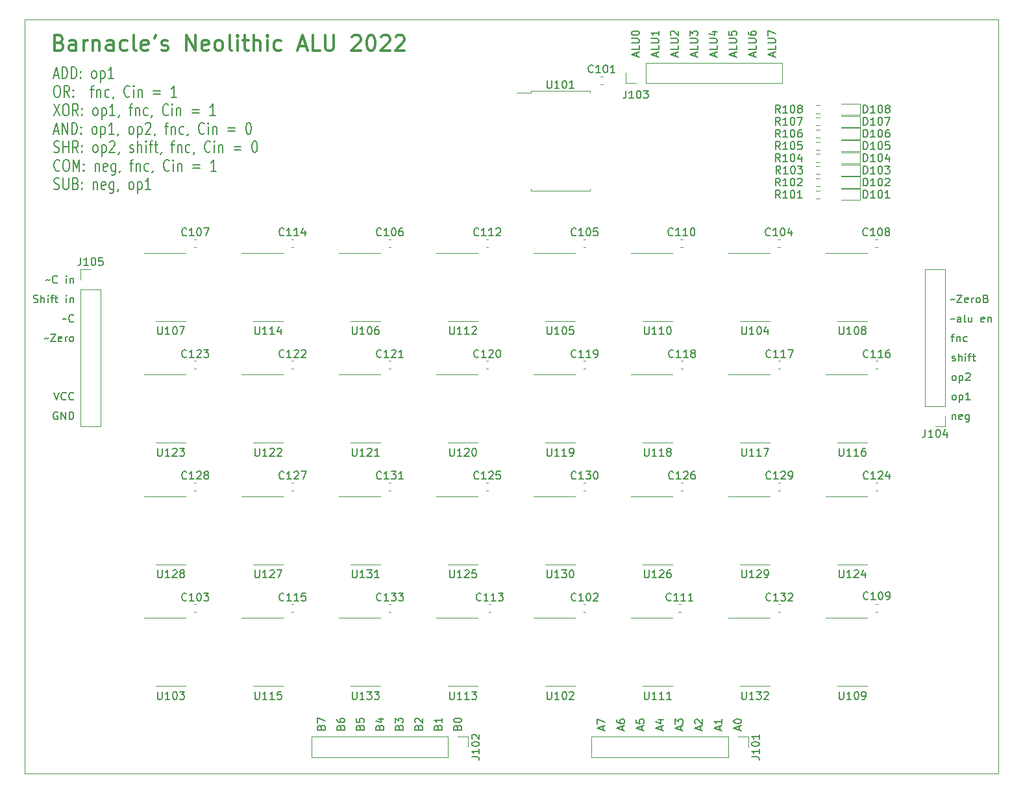
<source format=gbr>
%TF.GenerationSoftware,KiCad,Pcbnew,6.0.6*%
%TF.CreationDate,2022-09-03T22:52:37+02:00*%
%TF.ProjectId,fake8080c,66616b65-3830-4383-9063-2e6b69636164,rev?*%
%TF.SameCoordinates,Original*%
%TF.FileFunction,Legend,Top*%
%TF.FilePolarity,Positive*%
%FSLAX46Y46*%
G04 Gerber Fmt 4.6, Leading zero omitted, Abs format (unit mm)*
G04 Created by KiCad (PCBNEW 6.0.6) date 2022-09-03 22:52:37*
%MOMM*%
%LPD*%
G01*
G04 APERTURE LIST*
%ADD10C,0.150000*%
%ADD11C,0.300000*%
%TA.AperFunction,Profile*%
%ADD12C,0.100000*%
%TD*%
%ADD13C,0.120000*%
G04 APERTURE END LIST*
D10*
X102243571Y-48567500D02*
X102815000Y-48567500D01*
X102129285Y-48996071D02*
X102529285Y-47496071D01*
X102929285Y-48996071D01*
X103329285Y-48996071D02*
X103329285Y-47496071D01*
X103615000Y-47496071D01*
X103786428Y-47567500D01*
X103900714Y-47710357D01*
X103957857Y-47853214D01*
X104015000Y-48138928D01*
X104015000Y-48353214D01*
X103957857Y-48638928D01*
X103900714Y-48781785D01*
X103786428Y-48924642D01*
X103615000Y-48996071D01*
X103329285Y-48996071D01*
X104529285Y-48996071D02*
X104529285Y-47496071D01*
X104815000Y-47496071D01*
X104986428Y-47567500D01*
X105100714Y-47710357D01*
X105157857Y-47853214D01*
X105215000Y-48138928D01*
X105215000Y-48353214D01*
X105157857Y-48638928D01*
X105100714Y-48781785D01*
X104986428Y-48924642D01*
X104815000Y-48996071D01*
X104529285Y-48996071D01*
X105729285Y-48853214D02*
X105786428Y-48924642D01*
X105729285Y-48996071D01*
X105672142Y-48924642D01*
X105729285Y-48853214D01*
X105729285Y-48996071D01*
X105729285Y-48067500D02*
X105786428Y-48138928D01*
X105729285Y-48210357D01*
X105672142Y-48138928D01*
X105729285Y-48067500D01*
X105729285Y-48210357D01*
X107386428Y-48996071D02*
X107272142Y-48924642D01*
X107215000Y-48853214D01*
X107157857Y-48710357D01*
X107157857Y-48281785D01*
X107215000Y-48138928D01*
X107272142Y-48067500D01*
X107386428Y-47996071D01*
X107557857Y-47996071D01*
X107672142Y-48067500D01*
X107729285Y-48138928D01*
X107786428Y-48281785D01*
X107786428Y-48710357D01*
X107729285Y-48853214D01*
X107672142Y-48924642D01*
X107557857Y-48996071D01*
X107386428Y-48996071D01*
X108300714Y-47996071D02*
X108300714Y-49496071D01*
X108300714Y-48067500D02*
X108415000Y-47996071D01*
X108643571Y-47996071D01*
X108757857Y-48067500D01*
X108815000Y-48138928D01*
X108872142Y-48281785D01*
X108872142Y-48710357D01*
X108815000Y-48853214D01*
X108757857Y-48924642D01*
X108643571Y-48996071D01*
X108415000Y-48996071D01*
X108300714Y-48924642D01*
X110015000Y-48996071D02*
X109329285Y-48996071D01*
X109672142Y-48996071D02*
X109672142Y-47496071D01*
X109557857Y-47710357D01*
X109443571Y-47853214D01*
X109329285Y-47924642D01*
X102529285Y-49911071D02*
X102757857Y-49911071D01*
X102872142Y-49982500D01*
X102986428Y-50125357D01*
X103043571Y-50411071D01*
X103043571Y-50911071D01*
X102986428Y-51196785D01*
X102872142Y-51339642D01*
X102757857Y-51411071D01*
X102529285Y-51411071D01*
X102415000Y-51339642D01*
X102300714Y-51196785D01*
X102243571Y-50911071D01*
X102243571Y-50411071D01*
X102300714Y-50125357D01*
X102415000Y-49982500D01*
X102529285Y-49911071D01*
X104243571Y-51411071D02*
X103843571Y-50696785D01*
X103557857Y-51411071D02*
X103557857Y-49911071D01*
X104015000Y-49911071D01*
X104129285Y-49982500D01*
X104186428Y-50053928D01*
X104243571Y-50196785D01*
X104243571Y-50411071D01*
X104186428Y-50553928D01*
X104129285Y-50625357D01*
X104015000Y-50696785D01*
X103557857Y-50696785D01*
X104757857Y-51268214D02*
X104815000Y-51339642D01*
X104757857Y-51411071D01*
X104700714Y-51339642D01*
X104757857Y-51268214D01*
X104757857Y-51411071D01*
X104757857Y-50482500D02*
X104815000Y-50553928D01*
X104757857Y-50625357D01*
X104700714Y-50553928D01*
X104757857Y-50482500D01*
X104757857Y-50625357D01*
X106986428Y-50411071D02*
X107443571Y-50411071D01*
X107157857Y-51411071D02*
X107157857Y-50125357D01*
X107215000Y-49982500D01*
X107329285Y-49911071D01*
X107443571Y-49911071D01*
X107843571Y-50411071D02*
X107843571Y-51411071D01*
X107843571Y-50553928D02*
X107900714Y-50482500D01*
X108015000Y-50411071D01*
X108186428Y-50411071D01*
X108300714Y-50482500D01*
X108357857Y-50625357D01*
X108357857Y-51411071D01*
X109443571Y-51339642D02*
X109329285Y-51411071D01*
X109100714Y-51411071D01*
X108986428Y-51339642D01*
X108929285Y-51268214D01*
X108872142Y-51125357D01*
X108872142Y-50696785D01*
X108929285Y-50553928D01*
X108986428Y-50482500D01*
X109100714Y-50411071D01*
X109329285Y-50411071D01*
X109443571Y-50482500D01*
X110015000Y-51339642D02*
X110015000Y-51411071D01*
X109957857Y-51553928D01*
X109900714Y-51625357D01*
X112129285Y-51268214D02*
X112072142Y-51339642D01*
X111900714Y-51411071D01*
X111786428Y-51411071D01*
X111615000Y-51339642D01*
X111500714Y-51196785D01*
X111443571Y-51053928D01*
X111386428Y-50768214D01*
X111386428Y-50553928D01*
X111443571Y-50268214D01*
X111500714Y-50125357D01*
X111615000Y-49982500D01*
X111786428Y-49911071D01*
X111900714Y-49911071D01*
X112072142Y-49982500D01*
X112129285Y-50053928D01*
X112643571Y-51411071D02*
X112643571Y-50411071D01*
X112643571Y-49911071D02*
X112586428Y-49982500D01*
X112643571Y-50053928D01*
X112700714Y-49982500D01*
X112643571Y-49911071D01*
X112643571Y-50053928D01*
X113215000Y-50411071D02*
X113215000Y-51411071D01*
X113215000Y-50553928D02*
X113272142Y-50482500D01*
X113386428Y-50411071D01*
X113557857Y-50411071D01*
X113672142Y-50482500D01*
X113729285Y-50625357D01*
X113729285Y-51411071D01*
X115215000Y-50625357D02*
X116129285Y-50625357D01*
X116129285Y-51053928D02*
X115215000Y-51053928D01*
X118243571Y-51411071D02*
X117557857Y-51411071D01*
X117900714Y-51411071D02*
X117900714Y-49911071D01*
X117786428Y-50125357D01*
X117672142Y-50268214D01*
X117557857Y-50339642D01*
X102186428Y-52326071D02*
X102986428Y-53826071D01*
X102986428Y-52326071D02*
X102186428Y-53826071D01*
X103672142Y-52326071D02*
X103900714Y-52326071D01*
X104015000Y-52397500D01*
X104129285Y-52540357D01*
X104186428Y-52826071D01*
X104186428Y-53326071D01*
X104129285Y-53611785D01*
X104015000Y-53754642D01*
X103900714Y-53826071D01*
X103672142Y-53826071D01*
X103557857Y-53754642D01*
X103443571Y-53611785D01*
X103386428Y-53326071D01*
X103386428Y-52826071D01*
X103443571Y-52540357D01*
X103557857Y-52397500D01*
X103672142Y-52326071D01*
X105386428Y-53826071D02*
X104986428Y-53111785D01*
X104700714Y-53826071D02*
X104700714Y-52326071D01*
X105157857Y-52326071D01*
X105272142Y-52397500D01*
X105329285Y-52468928D01*
X105386428Y-52611785D01*
X105386428Y-52826071D01*
X105329285Y-52968928D01*
X105272142Y-53040357D01*
X105157857Y-53111785D01*
X104700714Y-53111785D01*
X105900714Y-53683214D02*
X105957857Y-53754642D01*
X105900714Y-53826071D01*
X105843571Y-53754642D01*
X105900714Y-53683214D01*
X105900714Y-53826071D01*
X105900714Y-52897500D02*
X105957857Y-52968928D01*
X105900714Y-53040357D01*
X105843571Y-52968928D01*
X105900714Y-52897500D01*
X105900714Y-53040357D01*
X107557857Y-53826071D02*
X107443571Y-53754642D01*
X107386428Y-53683214D01*
X107329285Y-53540357D01*
X107329285Y-53111785D01*
X107386428Y-52968928D01*
X107443571Y-52897500D01*
X107557857Y-52826071D01*
X107729285Y-52826071D01*
X107843571Y-52897500D01*
X107900714Y-52968928D01*
X107957857Y-53111785D01*
X107957857Y-53540357D01*
X107900714Y-53683214D01*
X107843571Y-53754642D01*
X107729285Y-53826071D01*
X107557857Y-53826071D01*
X108472142Y-52826071D02*
X108472142Y-54326071D01*
X108472142Y-52897500D02*
X108586428Y-52826071D01*
X108815000Y-52826071D01*
X108929285Y-52897500D01*
X108986428Y-52968928D01*
X109043571Y-53111785D01*
X109043571Y-53540357D01*
X108986428Y-53683214D01*
X108929285Y-53754642D01*
X108815000Y-53826071D01*
X108586428Y-53826071D01*
X108472142Y-53754642D01*
X110186428Y-53826071D02*
X109500714Y-53826071D01*
X109843571Y-53826071D02*
X109843571Y-52326071D01*
X109729285Y-52540357D01*
X109615000Y-52683214D01*
X109500714Y-52754642D01*
X110757857Y-53754642D02*
X110757857Y-53826071D01*
X110700714Y-53968928D01*
X110643571Y-54040357D01*
X112015000Y-52826071D02*
X112472142Y-52826071D01*
X112186428Y-53826071D02*
X112186428Y-52540357D01*
X112243571Y-52397500D01*
X112357857Y-52326071D01*
X112472142Y-52326071D01*
X112872142Y-52826071D02*
X112872142Y-53826071D01*
X112872142Y-52968928D02*
X112929285Y-52897500D01*
X113043571Y-52826071D01*
X113215000Y-52826071D01*
X113329285Y-52897500D01*
X113386428Y-53040357D01*
X113386428Y-53826071D01*
X114472142Y-53754642D02*
X114357857Y-53826071D01*
X114129285Y-53826071D01*
X114015000Y-53754642D01*
X113957857Y-53683214D01*
X113900714Y-53540357D01*
X113900714Y-53111785D01*
X113957857Y-52968928D01*
X114015000Y-52897500D01*
X114129285Y-52826071D01*
X114357857Y-52826071D01*
X114472142Y-52897500D01*
X115043571Y-53754642D02*
X115043571Y-53826071D01*
X114986428Y-53968928D01*
X114929285Y-54040357D01*
X117157857Y-53683214D02*
X117100714Y-53754642D01*
X116929285Y-53826071D01*
X116815000Y-53826071D01*
X116643571Y-53754642D01*
X116529285Y-53611785D01*
X116472142Y-53468928D01*
X116415000Y-53183214D01*
X116415000Y-52968928D01*
X116472142Y-52683214D01*
X116529285Y-52540357D01*
X116643571Y-52397500D01*
X116815000Y-52326071D01*
X116929285Y-52326071D01*
X117100714Y-52397500D01*
X117157857Y-52468928D01*
X117672142Y-53826071D02*
X117672142Y-52826071D01*
X117672142Y-52326071D02*
X117615000Y-52397500D01*
X117672142Y-52468928D01*
X117729285Y-52397500D01*
X117672142Y-52326071D01*
X117672142Y-52468928D01*
X118243571Y-52826071D02*
X118243571Y-53826071D01*
X118243571Y-52968928D02*
X118300714Y-52897500D01*
X118415000Y-52826071D01*
X118586428Y-52826071D01*
X118700714Y-52897500D01*
X118757857Y-53040357D01*
X118757857Y-53826071D01*
X120243571Y-53040357D02*
X121157857Y-53040357D01*
X121157857Y-53468928D02*
X120243571Y-53468928D01*
X123272142Y-53826071D02*
X122586428Y-53826071D01*
X122929285Y-53826071D02*
X122929285Y-52326071D01*
X122815000Y-52540357D01*
X122700714Y-52683214D01*
X122586428Y-52754642D01*
X102243571Y-55812500D02*
X102815000Y-55812500D01*
X102129285Y-56241071D02*
X102529285Y-54741071D01*
X102929285Y-56241071D01*
X103329285Y-56241071D02*
X103329285Y-54741071D01*
X104015000Y-56241071D01*
X104015000Y-54741071D01*
X104586428Y-56241071D02*
X104586428Y-54741071D01*
X104872142Y-54741071D01*
X105043571Y-54812500D01*
X105157857Y-54955357D01*
X105215000Y-55098214D01*
X105272142Y-55383928D01*
X105272142Y-55598214D01*
X105215000Y-55883928D01*
X105157857Y-56026785D01*
X105043571Y-56169642D01*
X104872142Y-56241071D01*
X104586428Y-56241071D01*
X105786428Y-56098214D02*
X105843571Y-56169642D01*
X105786428Y-56241071D01*
X105729285Y-56169642D01*
X105786428Y-56098214D01*
X105786428Y-56241071D01*
X105786428Y-55312500D02*
X105843571Y-55383928D01*
X105786428Y-55455357D01*
X105729285Y-55383928D01*
X105786428Y-55312500D01*
X105786428Y-55455357D01*
X107443571Y-56241071D02*
X107329285Y-56169642D01*
X107272142Y-56098214D01*
X107215000Y-55955357D01*
X107215000Y-55526785D01*
X107272142Y-55383928D01*
X107329285Y-55312500D01*
X107443571Y-55241071D01*
X107615000Y-55241071D01*
X107729285Y-55312500D01*
X107786428Y-55383928D01*
X107843571Y-55526785D01*
X107843571Y-55955357D01*
X107786428Y-56098214D01*
X107729285Y-56169642D01*
X107615000Y-56241071D01*
X107443571Y-56241071D01*
X108357857Y-55241071D02*
X108357857Y-56741071D01*
X108357857Y-55312500D02*
X108472142Y-55241071D01*
X108700714Y-55241071D01*
X108815000Y-55312500D01*
X108872142Y-55383928D01*
X108929285Y-55526785D01*
X108929285Y-55955357D01*
X108872142Y-56098214D01*
X108815000Y-56169642D01*
X108700714Y-56241071D01*
X108472142Y-56241071D01*
X108357857Y-56169642D01*
X110072142Y-56241071D02*
X109386428Y-56241071D01*
X109729285Y-56241071D02*
X109729285Y-54741071D01*
X109615000Y-54955357D01*
X109500714Y-55098214D01*
X109386428Y-55169642D01*
X110643571Y-56169642D02*
X110643571Y-56241071D01*
X110586428Y-56383928D01*
X110529285Y-56455357D01*
X112243571Y-56241071D02*
X112129285Y-56169642D01*
X112072142Y-56098214D01*
X112015000Y-55955357D01*
X112015000Y-55526785D01*
X112072142Y-55383928D01*
X112129285Y-55312500D01*
X112243571Y-55241071D01*
X112415000Y-55241071D01*
X112529285Y-55312500D01*
X112586428Y-55383928D01*
X112643571Y-55526785D01*
X112643571Y-55955357D01*
X112586428Y-56098214D01*
X112529285Y-56169642D01*
X112415000Y-56241071D01*
X112243571Y-56241071D01*
X113157857Y-55241071D02*
X113157857Y-56741071D01*
X113157857Y-55312500D02*
X113272142Y-55241071D01*
X113500714Y-55241071D01*
X113615000Y-55312500D01*
X113672142Y-55383928D01*
X113729285Y-55526785D01*
X113729285Y-55955357D01*
X113672142Y-56098214D01*
X113615000Y-56169642D01*
X113500714Y-56241071D01*
X113272142Y-56241071D01*
X113157857Y-56169642D01*
X114186428Y-54883928D02*
X114243571Y-54812500D01*
X114357857Y-54741071D01*
X114643571Y-54741071D01*
X114757857Y-54812500D01*
X114815000Y-54883928D01*
X114872142Y-55026785D01*
X114872142Y-55169642D01*
X114815000Y-55383928D01*
X114129285Y-56241071D01*
X114872142Y-56241071D01*
X115443571Y-56169642D02*
X115443571Y-56241071D01*
X115386428Y-56383928D01*
X115329285Y-56455357D01*
X116700714Y-55241071D02*
X117157857Y-55241071D01*
X116872142Y-56241071D02*
X116872142Y-54955357D01*
X116929285Y-54812500D01*
X117043571Y-54741071D01*
X117157857Y-54741071D01*
X117557857Y-55241071D02*
X117557857Y-56241071D01*
X117557857Y-55383928D02*
X117615000Y-55312500D01*
X117729285Y-55241071D01*
X117900714Y-55241071D01*
X118015000Y-55312500D01*
X118072142Y-55455357D01*
X118072142Y-56241071D01*
X119157857Y-56169642D02*
X119043571Y-56241071D01*
X118815000Y-56241071D01*
X118700714Y-56169642D01*
X118643571Y-56098214D01*
X118586428Y-55955357D01*
X118586428Y-55526785D01*
X118643571Y-55383928D01*
X118700714Y-55312500D01*
X118815000Y-55241071D01*
X119043571Y-55241071D01*
X119157857Y-55312500D01*
X119729285Y-56169642D02*
X119729285Y-56241071D01*
X119672142Y-56383928D01*
X119615000Y-56455357D01*
X121843571Y-56098214D02*
X121786428Y-56169642D01*
X121615000Y-56241071D01*
X121500714Y-56241071D01*
X121329285Y-56169642D01*
X121215000Y-56026785D01*
X121157857Y-55883928D01*
X121100714Y-55598214D01*
X121100714Y-55383928D01*
X121157857Y-55098214D01*
X121215000Y-54955357D01*
X121329285Y-54812500D01*
X121500714Y-54741071D01*
X121615000Y-54741071D01*
X121786428Y-54812500D01*
X121843571Y-54883928D01*
X122357857Y-56241071D02*
X122357857Y-55241071D01*
X122357857Y-54741071D02*
X122300714Y-54812500D01*
X122357857Y-54883928D01*
X122415000Y-54812500D01*
X122357857Y-54741071D01*
X122357857Y-54883928D01*
X122929285Y-55241071D02*
X122929285Y-56241071D01*
X122929285Y-55383928D02*
X122986428Y-55312500D01*
X123100714Y-55241071D01*
X123272142Y-55241071D01*
X123386428Y-55312500D01*
X123443571Y-55455357D01*
X123443571Y-56241071D01*
X124929285Y-55455357D02*
X125843571Y-55455357D01*
X125843571Y-55883928D02*
X124929285Y-55883928D01*
X127557857Y-54741071D02*
X127672142Y-54741071D01*
X127786428Y-54812500D01*
X127843571Y-54883928D01*
X127900714Y-55026785D01*
X127957857Y-55312500D01*
X127957857Y-55669642D01*
X127900714Y-55955357D01*
X127843571Y-56098214D01*
X127786428Y-56169642D01*
X127672142Y-56241071D01*
X127557857Y-56241071D01*
X127443571Y-56169642D01*
X127386428Y-56098214D01*
X127329285Y-55955357D01*
X127272142Y-55669642D01*
X127272142Y-55312500D01*
X127329285Y-55026785D01*
X127386428Y-54883928D01*
X127443571Y-54812500D01*
X127557857Y-54741071D01*
X102243571Y-58584642D02*
X102415000Y-58656071D01*
X102700714Y-58656071D01*
X102815000Y-58584642D01*
X102872142Y-58513214D01*
X102929285Y-58370357D01*
X102929285Y-58227500D01*
X102872142Y-58084642D01*
X102815000Y-58013214D01*
X102700714Y-57941785D01*
X102472142Y-57870357D01*
X102357857Y-57798928D01*
X102300714Y-57727500D01*
X102243571Y-57584642D01*
X102243571Y-57441785D01*
X102300714Y-57298928D01*
X102357857Y-57227500D01*
X102472142Y-57156071D01*
X102757857Y-57156071D01*
X102929285Y-57227500D01*
X103443571Y-58656071D02*
X103443571Y-57156071D01*
X103443571Y-57870357D02*
X104129285Y-57870357D01*
X104129285Y-58656071D02*
X104129285Y-57156071D01*
X105386428Y-58656071D02*
X104986428Y-57941785D01*
X104700714Y-58656071D02*
X104700714Y-57156071D01*
X105157857Y-57156071D01*
X105272142Y-57227500D01*
X105329285Y-57298928D01*
X105386428Y-57441785D01*
X105386428Y-57656071D01*
X105329285Y-57798928D01*
X105272142Y-57870357D01*
X105157857Y-57941785D01*
X104700714Y-57941785D01*
X105900714Y-58513214D02*
X105957857Y-58584642D01*
X105900714Y-58656071D01*
X105843571Y-58584642D01*
X105900714Y-58513214D01*
X105900714Y-58656071D01*
X105900714Y-57727500D02*
X105957857Y-57798928D01*
X105900714Y-57870357D01*
X105843571Y-57798928D01*
X105900714Y-57727500D01*
X105900714Y-57870357D01*
X107557857Y-58656071D02*
X107443571Y-58584642D01*
X107386428Y-58513214D01*
X107329285Y-58370357D01*
X107329285Y-57941785D01*
X107386428Y-57798928D01*
X107443571Y-57727500D01*
X107557857Y-57656071D01*
X107729285Y-57656071D01*
X107843571Y-57727500D01*
X107900714Y-57798928D01*
X107957857Y-57941785D01*
X107957857Y-58370357D01*
X107900714Y-58513214D01*
X107843571Y-58584642D01*
X107729285Y-58656071D01*
X107557857Y-58656071D01*
X108472142Y-57656071D02*
X108472142Y-59156071D01*
X108472142Y-57727500D02*
X108586428Y-57656071D01*
X108815000Y-57656071D01*
X108929285Y-57727500D01*
X108986428Y-57798928D01*
X109043571Y-57941785D01*
X109043571Y-58370357D01*
X108986428Y-58513214D01*
X108929285Y-58584642D01*
X108815000Y-58656071D01*
X108586428Y-58656071D01*
X108472142Y-58584642D01*
X109500714Y-57298928D02*
X109557857Y-57227500D01*
X109672142Y-57156071D01*
X109957857Y-57156071D01*
X110072142Y-57227500D01*
X110129285Y-57298928D01*
X110186428Y-57441785D01*
X110186428Y-57584642D01*
X110129285Y-57798928D01*
X109443571Y-58656071D01*
X110186428Y-58656071D01*
X110757857Y-58584642D02*
X110757857Y-58656071D01*
X110700714Y-58798928D01*
X110643571Y-58870357D01*
X112129285Y-58584642D02*
X112243571Y-58656071D01*
X112472142Y-58656071D01*
X112586428Y-58584642D01*
X112643571Y-58441785D01*
X112643571Y-58370357D01*
X112586428Y-58227500D01*
X112472142Y-58156071D01*
X112300714Y-58156071D01*
X112186428Y-58084642D01*
X112129285Y-57941785D01*
X112129285Y-57870357D01*
X112186428Y-57727500D01*
X112300714Y-57656071D01*
X112472142Y-57656071D01*
X112586428Y-57727500D01*
X113157857Y-58656071D02*
X113157857Y-57156071D01*
X113672142Y-58656071D02*
X113672142Y-57870357D01*
X113615000Y-57727500D01*
X113500714Y-57656071D01*
X113329285Y-57656071D01*
X113215000Y-57727500D01*
X113157857Y-57798928D01*
X114243571Y-58656071D02*
X114243571Y-57656071D01*
X114243571Y-57156071D02*
X114186428Y-57227500D01*
X114243571Y-57298928D01*
X114300714Y-57227500D01*
X114243571Y-57156071D01*
X114243571Y-57298928D01*
X114643571Y-57656071D02*
X115100714Y-57656071D01*
X114815000Y-58656071D02*
X114815000Y-57370357D01*
X114872142Y-57227500D01*
X114986428Y-57156071D01*
X115100714Y-57156071D01*
X115329285Y-57656071D02*
X115786428Y-57656071D01*
X115500714Y-57156071D02*
X115500714Y-58441785D01*
X115557857Y-58584642D01*
X115672142Y-58656071D01*
X115786428Y-58656071D01*
X116243571Y-58584642D02*
X116243571Y-58656071D01*
X116186428Y-58798928D01*
X116129285Y-58870357D01*
X117500714Y-57656071D02*
X117957857Y-57656071D01*
X117672142Y-58656071D02*
X117672142Y-57370357D01*
X117729285Y-57227500D01*
X117843571Y-57156071D01*
X117957857Y-57156071D01*
X118357857Y-57656071D02*
X118357857Y-58656071D01*
X118357857Y-57798928D02*
X118415000Y-57727500D01*
X118529285Y-57656071D01*
X118700714Y-57656071D01*
X118815000Y-57727500D01*
X118872142Y-57870357D01*
X118872142Y-58656071D01*
X119957857Y-58584642D02*
X119843571Y-58656071D01*
X119615000Y-58656071D01*
X119500714Y-58584642D01*
X119443571Y-58513214D01*
X119386428Y-58370357D01*
X119386428Y-57941785D01*
X119443571Y-57798928D01*
X119500714Y-57727500D01*
X119615000Y-57656071D01*
X119843571Y-57656071D01*
X119957857Y-57727500D01*
X120529285Y-58584642D02*
X120529285Y-58656071D01*
X120472142Y-58798928D01*
X120415000Y-58870357D01*
X122643571Y-58513214D02*
X122586428Y-58584642D01*
X122415000Y-58656071D01*
X122300714Y-58656071D01*
X122129285Y-58584642D01*
X122015000Y-58441785D01*
X121957857Y-58298928D01*
X121900714Y-58013214D01*
X121900714Y-57798928D01*
X121957857Y-57513214D01*
X122015000Y-57370357D01*
X122129285Y-57227500D01*
X122300714Y-57156071D01*
X122415000Y-57156071D01*
X122586428Y-57227500D01*
X122643571Y-57298928D01*
X123157857Y-58656071D02*
X123157857Y-57656071D01*
X123157857Y-57156071D02*
X123100714Y-57227500D01*
X123157857Y-57298928D01*
X123215000Y-57227500D01*
X123157857Y-57156071D01*
X123157857Y-57298928D01*
X123729285Y-57656071D02*
X123729285Y-58656071D01*
X123729285Y-57798928D02*
X123786428Y-57727500D01*
X123900714Y-57656071D01*
X124072142Y-57656071D01*
X124186428Y-57727500D01*
X124243571Y-57870357D01*
X124243571Y-58656071D01*
X125729285Y-57870357D02*
X126643571Y-57870357D01*
X126643571Y-58298928D02*
X125729285Y-58298928D01*
X128357857Y-57156071D02*
X128472142Y-57156071D01*
X128586428Y-57227500D01*
X128643571Y-57298928D01*
X128700714Y-57441785D01*
X128757857Y-57727500D01*
X128757857Y-58084642D01*
X128700714Y-58370357D01*
X128643571Y-58513214D01*
X128586428Y-58584642D01*
X128472142Y-58656071D01*
X128357857Y-58656071D01*
X128243571Y-58584642D01*
X128186428Y-58513214D01*
X128129285Y-58370357D01*
X128072142Y-58084642D01*
X128072142Y-57727500D01*
X128129285Y-57441785D01*
X128186428Y-57298928D01*
X128243571Y-57227500D01*
X128357857Y-57156071D01*
X102986428Y-60928214D02*
X102929285Y-60999642D01*
X102757857Y-61071071D01*
X102643571Y-61071071D01*
X102472142Y-60999642D01*
X102357857Y-60856785D01*
X102300714Y-60713928D01*
X102243571Y-60428214D01*
X102243571Y-60213928D01*
X102300714Y-59928214D01*
X102357857Y-59785357D01*
X102472142Y-59642500D01*
X102643571Y-59571071D01*
X102757857Y-59571071D01*
X102929285Y-59642500D01*
X102986428Y-59713928D01*
X103729285Y-59571071D02*
X103957857Y-59571071D01*
X104072142Y-59642500D01*
X104186428Y-59785357D01*
X104243571Y-60071071D01*
X104243571Y-60571071D01*
X104186428Y-60856785D01*
X104072142Y-60999642D01*
X103957857Y-61071071D01*
X103729285Y-61071071D01*
X103615000Y-60999642D01*
X103500714Y-60856785D01*
X103443571Y-60571071D01*
X103443571Y-60071071D01*
X103500714Y-59785357D01*
X103615000Y-59642500D01*
X103729285Y-59571071D01*
X104757857Y-61071071D02*
X104757857Y-59571071D01*
X105157857Y-60642500D01*
X105557857Y-59571071D01*
X105557857Y-61071071D01*
X106129285Y-60928214D02*
X106186428Y-60999642D01*
X106129285Y-61071071D01*
X106072142Y-60999642D01*
X106129285Y-60928214D01*
X106129285Y-61071071D01*
X106129285Y-60142500D02*
X106186428Y-60213928D01*
X106129285Y-60285357D01*
X106072142Y-60213928D01*
X106129285Y-60142500D01*
X106129285Y-60285357D01*
X107615000Y-60071071D02*
X107615000Y-61071071D01*
X107615000Y-60213928D02*
X107672142Y-60142500D01*
X107786428Y-60071071D01*
X107957857Y-60071071D01*
X108072142Y-60142500D01*
X108129285Y-60285357D01*
X108129285Y-61071071D01*
X109157857Y-60999642D02*
X109043571Y-61071071D01*
X108815000Y-61071071D01*
X108700714Y-60999642D01*
X108643571Y-60856785D01*
X108643571Y-60285357D01*
X108700714Y-60142500D01*
X108815000Y-60071071D01*
X109043571Y-60071071D01*
X109157857Y-60142500D01*
X109215000Y-60285357D01*
X109215000Y-60428214D01*
X108643571Y-60571071D01*
X110243571Y-60071071D02*
X110243571Y-61285357D01*
X110186428Y-61428214D01*
X110129285Y-61499642D01*
X110015000Y-61571071D01*
X109843571Y-61571071D01*
X109729285Y-61499642D01*
X110243571Y-60999642D02*
X110129285Y-61071071D01*
X109900714Y-61071071D01*
X109786428Y-60999642D01*
X109729285Y-60928214D01*
X109672142Y-60785357D01*
X109672142Y-60356785D01*
X109729285Y-60213928D01*
X109786428Y-60142500D01*
X109900714Y-60071071D01*
X110129285Y-60071071D01*
X110243571Y-60142500D01*
X110872142Y-60999642D02*
X110872142Y-61071071D01*
X110815000Y-61213928D01*
X110757857Y-61285357D01*
X112129285Y-60071071D02*
X112586428Y-60071071D01*
X112300714Y-61071071D02*
X112300714Y-59785357D01*
X112357857Y-59642500D01*
X112472142Y-59571071D01*
X112586428Y-59571071D01*
X112986428Y-60071071D02*
X112986428Y-61071071D01*
X112986428Y-60213928D02*
X113043571Y-60142500D01*
X113157857Y-60071071D01*
X113329285Y-60071071D01*
X113443571Y-60142500D01*
X113500714Y-60285357D01*
X113500714Y-61071071D01*
X114586428Y-60999642D02*
X114472142Y-61071071D01*
X114243571Y-61071071D01*
X114129285Y-60999642D01*
X114072142Y-60928214D01*
X114015000Y-60785357D01*
X114015000Y-60356785D01*
X114072142Y-60213928D01*
X114129285Y-60142500D01*
X114243571Y-60071071D01*
X114472142Y-60071071D01*
X114586428Y-60142500D01*
X115157857Y-60999642D02*
X115157857Y-61071071D01*
X115100714Y-61213928D01*
X115043571Y-61285357D01*
X117272142Y-60928214D02*
X117215000Y-60999642D01*
X117043571Y-61071071D01*
X116929285Y-61071071D01*
X116757857Y-60999642D01*
X116643571Y-60856785D01*
X116586428Y-60713928D01*
X116529285Y-60428214D01*
X116529285Y-60213928D01*
X116586428Y-59928214D01*
X116643571Y-59785357D01*
X116757857Y-59642500D01*
X116929285Y-59571071D01*
X117043571Y-59571071D01*
X117215000Y-59642500D01*
X117272142Y-59713928D01*
X117786428Y-61071071D02*
X117786428Y-60071071D01*
X117786428Y-59571071D02*
X117729285Y-59642500D01*
X117786428Y-59713928D01*
X117843571Y-59642500D01*
X117786428Y-59571071D01*
X117786428Y-59713928D01*
X118357857Y-60071071D02*
X118357857Y-61071071D01*
X118357857Y-60213928D02*
X118415000Y-60142500D01*
X118529285Y-60071071D01*
X118700714Y-60071071D01*
X118815000Y-60142500D01*
X118872142Y-60285357D01*
X118872142Y-61071071D01*
X120357857Y-60285357D02*
X121272142Y-60285357D01*
X121272142Y-60713928D02*
X120357857Y-60713928D01*
X123386428Y-61071071D02*
X122700714Y-61071071D01*
X123043571Y-61071071D02*
X123043571Y-59571071D01*
X122929285Y-59785357D01*
X122815000Y-59928214D01*
X122700714Y-59999642D01*
X102243571Y-63414642D02*
X102415000Y-63486071D01*
X102700714Y-63486071D01*
X102815000Y-63414642D01*
X102872142Y-63343214D01*
X102929285Y-63200357D01*
X102929285Y-63057500D01*
X102872142Y-62914642D01*
X102815000Y-62843214D01*
X102700714Y-62771785D01*
X102472142Y-62700357D01*
X102357857Y-62628928D01*
X102300714Y-62557500D01*
X102243571Y-62414642D01*
X102243571Y-62271785D01*
X102300714Y-62128928D01*
X102357857Y-62057500D01*
X102472142Y-61986071D01*
X102757857Y-61986071D01*
X102929285Y-62057500D01*
X103443571Y-61986071D02*
X103443571Y-63200357D01*
X103500714Y-63343214D01*
X103557857Y-63414642D01*
X103672142Y-63486071D01*
X103900714Y-63486071D01*
X104015000Y-63414642D01*
X104072142Y-63343214D01*
X104129285Y-63200357D01*
X104129285Y-61986071D01*
X105100714Y-62700357D02*
X105272142Y-62771785D01*
X105329285Y-62843214D01*
X105386428Y-62986071D01*
X105386428Y-63200357D01*
X105329285Y-63343214D01*
X105272142Y-63414642D01*
X105157857Y-63486071D01*
X104700714Y-63486071D01*
X104700714Y-61986071D01*
X105100714Y-61986071D01*
X105215000Y-62057500D01*
X105272142Y-62128928D01*
X105329285Y-62271785D01*
X105329285Y-62414642D01*
X105272142Y-62557500D01*
X105215000Y-62628928D01*
X105100714Y-62700357D01*
X104700714Y-62700357D01*
X105900714Y-63343214D02*
X105957857Y-63414642D01*
X105900714Y-63486071D01*
X105843571Y-63414642D01*
X105900714Y-63343214D01*
X105900714Y-63486071D01*
X105900714Y-62557500D02*
X105957857Y-62628928D01*
X105900714Y-62700357D01*
X105843571Y-62628928D01*
X105900714Y-62557500D01*
X105900714Y-62700357D01*
X107386428Y-62486071D02*
X107386428Y-63486071D01*
X107386428Y-62628928D02*
X107443571Y-62557500D01*
X107557857Y-62486071D01*
X107729285Y-62486071D01*
X107843571Y-62557500D01*
X107900714Y-62700357D01*
X107900714Y-63486071D01*
X108929285Y-63414642D02*
X108815000Y-63486071D01*
X108586428Y-63486071D01*
X108472142Y-63414642D01*
X108415000Y-63271785D01*
X108415000Y-62700357D01*
X108472142Y-62557500D01*
X108586428Y-62486071D01*
X108815000Y-62486071D01*
X108929285Y-62557500D01*
X108986428Y-62700357D01*
X108986428Y-62843214D01*
X108415000Y-62986071D01*
X110015000Y-62486071D02*
X110015000Y-63700357D01*
X109957857Y-63843214D01*
X109900714Y-63914642D01*
X109786428Y-63986071D01*
X109615000Y-63986071D01*
X109500714Y-63914642D01*
X110015000Y-63414642D02*
X109900714Y-63486071D01*
X109672142Y-63486071D01*
X109557857Y-63414642D01*
X109500714Y-63343214D01*
X109443571Y-63200357D01*
X109443571Y-62771785D01*
X109500714Y-62628928D01*
X109557857Y-62557500D01*
X109672142Y-62486071D01*
X109900714Y-62486071D01*
X110015000Y-62557500D01*
X110643571Y-63414642D02*
X110643571Y-63486071D01*
X110586428Y-63628928D01*
X110529285Y-63700357D01*
X112243571Y-63486071D02*
X112129285Y-63414642D01*
X112072142Y-63343214D01*
X112015000Y-63200357D01*
X112015000Y-62771785D01*
X112072142Y-62628928D01*
X112129285Y-62557500D01*
X112243571Y-62486071D01*
X112415000Y-62486071D01*
X112529285Y-62557500D01*
X112586428Y-62628928D01*
X112643571Y-62771785D01*
X112643571Y-63200357D01*
X112586428Y-63343214D01*
X112529285Y-63414642D01*
X112415000Y-63486071D01*
X112243571Y-63486071D01*
X113157857Y-62486071D02*
X113157857Y-63986071D01*
X113157857Y-62557500D02*
X113272142Y-62486071D01*
X113500714Y-62486071D01*
X113615000Y-62557500D01*
X113672142Y-62628928D01*
X113729285Y-62771785D01*
X113729285Y-63200357D01*
X113672142Y-63343214D01*
X113615000Y-63414642D01*
X113500714Y-63486071D01*
X113272142Y-63486071D01*
X113157857Y-63414642D01*
X114872142Y-63486071D02*
X114186428Y-63486071D01*
X114529285Y-63486071D02*
X114529285Y-61986071D01*
X114415000Y-62200357D01*
X114300714Y-62343214D01*
X114186428Y-62414642D01*
D11*
X102937857Y-44307142D02*
X103223571Y-44402380D01*
X103318809Y-44497619D01*
X103414047Y-44688095D01*
X103414047Y-44973809D01*
X103318809Y-45164285D01*
X103223571Y-45259523D01*
X103033095Y-45354761D01*
X102271190Y-45354761D01*
X102271190Y-43354761D01*
X102937857Y-43354761D01*
X103128333Y-43450000D01*
X103223571Y-43545238D01*
X103318809Y-43735714D01*
X103318809Y-43926190D01*
X103223571Y-44116666D01*
X103128333Y-44211904D01*
X102937857Y-44307142D01*
X102271190Y-44307142D01*
X105128333Y-45354761D02*
X105128333Y-44307142D01*
X105033095Y-44116666D01*
X104842619Y-44021428D01*
X104461666Y-44021428D01*
X104271190Y-44116666D01*
X105128333Y-45259523D02*
X104937857Y-45354761D01*
X104461666Y-45354761D01*
X104271190Y-45259523D01*
X104175952Y-45069047D01*
X104175952Y-44878571D01*
X104271190Y-44688095D01*
X104461666Y-44592857D01*
X104937857Y-44592857D01*
X105128333Y-44497619D01*
X106080714Y-45354761D02*
X106080714Y-44021428D01*
X106080714Y-44402380D02*
X106175952Y-44211904D01*
X106271190Y-44116666D01*
X106461666Y-44021428D01*
X106652142Y-44021428D01*
X107318809Y-44021428D02*
X107318809Y-45354761D01*
X107318809Y-44211904D02*
X107414047Y-44116666D01*
X107604523Y-44021428D01*
X107890238Y-44021428D01*
X108080714Y-44116666D01*
X108175952Y-44307142D01*
X108175952Y-45354761D01*
X109985476Y-45354761D02*
X109985476Y-44307142D01*
X109890238Y-44116666D01*
X109699761Y-44021428D01*
X109318809Y-44021428D01*
X109128333Y-44116666D01*
X109985476Y-45259523D02*
X109795000Y-45354761D01*
X109318809Y-45354761D01*
X109128333Y-45259523D01*
X109033095Y-45069047D01*
X109033095Y-44878571D01*
X109128333Y-44688095D01*
X109318809Y-44592857D01*
X109795000Y-44592857D01*
X109985476Y-44497619D01*
X111795000Y-45259523D02*
X111604523Y-45354761D01*
X111223571Y-45354761D01*
X111033095Y-45259523D01*
X110937857Y-45164285D01*
X110842619Y-44973809D01*
X110842619Y-44402380D01*
X110937857Y-44211904D01*
X111033095Y-44116666D01*
X111223571Y-44021428D01*
X111604523Y-44021428D01*
X111795000Y-44116666D01*
X112937857Y-45354761D02*
X112747380Y-45259523D01*
X112652142Y-45069047D01*
X112652142Y-43354761D01*
X114461666Y-45259523D02*
X114271190Y-45354761D01*
X113890238Y-45354761D01*
X113699761Y-45259523D01*
X113604523Y-45069047D01*
X113604523Y-44307142D01*
X113699761Y-44116666D01*
X113890238Y-44021428D01*
X114271190Y-44021428D01*
X114461666Y-44116666D01*
X114556904Y-44307142D01*
X114556904Y-44497619D01*
X113604523Y-44688095D01*
X115509285Y-43354761D02*
X115318809Y-43735714D01*
X116271190Y-45259523D02*
X116461666Y-45354761D01*
X116842619Y-45354761D01*
X117033095Y-45259523D01*
X117128333Y-45069047D01*
X117128333Y-44973809D01*
X117033095Y-44783333D01*
X116842619Y-44688095D01*
X116556904Y-44688095D01*
X116366428Y-44592857D01*
X116271190Y-44402380D01*
X116271190Y-44307142D01*
X116366428Y-44116666D01*
X116556904Y-44021428D01*
X116842619Y-44021428D01*
X117033095Y-44116666D01*
X119509285Y-45354761D02*
X119509285Y-43354761D01*
X120652142Y-45354761D01*
X120652142Y-43354761D01*
X122366428Y-45259523D02*
X122175952Y-45354761D01*
X121795000Y-45354761D01*
X121604523Y-45259523D01*
X121509285Y-45069047D01*
X121509285Y-44307142D01*
X121604523Y-44116666D01*
X121795000Y-44021428D01*
X122175952Y-44021428D01*
X122366428Y-44116666D01*
X122461666Y-44307142D01*
X122461666Y-44497619D01*
X121509285Y-44688095D01*
X123604523Y-45354761D02*
X123414047Y-45259523D01*
X123318809Y-45164285D01*
X123223571Y-44973809D01*
X123223571Y-44402380D01*
X123318809Y-44211904D01*
X123414047Y-44116666D01*
X123604523Y-44021428D01*
X123890238Y-44021428D01*
X124080714Y-44116666D01*
X124175952Y-44211904D01*
X124271190Y-44402380D01*
X124271190Y-44973809D01*
X124175952Y-45164285D01*
X124080714Y-45259523D01*
X123890238Y-45354761D01*
X123604523Y-45354761D01*
X125414047Y-45354761D02*
X125223571Y-45259523D01*
X125128333Y-45069047D01*
X125128333Y-43354761D01*
X126175952Y-45354761D02*
X126175952Y-44021428D01*
X126175952Y-43354761D02*
X126080714Y-43450000D01*
X126175952Y-43545238D01*
X126271190Y-43450000D01*
X126175952Y-43354761D01*
X126175952Y-43545238D01*
X126842619Y-44021428D02*
X127604523Y-44021428D01*
X127128333Y-43354761D02*
X127128333Y-45069047D01*
X127223571Y-45259523D01*
X127414047Y-45354761D01*
X127604523Y-45354761D01*
X128271190Y-45354761D02*
X128271190Y-43354761D01*
X129128333Y-45354761D02*
X129128333Y-44307142D01*
X129033095Y-44116666D01*
X128842619Y-44021428D01*
X128556904Y-44021428D01*
X128366428Y-44116666D01*
X128271190Y-44211904D01*
X130080714Y-45354761D02*
X130080714Y-44021428D01*
X130080714Y-43354761D02*
X129985476Y-43450000D01*
X130080714Y-43545238D01*
X130175952Y-43450000D01*
X130080714Y-43354761D01*
X130080714Y-43545238D01*
X131890238Y-45259523D02*
X131699761Y-45354761D01*
X131318809Y-45354761D01*
X131128333Y-45259523D01*
X131033095Y-45164285D01*
X130937857Y-44973809D01*
X130937857Y-44402380D01*
X131033095Y-44211904D01*
X131128333Y-44116666D01*
X131318809Y-44021428D01*
X131699761Y-44021428D01*
X131890238Y-44116666D01*
X134175952Y-44783333D02*
X135128333Y-44783333D01*
X133985476Y-45354761D02*
X134652142Y-43354761D01*
X135318809Y-45354761D01*
X136937857Y-45354761D02*
X135985476Y-45354761D01*
X135985476Y-43354761D01*
X137604523Y-43354761D02*
X137604523Y-44973809D01*
X137699761Y-45164285D01*
X137795000Y-45259523D01*
X137985476Y-45354761D01*
X138366428Y-45354761D01*
X138556904Y-45259523D01*
X138652142Y-45164285D01*
X138747380Y-44973809D01*
X138747380Y-43354761D01*
X141128333Y-43545238D02*
X141223571Y-43450000D01*
X141414047Y-43354761D01*
X141890238Y-43354761D01*
X142080714Y-43450000D01*
X142175952Y-43545238D01*
X142271190Y-43735714D01*
X142271190Y-43926190D01*
X142175952Y-44211904D01*
X141033095Y-45354761D01*
X142271190Y-45354761D01*
X143509285Y-43354761D02*
X143699761Y-43354761D01*
X143890238Y-43450000D01*
X143985476Y-43545238D01*
X144080714Y-43735714D01*
X144175952Y-44116666D01*
X144175952Y-44592857D01*
X144080714Y-44973809D01*
X143985476Y-45164285D01*
X143890238Y-45259523D01*
X143699761Y-45354761D01*
X143509285Y-45354761D01*
X143318809Y-45259523D01*
X143223571Y-45164285D01*
X143128333Y-44973809D01*
X143033095Y-44592857D01*
X143033095Y-44116666D01*
X143128333Y-43735714D01*
X143223571Y-43545238D01*
X143318809Y-43450000D01*
X143509285Y-43354761D01*
X144937857Y-43545238D02*
X145033095Y-43450000D01*
X145223571Y-43354761D01*
X145699761Y-43354761D01*
X145890238Y-43450000D01*
X145985476Y-43545238D01*
X146080714Y-43735714D01*
X146080714Y-43926190D01*
X145985476Y-44211904D01*
X144842619Y-45354761D01*
X146080714Y-45354761D01*
X146842619Y-43545238D02*
X146937857Y-43450000D01*
X147128333Y-43354761D01*
X147604523Y-43354761D01*
X147795000Y-43450000D01*
X147890238Y-43545238D01*
X147985476Y-43735714D01*
X147985476Y-43926190D01*
X147890238Y-44211904D01*
X146747380Y-45354761D01*
X147985476Y-45354761D01*
D12*
X225425000Y-41275000D02*
X98425000Y-41275000D01*
X98425000Y-41275000D02*
X98425000Y-139700000D01*
X98425000Y-139700000D02*
X225425000Y-139700000D01*
X225425000Y-139700000D02*
X225425000Y-41275000D01*
D10*
X152328571Y-133633571D02*
X152376190Y-133490714D01*
X152423809Y-133443095D01*
X152519047Y-133395476D01*
X152661904Y-133395476D01*
X152757142Y-133443095D01*
X152804761Y-133490714D01*
X152852380Y-133585952D01*
X152852380Y-133966904D01*
X151852380Y-133966904D01*
X151852380Y-133633571D01*
X151900000Y-133538333D01*
X151947619Y-133490714D01*
X152042857Y-133443095D01*
X152138095Y-133443095D01*
X152233333Y-133490714D01*
X152280952Y-133538333D01*
X152328571Y-133633571D01*
X152328571Y-133966904D01*
X152852380Y-132443095D02*
X152852380Y-133014523D01*
X152852380Y-132728809D02*
X151852380Y-132728809D01*
X151995238Y-132824047D01*
X152090476Y-132919285D01*
X152138095Y-133014523D01*
X149788571Y-133633571D02*
X149836190Y-133490714D01*
X149883809Y-133443095D01*
X149979047Y-133395476D01*
X150121904Y-133395476D01*
X150217142Y-133443095D01*
X150264761Y-133490714D01*
X150312380Y-133585952D01*
X150312380Y-133966904D01*
X149312380Y-133966904D01*
X149312380Y-133633571D01*
X149360000Y-133538333D01*
X149407619Y-133490714D01*
X149502857Y-133443095D01*
X149598095Y-133443095D01*
X149693333Y-133490714D01*
X149740952Y-133538333D01*
X149788571Y-133633571D01*
X149788571Y-133966904D01*
X149407619Y-133014523D02*
X149360000Y-132966904D01*
X149312380Y-132871666D01*
X149312380Y-132633571D01*
X149360000Y-132538333D01*
X149407619Y-132490714D01*
X149502857Y-132443095D01*
X149598095Y-132443095D01*
X149740952Y-132490714D01*
X150312380Y-133062142D01*
X150312380Y-132443095D01*
X147248571Y-133633571D02*
X147296190Y-133490714D01*
X147343809Y-133443095D01*
X147439047Y-133395476D01*
X147581904Y-133395476D01*
X147677142Y-133443095D01*
X147724761Y-133490714D01*
X147772380Y-133585952D01*
X147772380Y-133966904D01*
X146772380Y-133966904D01*
X146772380Y-133633571D01*
X146820000Y-133538333D01*
X146867619Y-133490714D01*
X146962857Y-133443095D01*
X147058095Y-133443095D01*
X147153333Y-133490714D01*
X147200952Y-133538333D01*
X147248571Y-133633571D01*
X147248571Y-133966904D01*
X146772380Y-133062142D02*
X146772380Y-132443095D01*
X147153333Y-132776428D01*
X147153333Y-132633571D01*
X147200952Y-132538333D01*
X147248571Y-132490714D01*
X147343809Y-132443095D01*
X147581904Y-132443095D01*
X147677142Y-132490714D01*
X147724761Y-132538333D01*
X147772380Y-132633571D01*
X147772380Y-132919285D01*
X147724761Y-133014523D01*
X147677142Y-133062142D01*
X142168571Y-133633571D02*
X142216190Y-133490714D01*
X142263809Y-133443095D01*
X142359047Y-133395476D01*
X142501904Y-133395476D01*
X142597142Y-133443095D01*
X142644761Y-133490714D01*
X142692380Y-133585952D01*
X142692380Y-133966904D01*
X141692380Y-133966904D01*
X141692380Y-133633571D01*
X141740000Y-133538333D01*
X141787619Y-133490714D01*
X141882857Y-133443095D01*
X141978095Y-133443095D01*
X142073333Y-133490714D01*
X142120952Y-133538333D01*
X142168571Y-133633571D01*
X142168571Y-133966904D01*
X141692380Y-132490714D02*
X141692380Y-132966904D01*
X142168571Y-133014523D01*
X142120952Y-132966904D01*
X142073333Y-132871666D01*
X142073333Y-132633571D01*
X142120952Y-132538333D01*
X142168571Y-132490714D01*
X142263809Y-132443095D01*
X142501904Y-132443095D01*
X142597142Y-132490714D01*
X142644761Y-132538333D01*
X142692380Y-132633571D01*
X142692380Y-132871666D01*
X142644761Y-132966904D01*
X142597142Y-133014523D01*
X144708571Y-133633571D02*
X144756190Y-133490714D01*
X144803809Y-133443095D01*
X144899047Y-133395476D01*
X145041904Y-133395476D01*
X145137142Y-133443095D01*
X145184761Y-133490714D01*
X145232380Y-133585952D01*
X145232380Y-133966904D01*
X144232380Y-133966904D01*
X144232380Y-133633571D01*
X144280000Y-133538333D01*
X144327619Y-133490714D01*
X144422857Y-133443095D01*
X144518095Y-133443095D01*
X144613333Y-133490714D01*
X144660952Y-133538333D01*
X144708571Y-133633571D01*
X144708571Y-133966904D01*
X144565714Y-132538333D02*
X145232380Y-132538333D01*
X144184761Y-132776428D02*
X144899047Y-133014523D01*
X144899047Y-132395476D01*
X154868571Y-133633571D02*
X154916190Y-133490714D01*
X154963809Y-133443095D01*
X155059047Y-133395476D01*
X155201904Y-133395476D01*
X155297142Y-133443095D01*
X155344761Y-133490714D01*
X155392380Y-133585952D01*
X155392380Y-133966904D01*
X154392380Y-133966904D01*
X154392380Y-133633571D01*
X154440000Y-133538333D01*
X154487619Y-133490714D01*
X154582857Y-133443095D01*
X154678095Y-133443095D01*
X154773333Y-133490714D01*
X154820952Y-133538333D01*
X154868571Y-133633571D01*
X154868571Y-133966904D01*
X154392380Y-132776428D02*
X154392380Y-132681190D01*
X154440000Y-132585952D01*
X154487619Y-132538333D01*
X154582857Y-132490714D01*
X154773333Y-132443095D01*
X155011428Y-132443095D01*
X155201904Y-132490714D01*
X155297142Y-132538333D01*
X155344761Y-132585952D01*
X155392380Y-132681190D01*
X155392380Y-132776428D01*
X155344761Y-132871666D01*
X155297142Y-132919285D01*
X155201904Y-132966904D01*
X155011428Y-133014523D01*
X154773333Y-133014523D01*
X154582857Y-132966904D01*
X154487619Y-132919285D01*
X154440000Y-132871666D01*
X154392380Y-132776428D01*
X137088571Y-133633571D02*
X137136190Y-133490714D01*
X137183809Y-133443095D01*
X137279047Y-133395476D01*
X137421904Y-133395476D01*
X137517142Y-133443095D01*
X137564761Y-133490714D01*
X137612380Y-133585952D01*
X137612380Y-133966904D01*
X136612380Y-133966904D01*
X136612380Y-133633571D01*
X136660000Y-133538333D01*
X136707619Y-133490714D01*
X136802857Y-133443095D01*
X136898095Y-133443095D01*
X136993333Y-133490714D01*
X137040952Y-133538333D01*
X137088571Y-133633571D01*
X137088571Y-133966904D01*
X136612380Y-133062142D02*
X136612380Y-132395476D01*
X137612380Y-132824047D01*
X139628571Y-133633571D02*
X139676190Y-133490714D01*
X139723809Y-133443095D01*
X139819047Y-133395476D01*
X139961904Y-133395476D01*
X140057142Y-133443095D01*
X140104761Y-133490714D01*
X140152380Y-133585952D01*
X140152380Y-133966904D01*
X139152380Y-133966904D01*
X139152380Y-133633571D01*
X139200000Y-133538333D01*
X139247619Y-133490714D01*
X139342857Y-133443095D01*
X139438095Y-133443095D01*
X139533333Y-133490714D01*
X139580952Y-133538333D01*
X139628571Y-133633571D01*
X139628571Y-133966904D01*
X139152380Y-132538333D02*
X139152380Y-132728809D01*
X139200000Y-132824047D01*
X139247619Y-132871666D01*
X139390476Y-132966904D01*
X139580952Y-133014523D01*
X139961904Y-133014523D01*
X140057142Y-132966904D01*
X140104761Y-132919285D01*
X140152380Y-132824047D01*
X140152380Y-132633571D01*
X140104761Y-132538333D01*
X140057142Y-132490714D01*
X139961904Y-132443095D01*
X139723809Y-132443095D01*
X139628571Y-132490714D01*
X139580952Y-132538333D01*
X139533333Y-132633571D01*
X139533333Y-132824047D01*
X139580952Y-132919285D01*
X139628571Y-132966904D01*
X139723809Y-133014523D01*
X189079166Y-134014523D02*
X189079166Y-133538333D01*
X189364880Y-134109761D02*
X188364880Y-133776428D01*
X189364880Y-133443095D01*
X189364880Y-132585952D02*
X189364880Y-133157380D01*
X189364880Y-132871666D02*
X188364880Y-132871666D01*
X188507738Y-132966904D01*
X188602976Y-133062142D01*
X188650595Y-133157380D01*
X191619166Y-134014523D02*
X191619166Y-133538333D01*
X191904880Y-134109761D02*
X190904880Y-133776428D01*
X191904880Y-133443095D01*
X190904880Y-132919285D02*
X190904880Y-132824047D01*
X190952500Y-132728809D01*
X191000119Y-132681190D01*
X191095357Y-132633571D01*
X191285833Y-132585952D01*
X191523928Y-132585952D01*
X191714404Y-132633571D01*
X191809642Y-132681190D01*
X191857261Y-132728809D01*
X191904880Y-132824047D01*
X191904880Y-132919285D01*
X191857261Y-133014523D01*
X191809642Y-133062142D01*
X191714404Y-133109761D01*
X191523928Y-133157380D01*
X191285833Y-133157380D01*
X191095357Y-133109761D01*
X191000119Y-133062142D01*
X190952500Y-133014523D01*
X190904880Y-132919285D01*
X183999166Y-134014523D02*
X183999166Y-133538333D01*
X184284880Y-134109761D02*
X183284880Y-133776428D01*
X184284880Y-133443095D01*
X183284880Y-133205000D02*
X183284880Y-132585952D01*
X183665833Y-132919285D01*
X183665833Y-132776428D01*
X183713452Y-132681190D01*
X183761071Y-132633571D01*
X183856309Y-132585952D01*
X184094404Y-132585952D01*
X184189642Y-132633571D01*
X184237261Y-132681190D01*
X184284880Y-132776428D01*
X184284880Y-133062142D01*
X184237261Y-133157380D01*
X184189642Y-133205000D01*
X186539166Y-134014523D02*
X186539166Y-133538333D01*
X186824880Y-134109761D02*
X185824880Y-133776428D01*
X186824880Y-133443095D01*
X185920119Y-133157380D02*
X185872500Y-133109761D01*
X185824880Y-133014523D01*
X185824880Y-132776428D01*
X185872500Y-132681190D01*
X185920119Y-132633571D01*
X186015357Y-132585952D01*
X186110595Y-132585952D01*
X186253452Y-132633571D01*
X186824880Y-133205000D01*
X186824880Y-132585952D01*
X178919166Y-134014523D02*
X178919166Y-133538333D01*
X179204880Y-134109761D02*
X178204880Y-133776428D01*
X179204880Y-133443095D01*
X178204880Y-132633571D02*
X178204880Y-133109761D01*
X178681071Y-133157380D01*
X178633452Y-133109761D01*
X178585833Y-133014523D01*
X178585833Y-132776428D01*
X178633452Y-132681190D01*
X178681071Y-132633571D01*
X178776309Y-132585952D01*
X179014404Y-132585952D01*
X179109642Y-132633571D01*
X179157261Y-132681190D01*
X179204880Y-132776428D01*
X179204880Y-133014523D01*
X179157261Y-133109761D01*
X179109642Y-133157380D01*
X181459166Y-134014523D02*
X181459166Y-133538333D01*
X181744880Y-134109761D02*
X180744880Y-133776428D01*
X181744880Y-133443095D01*
X181078214Y-132681190D02*
X181744880Y-132681190D01*
X180697261Y-132919285D02*
X181411547Y-133157380D01*
X181411547Y-132538333D01*
X176379166Y-134014523D02*
X176379166Y-133538333D01*
X176664880Y-134109761D02*
X175664880Y-133776428D01*
X176664880Y-133443095D01*
X175664880Y-132681190D02*
X175664880Y-132871666D01*
X175712500Y-132966904D01*
X175760119Y-133014523D01*
X175902976Y-133109761D01*
X176093452Y-133157380D01*
X176474404Y-133157380D01*
X176569642Y-133109761D01*
X176617261Y-133062142D01*
X176664880Y-132966904D01*
X176664880Y-132776428D01*
X176617261Y-132681190D01*
X176569642Y-132633571D01*
X176474404Y-132585952D01*
X176236309Y-132585952D01*
X176141071Y-132633571D01*
X176093452Y-132681190D01*
X176045833Y-132776428D01*
X176045833Y-132966904D01*
X176093452Y-133062142D01*
X176141071Y-133109761D01*
X176236309Y-133157380D01*
X173839166Y-134014523D02*
X173839166Y-133538333D01*
X174124880Y-134109761D02*
X173124880Y-133776428D01*
X174124880Y-133443095D01*
X173124880Y-133205000D02*
X173124880Y-132538333D01*
X174124880Y-132966904D01*
X101233095Y-75318928D02*
X101280714Y-75271309D01*
X101375952Y-75223690D01*
X101566428Y-75318928D01*
X101661666Y-75271309D01*
X101709285Y-75223690D01*
X102661666Y-75604642D02*
X102614047Y-75652261D01*
X102471190Y-75699880D01*
X102375952Y-75699880D01*
X102233095Y-75652261D01*
X102137857Y-75557023D01*
X102090238Y-75461785D01*
X102042619Y-75271309D01*
X102042619Y-75128452D01*
X102090238Y-74937976D01*
X102137857Y-74842738D01*
X102233095Y-74747500D01*
X102375952Y-74699880D01*
X102471190Y-74699880D01*
X102614047Y-74747500D01*
X102661666Y-74795119D01*
X103852142Y-75699880D02*
X103852142Y-75033214D01*
X103852142Y-74699880D02*
X103804523Y-74747500D01*
X103852142Y-74795119D01*
X103899761Y-74747500D01*
X103852142Y-74699880D01*
X103852142Y-74795119D01*
X104328333Y-75033214D02*
X104328333Y-75699880D01*
X104328333Y-75128452D02*
X104375952Y-75080833D01*
X104471190Y-75033214D01*
X104614047Y-75033214D01*
X104709285Y-75080833D01*
X104756904Y-75176071D01*
X104756904Y-75699880D01*
X99566428Y-78192261D02*
X99709285Y-78239880D01*
X99947380Y-78239880D01*
X100042619Y-78192261D01*
X100090238Y-78144642D01*
X100137857Y-78049404D01*
X100137857Y-77954166D01*
X100090238Y-77858928D01*
X100042619Y-77811309D01*
X99947380Y-77763690D01*
X99756904Y-77716071D01*
X99661666Y-77668452D01*
X99614047Y-77620833D01*
X99566428Y-77525595D01*
X99566428Y-77430357D01*
X99614047Y-77335119D01*
X99661666Y-77287500D01*
X99756904Y-77239880D01*
X99995000Y-77239880D01*
X100137857Y-77287500D01*
X100566428Y-78239880D02*
X100566428Y-77239880D01*
X100995000Y-78239880D02*
X100995000Y-77716071D01*
X100947380Y-77620833D01*
X100852142Y-77573214D01*
X100709285Y-77573214D01*
X100614047Y-77620833D01*
X100566428Y-77668452D01*
X101471190Y-78239880D02*
X101471190Y-77573214D01*
X101471190Y-77239880D02*
X101423571Y-77287500D01*
X101471190Y-77335119D01*
X101518809Y-77287500D01*
X101471190Y-77239880D01*
X101471190Y-77335119D01*
X101804523Y-77573214D02*
X102185476Y-77573214D01*
X101947380Y-78239880D02*
X101947380Y-77382738D01*
X101995000Y-77287500D01*
X102090238Y-77239880D01*
X102185476Y-77239880D01*
X102375952Y-77573214D02*
X102756904Y-77573214D01*
X102518809Y-77239880D02*
X102518809Y-78097023D01*
X102566428Y-78192261D01*
X102661666Y-78239880D01*
X102756904Y-78239880D01*
X103852142Y-78239880D02*
X103852142Y-77573214D01*
X103852142Y-77239880D02*
X103804523Y-77287500D01*
X103852142Y-77335119D01*
X103899761Y-77287500D01*
X103852142Y-77239880D01*
X103852142Y-77335119D01*
X104328333Y-77573214D02*
X104328333Y-78239880D01*
X104328333Y-77668452D02*
X104375952Y-77620833D01*
X104471190Y-77573214D01*
X104614047Y-77573214D01*
X104709285Y-77620833D01*
X104756904Y-77716071D01*
X104756904Y-78239880D01*
X103375952Y-80398928D02*
X103423571Y-80351309D01*
X103518809Y-80303690D01*
X103709285Y-80398928D01*
X103804523Y-80351309D01*
X103852142Y-80303690D01*
X104804523Y-80684642D02*
X104756904Y-80732261D01*
X104614047Y-80779880D01*
X104518809Y-80779880D01*
X104375952Y-80732261D01*
X104280714Y-80637023D01*
X104233095Y-80541785D01*
X104185476Y-80351309D01*
X104185476Y-80208452D01*
X104233095Y-80017976D01*
X104280714Y-79922738D01*
X104375952Y-79827500D01*
X104518809Y-79779880D01*
X104614047Y-79779880D01*
X104756904Y-79827500D01*
X104804523Y-79875119D01*
X101042619Y-82938928D02*
X101090238Y-82891309D01*
X101185476Y-82843690D01*
X101375952Y-82938928D01*
X101471190Y-82891309D01*
X101518809Y-82843690D01*
X101804523Y-82319880D02*
X102471190Y-82319880D01*
X101804523Y-83319880D01*
X102471190Y-83319880D01*
X103233095Y-83272261D02*
X103137857Y-83319880D01*
X102947380Y-83319880D01*
X102852142Y-83272261D01*
X102804523Y-83177023D01*
X102804523Y-82796071D01*
X102852142Y-82700833D01*
X102947380Y-82653214D01*
X103137857Y-82653214D01*
X103233095Y-82700833D01*
X103280714Y-82796071D01*
X103280714Y-82891309D01*
X102804523Y-82986547D01*
X103709285Y-83319880D02*
X103709285Y-82653214D01*
X103709285Y-82843690D02*
X103756904Y-82748452D01*
X103804523Y-82700833D01*
X103899761Y-82653214D01*
X103995000Y-82653214D01*
X104471190Y-83319880D02*
X104375952Y-83272261D01*
X104328333Y-83224642D01*
X104280714Y-83129404D01*
X104280714Y-82843690D01*
X104328333Y-82748452D01*
X104375952Y-82700833D01*
X104471190Y-82653214D01*
X104614047Y-82653214D01*
X104709285Y-82700833D01*
X104756904Y-82748452D01*
X104804523Y-82843690D01*
X104804523Y-83129404D01*
X104756904Y-83224642D01*
X104709285Y-83272261D01*
X104614047Y-83319880D01*
X104471190Y-83319880D01*
X102233095Y-89939880D02*
X102566428Y-90939880D01*
X102899761Y-89939880D01*
X103804523Y-90844642D02*
X103756904Y-90892261D01*
X103614047Y-90939880D01*
X103518809Y-90939880D01*
X103375952Y-90892261D01*
X103280714Y-90797023D01*
X103233095Y-90701785D01*
X103185476Y-90511309D01*
X103185476Y-90368452D01*
X103233095Y-90177976D01*
X103280714Y-90082738D01*
X103375952Y-89987500D01*
X103518809Y-89939880D01*
X103614047Y-89939880D01*
X103756904Y-89987500D01*
X103804523Y-90035119D01*
X104804523Y-90844642D02*
X104756904Y-90892261D01*
X104614047Y-90939880D01*
X104518809Y-90939880D01*
X104375952Y-90892261D01*
X104280714Y-90797023D01*
X104233095Y-90701785D01*
X104185476Y-90511309D01*
X104185476Y-90368452D01*
X104233095Y-90177976D01*
X104280714Y-90082738D01*
X104375952Y-89987500D01*
X104518809Y-89939880D01*
X104614047Y-89939880D01*
X104756904Y-89987500D01*
X104804523Y-90035119D01*
X102709285Y-92527500D02*
X102614047Y-92479880D01*
X102471190Y-92479880D01*
X102328333Y-92527500D01*
X102233095Y-92622738D01*
X102185476Y-92717976D01*
X102137857Y-92908452D01*
X102137857Y-93051309D01*
X102185476Y-93241785D01*
X102233095Y-93337023D01*
X102328333Y-93432261D01*
X102471190Y-93479880D01*
X102566428Y-93479880D01*
X102709285Y-93432261D01*
X102756904Y-93384642D01*
X102756904Y-93051309D01*
X102566428Y-93051309D01*
X103185476Y-93479880D02*
X103185476Y-92479880D01*
X103756904Y-93479880D01*
X103756904Y-92479880D01*
X104233095Y-93479880D02*
X104233095Y-92479880D01*
X104471190Y-92479880D01*
X104614047Y-92527500D01*
X104709285Y-92622738D01*
X104756904Y-92717976D01*
X104804523Y-92908452D01*
X104804523Y-93051309D01*
X104756904Y-93241785D01*
X104709285Y-93337023D01*
X104614047Y-93432261D01*
X104471190Y-93479880D01*
X104233095Y-93479880D01*
X219267738Y-77858928D02*
X219315357Y-77811309D01*
X219410595Y-77763690D01*
X219601071Y-77858928D01*
X219696309Y-77811309D01*
X219743928Y-77763690D01*
X220029642Y-77239880D02*
X220696309Y-77239880D01*
X220029642Y-78239880D01*
X220696309Y-78239880D01*
X221458214Y-78192261D02*
X221362976Y-78239880D01*
X221172500Y-78239880D01*
X221077261Y-78192261D01*
X221029642Y-78097023D01*
X221029642Y-77716071D01*
X221077261Y-77620833D01*
X221172500Y-77573214D01*
X221362976Y-77573214D01*
X221458214Y-77620833D01*
X221505833Y-77716071D01*
X221505833Y-77811309D01*
X221029642Y-77906547D01*
X221934404Y-78239880D02*
X221934404Y-77573214D01*
X221934404Y-77763690D02*
X221982023Y-77668452D01*
X222029642Y-77620833D01*
X222124880Y-77573214D01*
X222220119Y-77573214D01*
X222696309Y-78239880D02*
X222601071Y-78192261D01*
X222553452Y-78144642D01*
X222505833Y-78049404D01*
X222505833Y-77763690D01*
X222553452Y-77668452D01*
X222601071Y-77620833D01*
X222696309Y-77573214D01*
X222839166Y-77573214D01*
X222934404Y-77620833D01*
X222982023Y-77668452D01*
X223029642Y-77763690D01*
X223029642Y-78049404D01*
X222982023Y-78144642D01*
X222934404Y-78192261D01*
X222839166Y-78239880D01*
X222696309Y-78239880D01*
X223791547Y-77716071D02*
X223934404Y-77763690D01*
X223982023Y-77811309D01*
X224029642Y-77906547D01*
X224029642Y-78049404D01*
X223982023Y-78144642D01*
X223934404Y-78192261D01*
X223839166Y-78239880D01*
X223458214Y-78239880D01*
X223458214Y-77239880D01*
X223791547Y-77239880D01*
X223886785Y-77287500D01*
X223934404Y-77335119D01*
X223982023Y-77430357D01*
X223982023Y-77525595D01*
X223934404Y-77620833D01*
X223886785Y-77668452D01*
X223791547Y-77716071D01*
X223458214Y-77716071D01*
X219242023Y-80398928D02*
X219289642Y-80351309D01*
X219384880Y-80303690D01*
X219575357Y-80398928D01*
X219670595Y-80351309D01*
X219718214Y-80303690D01*
X220527738Y-80779880D02*
X220527738Y-80256071D01*
X220480119Y-80160833D01*
X220384880Y-80113214D01*
X220194404Y-80113214D01*
X220099166Y-80160833D01*
X220527738Y-80732261D02*
X220432500Y-80779880D01*
X220194404Y-80779880D01*
X220099166Y-80732261D01*
X220051547Y-80637023D01*
X220051547Y-80541785D01*
X220099166Y-80446547D01*
X220194404Y-80398928D01*
X220432500Y-80398928D01*
X220527738Y-80351309D01*
X221146785Y-80779880D02*
X221051547Y-80732261D01*
X221003928Y-80637023D01*
X221003928Y-79779880D01*
X221956309Y-80113214D02*
X221956309Y-80779880D01*
X221527738Y-80113214D02*
X221527738Y-80637023D01*
X221575357Y-80732261D01*
X221670595Y-80779880D01*
X221813452Y-80779880D01*
X221908690Y-80732261D01*
X221956309Y-80684642D01*
X223575357Y-80732261D02*
X223480119Y-80779880D01*
X223289642Y-80779880D01*
X223194404Y-80732261D01*
X223146785Y-80637023D01*
X223146785Y-80256071D01*
X223194404Y-80160833D01*
X223289642Y-80113214D01*
X223480119Y-80113214D01*
X223575357Y-80160833D01*
X223622976Y-80256071D01*
X223622976Y-80351309D01*
X223146785Y-80446547D01*
X224051547Y-80113214D02*
X224051547Y-80779880D01*
X224051547Y-80208452D02*
X224099166Y-80160833D01*
X224194404Y-80113214D01*
X224337261Y-80113214D01*
X224432500Y-80160833D01*
X224480119Y-80256071D01*
X224480119Y-80779880D01*
X219267738Y-82653214D02*
X219648690Y-82653214D01*
X219410595Y-83319880D02*
X219410595Y-82462738D01*
X219458214Y-82367500D01*
X219553452Y-82319880D01*
X219648690Y-82319880D01*
X219982023Y-82653214D02*
X219982023Y-83319880D01*
X219982023Y-82748452D02*
X220029642Y-82700833D01*
X220124880Y-82653214D01*
X220267738Y-82653214D01*
X220362976Y-82700833D01*
X220410595Y-82796071D01*
X220410595Y-83319880D01*
X221315357Y-83272261D02*
X221220119Y-83319880D01*
X221029642Y-83319880D01*
X220934404Y-83272261D01*
X220886785Y-83224642D01*
X220839166Y-83129404D01*
X220839166Y-82843690D01*
X220886785Y-82748452D01*
X220934404Y-82700833D01*
X221029642Y-82653214D01*
X221220119Y-82653214D01*
X221315357Y-82700833D01*
X219362976Y-85812261D02*
X219458214Y-85859880D01*
X219648690Y-85859880D01*
X219743928Y-85812261D01*
X219791547Y-85717023D01*
X219791547Y-85669404D01*
X219743928Y-85574166D01*
X219648690Y-85526547D01*
X219505833Y-85526547D01*
X219410595Y-85478928D01*
X219362976Y-85383690D01*
X219362976Y-85336071D01*
X219410595Y-85240833D01*
X219505833Y-85193214D01*
X219648690Y-85193214D01*
X219743928Y-85240833D01*
X220220119Y-85859880D02*
X220220119Y-84859880D01*
X220648690Y-85859880D02*
X220648690Y-85336071D01*
X220601071Y-85240833D01*
X220505833Y-85193214D01*
X220362976Y-85193214D01*
X220267738Y-85240833D01*
X220220119Y-85288452D01*
X221124880Y-85859880D02*
X221124880Y-85193214D01*
X221124880Y-84859880D02*
X221077261Y-84907500D01*
X221124880Y-84955119D01*
X221172500Y-84907500D01*
X221124880Y-84859880D01*
X221124880Y-84955119D01*
X221458214Y-85193214D02*
X221839166Y-85193214D01*
X221601071Y-85859880D02*
X221601071Y-85002738D01*
X221648690Y-84907500D01*
X221743928Y-84859880D01*
X221839166Y-84859880D01*
X222029642Y-85193214D02*
X222410595Y-85193214D01*
X222172500Y-84859880D02*
X222172500Y-85717023D01*
X222220119Y-85812261D01*
X222315357Y-85859880D01*
X222410595Y-85859880D01*
X219553452Y-88399880D02*
X219458214Y-88352261D01*
X219410595Y-88304642D01*
X219362976Y-88209404D01*
X219362976Y-87923690D01*
X219410595Y-87828452D01*
X219458214Y-87780833D01*
X219553452Y-87733214D01*
X219696309Y-87733214D01*
X219791547Y-87780833D01*
X219839166Y-87828452D01*
X219886785Y-87923690D01*
X219886785Y-88209404D01*
X219839166Y-88304642D01*
X219791547Y-88352261D01*
X219696309Y-88399880D01*
X219553452Y-88399880D01*
X220315357Y-87733214D02*
X220315357Y-88733214D01*
X220315357Y-87780833D02*
X220410595Y-87733214D01*
X220601071Y-87733214D01*
X220696309Y-87780833D01*
X220743928Y-87828452D01*
X220791547Y-87923690D01*
X220791547Y-88209404D01*
X220743928Y-88304642D01*
X220696309Y-88352261D01*
X220601071Y-88399880D01*
X220410595Y-88399880D01*
X220315357Y-88352261D01*
X221172500Y-87495119D02*
X221220119Y-87447500D01*
X221315357Y-87399880D01*
X221553452Y-87399880D01*
X221648690Y-87447500D01*
X221696309Y-87495119D01*
X221743928Y-87590357D01*
X221743928Y-87685595D01*
X221696309Y-87828452D01*
X221124880Y-88399880D01*
X221743928Y-88399880D01*
X219553452Y-90939880D02*
X219458214Y-90892261D01*
X219410595Y-90844642D01*
X219362976Y-90749404D01*
X219362976Y-90463690D01*
X219410595Y-90368452D01*
X219458214Y-90320833D01*
X219553452Y-90273214D01*
X219696309Y-90273214D01*
X219791547Y-90320833D01*
X219839166Y-90368452D01*
X219886785Y-90463690D01*
X219886785Y-90749404D01*
X219839166Y-90844642D01*
X219791547Y-90892261D01*
X219696309Y-90939880D01*
X219553452Y-90939880D01*
X220315357Y-90273214D02*
X220315357Y-91273214D01*
X220315357Y-90320833D02*
X220410595Y-90273214D01*
X220601071Y-90273214D01*
X220696309Y-90320833D01*
X220743928Y-90368452D01*
X220791547Y-90463690D01*
X220791547Y-90749404D01*
X220743928Y-90844642D01*
X220696309Y-90892261D01*
X220601071Y-90939880D01*
X220410595Y-90939880D01*
X220315357Y-90892261D01*
X221743928Y-90939880D02*
X221172500Y-90939880D01*
X221458214Y-90939880D02*
X221458214Y-89939880D01*
X221362976Y-90082738D01*
X221267738Y-90177976D01*
X221172500Y-90225595D01*
X219410595Y-92813214D02*
X219410595Y-93479880D01*
X219410595Y-92908452D02*
X219458214Y-92860833D01*
X219553452Y-92813214D01*
X219696309Y-92813214D01*
X219791547Y-92860833D01*
X219839166Y-92956071D01*
X219839166Y-93479880D01*
X220696309Y-93432261D02*
X220601071Y-93479880D01*
X220410595Y-93479880D01*
X220315357Y-93432261D01*
X220267738Y-93337023D01*
X220267738Y-92956071D01*
X220315357Y-92860833D01*
X220410595Y-92813214D01*
X220601071Y-92813214D01*
X220696309Y-92860833D01*
X220743928Y-92956071D01*
X220743928Y-93051309D01*
X220267738Y-93146547D01*
X221601071Y-92813214D02*
X221601071Y-93622738D01*
X221553452Y-93717976D01*
X221505833Y-93765595D01*
X221410595Y-93813214D01*
X221267738Y-93813214D01*
X221172500Y-93765595D01*
X221601071Y-93432261D02*
X221505833Y-93479880D01*
X221315357Y-93479880D01*
X221220119Y-93432261D01*
X221172500Y-93384642D01*
X221124880Y-93289404D01*
X221124880Y-93003690D01*
X221172500Y-92908452D01*
X221220119Y-92860833D01*
X221315357Y-92813214D01*
X221505833Y-92813214D01*
X221601071Y-92860833D01*
X196064166Y-46067023D02*
X196064166Y-45590833D01*
X196349880Y-46162261D02*
X195349880Y-45828928D01*
X196349880Y-45495595D01*
X196349880Y-44686071D02*
X196349880Y-45162261D01*
X195349880Y-45162261D01*
X195349880Y-44352738D02*
X196159404Y-44352738D01*
X196254642Y-44305119D01*
X196302261Y-44257500D01*
X196349880Y-44162261D01*
X196349880Y-43971785D01*
X196302261Y-43876547D01*
X196254642Y-43828928D01*
X196159404Y-43781309D01*
X195349880Y-43781309D01*
X195349880Y-43400357D02*
X195349880Y-42733690D01*
X196349880Y-43162261D01*
X193524166Y-46067023D02*
X193524166Y-45590833D01*
X193809880Y-46162261D02*
X192809880Y-45828928D01*
X193809880Y-45495595D01*
X193809880Y-44686071D02*
X193809880Y-45162261D01*
X192809880Y-45162261D01*
X192809880Y-44352738D02*
X193619404Y-44352738D01*
X193714642Y-44305119D01*
X193762261Y-44257500D01*
X193809880Y-44162261D01*
X193809880Y-43971785D01*
X193762261Y-43876547D01*
X193714642Y-43828928D01*
X193619404Y-43781309D01*
X192809880Y-43781309D01*
X192809880Y-42876547D02*
X192809880Y-43067023D01*
X192857500Y-43162261D01*
X192905119Y-43209880D01*
X193047976Y-43305119D01*
X193238452Y-43352738D01*
X193619404Y-43352738D01*
X193714642Y-43305119D01*
X193762261Y-43257500D01*
X193809880Y-43162261D01*
X193809880Y-42971785D01*
X193762261Y-42876547D01*
X193714642Y-42828928D01*
X193619404Y-42781309D01*
X193381309Y-42781309D01*
X193286071Y-42828928D01*
X193238452Y-42876547D01*
X193190833Y-42971785D01*
X193190833Y-43162261D01*
X193238452Y-43257500D01*
X193286071Y-43305119D01*
X193381309Y-43352738D01*
X190984166Y-46067023D02*
X190984166Y-45590833D01*
X191269880Y-46162261D02*
X190269880Y-45828928D01*
X191269880Y-45495595D01*
X191269880Y-44686071D02*
X191269880Y-45162261D01*
X190269880Y-45162261D01*
X190269880Y-44352738D02*
X191079404Y-44352738D01*
X191174642Y-44305119D01*
X191222261Y-44257500D01*
X191269880Y-44162261D01*
X191269880Y-43971785D01*
X191222261Y-43876547D01*
X191174642Y-43828928D01*
X191079404Y-43781309D01*
X190269880Y-43781309D01*
X190269880Y-42828928D02*
X190269880Y-43305119D01*
X190746071Y-43352738D01*
X190698452Y-43305119D01*
X190650833Y-43209880D01*
X190650833Y-42971785D01*
X190698452Y-42876547D01*
X190746071Y-42828928D01*
X190841309Y-42781309D01*
X191079404Y-42781309D01*
X191174642Y-42828928D01*
X191222261Y-42876547D01*
X191269880Y-42971785D01*
X191269880Y-43209880D01*
X191222261Y-43305119D01*
X191174642Y-43352738D01*
X188444166Y-46067023D02*
X188444166Y-45590833D01*
X188729880Y-46162261D02*
X187729880Y-45828928D01*
X188729880Y-45495595D01*
X188729880Y-44686071D02*
X188729880Y-45162261D01*
X187729880Y-45162261D01*
X187729880Y-44352738D02*
X188539404Y-44352738D01*
X188634642Y-44305119D01*
X188682261Y-44257500D01*
X188729880Y-44162261D01*
X188729880Y-43971785D01*
X188682261Y-43876547D01*
X188634642Y-43828928D01*
X188539404Y-43781309D01*
X187729880Y-43781309D01*
X188063214Y-42876547D02*
X188729880Y-42876547D01*
X187682261Y-43114642D02*
X188396547Y-43352738D01*
X188396547Y-42733690D01*
X185904166Y-46067023D02*
X185904166Y-45590833D01*
X186189880Y-46162261D02*
X185189880Y-45828928D01*
X186189880Y-45495595D01*
X186189880Y-44686071D02*
X186189880Y-45162261D01*
X185189880Y-45162261D01*
X185189880Y-44352738D02*
X185999404Y-44352738D01*
X186094642Y-44305119D01*
X186142261Y-44257500D01*
X186189880Y-44162261D01*
X186189880Y-43971785D01*
X186142261Y-43876547D01*
X186094642Y-43828928D01*
X185999404Y-43781309D01*
X185189880Y-43781309D01*
X185189880Y-43400357D02*
X185189880Y-42781309D01*
X185570833Y-43114642D01*
X185570833Y-42971785D01*
X185618452Y-42876547D01*
X185666071Y-42828928D01*
X185761309Y-42781309D01*
X185999404Y-42781309D01*
X186094642Y-42828928D01*
X186142261Y-42876547D01*
X186189880Y-42971785D01*
X186189880Y-43257500D01*
X186142261Y-43352738D01*
X186094642Y-43400357D01*
X183364166Y-46067023D02*
X183364166Y-45590833D01*
X183649880Y-46162261D02*
X182649880Y-45828928D01*
X183649880Y-45495595D01*
X183649880Y-44686071D02*
X183649880Y-45162261D01*
X182649880Y-45162261D01*
X182649880Y-44352738D02*
X183459404Y-44352738D01*
X183554642Y-44305119D01*
X183602261Y-44257500D01*
X183649880Y-44162261D01*
X183649880Y-43971785D01*
X183602261Y-43876547D01*
X183554642Y-43828928D01*
X183459404Y-43781309D01*
X182649880Y-43781309D01*
X182745119Y-43352738D02*
X182697500Y-43305119D01*
X182649880Y-43209880D01*
X182649880Y-42971785D01*
X182697500Y-42876547D01*
X182745119Y-42828928D01*
X182840357Y-42781309D01*
X182935595Y-42781309D01*
X183078452Y-42828928D01*
X183649880Y-43400357D01*
X183649880Y-42781309D01*
X180824166Y-46067023D02*
X180824166Y-45590833D01*
X181109880Y-46162261D02*
X180109880Y-45828928D01*
X181109880Y-45495595D01*
X181109880Y-44686071D02*
X181109880Y-45162261D01*
X180109880Y-45162261D01*
X180109880Y-44352738D02*
X180919404Y-44352738D01*
X181014642Y-44305119D01*
X181062261Y-44257500D01*
X181109880Y-44162261D01*
X181109880Y-43971785D01*
X181062261Y-43876547D01*
X181014642Y-43828928D01*
X180919404Y-43781309D01*
X180109880Y-43781309D01*
X181109880Y-42781309D02*
X181109880Y-43352738D01*
X181109880Y-43067023D02*
X180109880Y-43067023D01*
X180252738Y-43162261D01*
X180347976Y-43257500D01*
X180395595Y-43352738D01*
X178284166Y-46067023D02*
X178284166Y-45590833D01*
X178569880Y-46162261D02*
X177569880Y-45828928D01*
X178569880Y-45495595D01*
X178569880Y-44686071D02*
X178569880Y-45162261D01*
X177569880Y-45162261D01*
X177569880Y-44352738D02*
X178379404Y-44352738D01*
X178474642Y-44305119D01*
X178522261Y-44257500D01*
X178569880Y-44162261D01*
X178569880Y-43971785D01*
X178522261Y-43876547D01*
X178474642Y-43828928D01*
X178379404Y-43781309D01*
X177569880Y-43781309D01*
X177569880Y-43114642D02*
X177569880Y-43019404D01*
X177617500Y-42924166D01*
X177665119Y-42876547D01*
X177760357Y-42828928D01*
X177950833Y-42781309D01*
X178188928Y-42781309D01*
X178379404Y-42828928D01*
X178474642Y-42876547D01*
X178522261Y-42924166D01*
X178569880Y-43019404D01*
X178569880Y-43114642D01*
X178522261Y-43209880D01*
X178474642Y-43257500D01*
X178379404Y-43305119D01*
X178188928Y-43352738D01*
X177950833Y-43352738D01*
X177760357Y-43305119D01*
X177665119Y-43257500D01*
X177617500Y-43209880D01*
X177569880Y-43114642D01*
%TO.C,U133*%
X141160714Y-128992380D02*
X141160714Y-129801904D01*
X141208333Y-129897142D01*
X141255952Y-129944761D01*
X141351190Y-129992380D01*
X141541666Y-129992380D01*
X141636904Y-129944761D01*
X141684523Y-129897142D01*
X141732142Y-129801904D01*
X141732142Y-128992380D01*
X142732142Y-129992380D02*
X142160714Y-129992380D01*
X142446428Y-129992380D02*
X142446428Y-128992380D01*
X142351190Y-129135238D01*
X142255952Y-129230476D01*
X142160714Y-129278095D01*
X143065476Y-128992380D02*
X143684523Y-128992380D01*
X143351190Y-129373333D01*
X143494047Y-129373333D01*
X143589285Y-129420952D01*
X143636904Y-129468571D01*
X143684523Y-129563809D01*
X143684523Y-129801904D01*
X143636904Y-129897142D01*
X143589285Y-129944761D01*
X143494047Y-129992380D01*
X143208333Y-129992380D01*
X143113095Y-129944761D01*
X143065476Y-129897142D01*
X144017857Y-128992380D02*
X144636904Y-128992380D01*
X144303571Y-129373333D01*
X144446428Y-129373333D01*
X144541666Y-129420952D01*
X144589285Y-129468571D01*
X144636904Y-129563809D01*
X144636904Y-129801904D01*
X144589285Y-129897142D01*
X144541666Y-129944761D01*
X144446428Y-129992380D01*
X144160714Y-129992380D01*
X144065476Y-129944761D01*
X144017857Y-129897142D01*
%TO.C,U132*%
X191960714Y-128992380D02*
X191960714Y-129801904D01*
X192008333Y-129897142D01*
X192055952Y-129944761D01*
X192151190Y-129992380D01*
X192341666Y-129992380D01*
X192436904Y-129944761D01*
X192484523Y-129897142D01*
X192532142Y-129801904D01*
X192532142Y-128992380D01*
X193532142Y-129992380D02*
X192960714Y-129992380D01*
X193246428Y-129992380D02*
X193246428Y-128992380D01*
X193151190Y-129135238D01*
X193055952Y-129230476D01*
X192960714Y-129278095D01*
X193865476Y-128992380D02*
X194484523Y-128992380D01*
X194151190Y-129373333D01*
X194294047Y-129373333D01*
X194389285Y-129420952D01*
X194436904Y-129468571D01*
X194484523Y-129563809D01*
X194484523Y-129801904D01*
X194436904Y-129897142D01*
X194389285Y-129944761D01*
X194294047Y-129992380D01*
X194008333Y-129992380D01*
X193913095Y-129944761D01*
X193865476Y-129897142D01*
X194865476Y-129087619D02*
X194913095Y-129040000D01*
X195008333Y-128992380D01*
X195246428Y-128992380D01*
X195341666Y-129040000D01*
X195389285Y-129087619D01*
X195436904Y-129182857D01*
X195436904Y-129278095D01*
X195389285Y-129420952D01*
X194817857Y-129992380D01*
X195436904Y-129992380D01*
%TO.C,U131*%
X141160714Y-113117380D02*
X141160714Y-113926904D01*
X141208333Y-114022142D01*
X141255952Y-114069761D01*
X141351190Y-114117380D01*
X141541666Y-114117380D01*
X141636904Y-114069761D01*
X141684523Y-114022142D01*
X141732142Y-113926904D01*
X141732142Y-113117380D01*
X142732142Y-114117380D02*
X142160714Y-114117380D01*
X142446428Y-114117380D02*
X142446428Y-113117380D01*
X142351190Y-113260238D01*
X142255952Y-113355476D01*
X142160714Y-113403095D01*
X143065476Y-113117380D02*
X143684523Y-113117380D01*
X143351190Y-113498333D01*
X143494047Y-113498333D01*
X143589285Y-113545952D01*
X143636904Y-113593571D01*
X143684523Y-113688809D01*
X143684523Y-113926904D01*
X143636904Y-114022142D01*
X143589285Y-114069761D01*
X143494047Y-114117380D01*
X143208333Y-114117380D01*
X143113095Y-114069761D01*
X143065476Y-114022142D01*
X144636904Y-114117380D02*
X144065476Y-114117380D01*
X144351190Y-114117380D02*
X144351190Y-113117380D01*
X144255952Y-113260238D01*
X144160714Y-113355476D01*
X144065476Y-113403095D01*
%TO.C,U130*%
X166560714Y-113117380D02*
X166560714Y-113926904D01*
X166608333Y-114022142D01*
X166655952Y-114069761D01*
X166751190Y-114117380D01*
X166941666Y-114117380D01*
X167036904Y-114069761D01*
X167084523Y-114022142D01*
X167132142Y-113926904D01*
X167132142Y-113117380D01*
X168132142Y-114117380D02*
X167560714Y-114117380D01*
X167846428Y-114117380D02*
X167846428Y-113117380D01*
X167751190Y-113260238D01*
X167655952Y-113355476D01*
X167560714Y-113403095D01*
X168465476Y-113117380D02*
X169084523Y-113117380D01*
X168751190Y-113498333D01*
X168894047Y-113498333D01*
X168989285Y-113545952D01*
X169036904Y-113593571D01*
X169084523Y-113688809D01*
X169084523Y-113926904D01*
X169036904Y-114022142D01*
X168989285Y-114069761D01*
X168894047Y-114117380D01*
X168608333Y-114117380D01*
X168513095Y-114069761D01*
X168465476Y-114022142D01*
X169703571Y-113117380D02*
X169798809Y-113117380D01*
X169894047Y-113165000D01*
X169941666Y-113212619D01*
X169989285Y-113307857D01*
X170036904Y-113498333D01*
X170036904Y-113736428D01*
X169989285Y-113926904D01*
X169941666Y-114022142D01*
X169894047Y-114069761D01*
X169798809Y-114117380D01*
X169703571Y-114117380D01*
X169608333Y-114069761D01*
X169560714Y-114022142D01*
X169513095Y-113926904D01*
X169465476Y-113736428D01*
X169465476Y-113498333D01*
X169513095Y-113307857D01*
X169560714Y-113212619D01*
X169608333Y-113165000D01*
X169703571Y-113117380D01*
%TO.C,U129*%
X191960714Y-113117380D02*
X191960714Y-113926904D01*
X192008333Y-114022142D01*
X192055952Y-114069761D01*
X192151190Y-114117380D01*
X192341666Y-114117380D01*
X192436904Y-114069761D01*
X192484523Y-114022142D01*
X192532142Y-113926904D01*
X192532142Y-113117380D01*
X193532142Y-114117380D02*
X192960714Y-114117380D01*
X193246428Y-114117380D02*
X193246428Y-113117380D01*
X193151190Y-113260238D01*
X193055952Y-113355476D01*
X192960714Y-113403095D01*
X193913095Y-113212619D02*
X193960714Y-113165000D01*
X194055952Y-113117380D01*
X194294047Y-113117380D01*
X194389285Y-113165000D01*
X194436904Y-113212619D01*
X194484523Y-113307857D01*
X194484523Y-113403095D01*
X194436904Y-113545952D01*
X193865476Y-114117380D01*
X194484523Y-114117380D01*
X194960714Y-114117380D02*
X195151190Y-114117380D01*
X195246428Y-114069761D01*
X195294047Y-114022142D01*
X195389285Y-113879285D01*
X195436904Y-113688809D01*
X195436904Y-113307857D01*
X195389285Y-113212619D01*
X195341666Y-113165000D01*
X195246428Y-113117380D01*
X195055952Y-113117380D01*
X194960714Y-113165000D01*
X194913095Y-113212619D01*
X194865476Y-113307857D01*
X194865476Y-113545952D01*
X194913095Y-113641190D01*
X194960714Y-113688809D01*
X195055952Y-113736428D01*
X195246428Y-113736428D01*
X195341666Y-113688809D01*
X195389285Y-113641190D01*
X195436904Y-113545952D01*
%TO.C,U128*%
X115760714Y-113117380D02*
X115760714Y-113926904D01*
X115808333Y-114022142D01*
X115855952Y-114069761D01*
X115951190Y-114117380D01*
X116141666Y-114117380D01*
X116236904Y-114069761D01*
X116284523Y-114022142D01*
X116332142Y-113926904D01*
X116332142Y-113117380D01*
X117332142Y-114117380D02*
X116760714Y-114117380D01*
X117046428Y-114117380D02*
X117046428Y-113117380D01*
X116951190Y-113260238D01*
X116855952Y-113355476D01*
X116760714Y-113403095D01*
X117713095Y-113212619D02*
X117760714Y-113165000D01*
X117855952Y-113117380D01*
X118094047Y-113117380D01*
X118189285Y-113165000D01*
X118236904Y-113212619D01*
X118284523Y-113307857D01*
X118284523Y-113403095D01*
X118236904Y-113545952D01*
X117665476Y-114117380D01*
X118284523Y-114117380D01*
X118855952Y-113545952D02*
X118760714Y-113498333D01*
X118713095Y-113450714D01*
X118665476Y-113355476D01*
X118665476Y-113307857D01*
X118713095Y-113212619D01*
X118760714Y-113165000D01*
X118855952Y-113117380D01*
X119046428Y-113117380D01*
X119141666Y-113165000D01*
X119189285Y-113212619D01*
X119236904Y-113307857D01*
X119236904Y-113355476D01*
X119189285Y-113450714D01*
X119141666Y-113498333D01*
X119046428Y-113545952D01*
X118855952Y-113545952D01*
X118760714Y-113593571D01*
X118713095Y-113641190D01*
X118665476Y-113736428D01*
X118665476Y-113926904D01*
X118713095Y-114022142D01*
X118760714Y-114069761D01*
X118855952Y-114117380D01*
X119046428Y-114117380D01*
X119141666Y-114069761D01*
X119189285Y-114022142D01*
X119236904Y-113926904D01*
X119236904Y-113736428D01*
X119189285Y-113641190D01*
X119141666Y-113593571D01*
X119046428Y-113545952D01*
%TO.C,U127*%
X128460714Y-113117380D02*
X128460714Y-113926904D01*
X128508333Y-114022142D01*
X128555952Y-114069761D01*
X128651190Y-114117380D01*
X128841666Y-114117380D01*
X128936904Y-114069761D01*
X128984523Y-114022142D01*
X129032142Y-113926904D01*
X129032142Y-113117380D01*
X130032142Y-114117380D02*
X129460714Y-114117380D01*
X129746428Y-114117380D02*
X129746428Y-113117380D01*
X129651190Y-113260238D01*
X129555952Y-113355476D01*
X129460714Y-113403095D01*
X130413095Y-113212619D02*
X130460714Y-113165000D01*
X130555952Y-113117380D01*
X130794047Y-113117380D01*
X130889285Y-113165000D01*
X130936904Y-113212619D01*
X130984523Y-113307857D01*
X130984523Y-113403095D01*
X130936904Y-113545952D01*
X130365476Y-114117380D01*
X130984523Y-114117380D01*
X131317857Y-113117380D02*
X131984523Y-113117380D01*
X131555952Y-114117380D01*
%TO.C,U126*%
X179260714Y-113117380D02*
X179260714Y-113926904D01*
X179308333Y-114022142D01*
X179355952Y-114069761D01*
X179451190Y-114117380D01*
X179641666Y-114117380D01*
X179736904Y-114069761D01*
X179784523Y-114022142D01*
X179832142Y-113926904D01*
X179832142Y-113117380D01*
X180832142Y-114117380D02*
X180260714Y-114117380D01*
X180546428Y-114117380D02*
X180546428Y-113117380D01*
X180451190Y-113260238D01*
X180355952Y-113355476D01*
X180260714Y-113403095D01*
X181213095Y-113212619D02*
X181260714Y-113165000D01*
X181355952Y-113117380D01*
X181594047Y-113117380D01*
X181689285Y-113165000D01*
X181736904Y-113212619D01*
X181784523Y-113307857D01*
X181784523Y-113403095D01*
X181736904Y-113545952D01*
X181165476Y-114117380D01*
X181784523Y-114117380D01*
X182641666Y-113117380D02*
X182451190Y-113117380D01*
X182355952Y-113165000D01*
X182308333Y-113212619D01*
X182213095Y-113355476D01*
X182165476Y-113545952D01*
X182165476Y-113926904D01*
X182213095Y-114022142D01*
X182260714Y-114069761D01*
X182355952Y-114117380D01*
X182546428Y-114117380D01*
X182641666Y-114069761D01*
X182689285Y-114022142D01*
X182736904Y-113926904D01*
X182736904Y-113688809D01*
X182689285Y-113593571D01*
X182641666Y-113545952D01*
X182546428Y-113498333D01*
X182355952Y-113498333D01*
X182260714Y-113545952D01*
X182213095Y-113593571D01*
X182165476Y-113688809D01*
%TO.C,U125*%
X153860714Y-113117380D02*
X153860714Y-113926904D01*
X153908333Y-114022142D01*
X153955952Y-114069761D01*
X154051190Y-114117380D01*
X154241666Y-114117380D01*
X154336904Y-114069761D01*
X154384523Y-114022142D01*
X154432142Y-113926904D01*
X154432142Y-113117380D01*
X155432142Y-114117380D02*
X154860714Y-114117380D01*
X155146428Y-114117380D02*
X155146428Y-113117380D01*
X155051190Y-113260238D01*
X154955952Y-113355476D01*
X154860714Y-113403095D01*
X155813095Y-113212619D02*
X155860714Y-113165000D01*
X155955952Y-113117380D01*
X156194047Y-113117380D01*
X156289285Y-113165000D01*
X156336904Y-113212619D01*
X156384523Y-113307857D01*
X156384523Y-113403095D01*
X156336904Y-113545952D01*
X155765476Y-114117380D01*
X156384523Y-114117380D01*
X157289285Y-113117380D02*
X156813095Y-113117380D01*
X156765476Y-113593571D01*
X156813095Y-113545952D01*
X156908333Y-113498333D01*
X157146428Y-113498333D01*
X157241666Y-113545952D01*
X157289285Y-113593571D01*
X157336904Y-113688809D01*
X157336904Y-113926904D01*
X157289285Y-114022142D01*
X157241666Y-114069761D01*
X157146428Y-114117380D01*
X156908333Y-114117380D01*
X156813095Y-114069761D01*
X156765476Y-114022142D01*
%TO.C,U124*%
X204660714Y-113117380D02*
X204660714Y-113926904D01*
X204708333Y-114022142D01*
X204755952Y-114069761D01*
X204851190Y-114117380D01*
X205041666Y-114117380D01*
X205136904Y-114069761D01*
X205184523Y-114022142D01*
X205232142Y-113926904D01*
X205232142Y-113117380D01*
X206232142Y-114117380D02*
X205660714Y-114117380D01*
X205946428Y-114117380D02*
X205946428Y-113117380D01*
X205851190Y-113260238D01*
X205755952Y-113355476D01*
X205660714Y-113403095D01*
X206613095Y-113212619D02*
X206660714Y-113165000D01*
X206755952Y-113117380D01*
X206994047Y-113117380D01*
X207089285Y-113165000D01*
X207136904Y-113212619D01*
X207184523Y-113307857D01*
X207184523Y-113403095D01*
X207136904Y-113545952D01*
X206565476Y-114117380D01*
X207184523Y-114117380D01*
X208041666Y-113450714D02*
X208041666Y-114117380D01*
X207803571Y-113069761D02*
X207565476Y-113784047D01*
X208184523Y-113784047D01*
%TO.C,U123*%
X115760714Y-97242380D02*
X115760714Y-98051904D01*
X115808333Y-98147142D01*
X115855952Y-98194761D01*
X115951190Y-98242380D01*
X116141666Y-98242380D01*
X116236904Y-98194761D01*
X116284523Y-98147142D01*
X116332142Y-98051904D01*
X116332142Y-97242380D01*
X117332142Y-98242380D02*
X116760714Y-98242380D01*
X117046428Y-98242380D02*
X117046428Y-97242380D01*
X116951190Y-97385238D01*
X116855952Y-97480476D01*
X116760714Y-97528095D01*
X117713095Y-97337619D02*
X117760714Y-97290000D01*
X117855952Y-97242380D01*
X118094047Y-97242380D01*
X118189285Y-97290000D01*
X118236904Y-97337619D01*
X118284523Y-97432857D01*
X118284523Y-97528095D01*
X118236904Y-97670952D01*
X117665476Y-98242380D01*
X118284523Y-98242380D01*
X118617857Y-97242380D02*
X119236904Y-97242380D01*
X118903571Y-97623333D01*
X119046428Y-97623333D01*
X119141666Y-97670952D01*
X119189285Y-97718571D01*
X119236904Y-97813809D01*
X119236904Y-98051904D01*
X119189285Y-98147142D01*
X119141666Y-98194761D01*
X119046428Y-98242380D01*
X118760714Y-98242380D01*
X118665476Y-98194761D01*
X118617857Y-98147142D01*
%TO.C,U122*%
X128460714Y-97242380D02*
X128460714Y-98051904D01*
X128508333Y-98147142D01*
X128555952Y-98194761D01*
X128651190Y-98242380D01*
X128841666Y-98242380D01*
X128936904Y-98194761D01*
X128984523Y-98147142D01*
X129032142Y-98051904D01*
X129032142Y-97242380D01*
X130032142Y-98242380D02*
X129460714Y-98242380D01*
X129746428Y-98242380D02*
X129746428Y-97242380D01*
X129651190Y-97385238D01*
X129555952Y-97480476D01*
X129460714Y-97528095D01*
X130413095Y-97337619D02*
X130460714Y-97290000D01*
X130555952Y-97242380D01*
X130794047Y-97242380D01*
X130889285Y-97290000D01*
X130936904Y-97337619D01*
X130984523Y-97432857D01*
X130984523Y-97528095D01*
X130936904Y-97670952D01*
X130365476Y-98242380D01*
X130984523Y-98242380D01*
X131365476Y-97337619D02*
X131413095Y-97290000D01*
X131508333Y-97242380D01*
X131746428Y-97242380D01*
X131841666Y-97290000D01*
X131889285Y-97337619D01*
X131936904Y-97432857D01*
X131936904Y-97528095D01*
X131889285Y-97670952D01*
X131317857Y-98242380D01*
X131936904Y-98242380D01*
%TO.C,U121*%
X141160714Y-97242380D02*
X141160714Y-98051904D01*
X141208333Y-98147142D01*
X141255952Y-98194761D01*
X141351190Y-98242380D01*
X141541666Y-98242380D01*
X141636904Y-98194761D01*
X141684523Y-98147142D01*
X141732142Y-98051904D01*
X141732142Y-97242380D01*
X142732142Y-98242380D02*
X142160714Y-98242380D01*
X142446428Y-98242380D02*
X142446428Y-97242380D01*
X142351190Y-97385238D01*
X142255952Y-97480476D01*
X142160714Y-97528095D01*
X143113095Y-97337619D02*
X143160714Y-97290000D01*
X143255952Y-97242380D01*
X143494047Y-97242380D01*
X143589285Y-97290000D01*
X143636904Y-97337619D01*
X143684523Y-97432857D01*
X143684523Y-97528095D01*
X143636904Y-97670952D01*
X143065476Y-98242380D01*
X143684523Y-98242380D01*
X144636904Y-98242380D02*
X144065476Y-98242380D01*
X144351190Y-98242380D02*
X144351190Y-97242380D01*
X144255952Y-97385238D01*
X144160714Y-97480476D01*
X144065476Y-97528095D01*
%TO.C,U120*%
X153860714Y-97242380D02*
X153860714Y-98051904D01*
X153908333Y-98147142D01*
X153955952Y-98194761D01*
X154051190Y-98242380D01*
X154241666Y-98242380D01*
X154336904Y-98194761D01*
X154384523Y-98147142D01*
X154432142Y-98051904D01*
X154432142Y-97242380D01*
X155432142Y-98242380D02*
X154860714Y-98242380D01*
X155146428Y-98242380D02*
X155146428Y-97242380D01*
X155051190Y-97385238D01*
X154955952Y-97480476D01*
X154860714Y-97528095D01*
X155813095Y-97337619D02*
X155860714Y-97290000D01*
X155955952Y-97242380D01*
X156194047Y-97242380D01*
X156289285Y-97290000D01*
X156336904Y-97337619D01*
X156384523Y-97432857D01*
X156384523Y-97528095D01*
X156336904Y-97670952D01*
X155765476Y-98242380D01*
X156384523Y-98242380D01*
X157003571Y-97242380D02*
X157098809Y-97242380D01*
X157194047Y-97290000D01*
X157241666Y-97337619D01*
X157289285Y-97432857D01*
X157336904Y-97623333D01*
X157336904Y-97861428D01*
X157289285Y-98051904D01*
X157241666Y-98147142D01*
X157194047Y-98194761D01*
X157098809Y-98242380D01*
X157003571Y-98242380D01*
X156908333Y-98194761D01*
X156860714Y-98147142D01*
X156813095Y-98051904D01*
X156765476Y-97861428D01*
X156765476Y-97623333D01*
X156813095Y-97432857D01*
X156860714Y-97337619D01*
X156908333Y-97290000D01*
X157003571Y-97242380D01*
%TO.C,U119*%
X166560714Y-97242380D02*
X166560714Y-98051904D01*
X166608333Y-98147142D01*
X166655952Y-98194761D01*
X166751190Y-98242380D01*
X166941666Y-98242380D01*
X167036904Y-98194761D01*
X167084523Y-98147142D01*
X167132142Y-98051904D01*
X167132142Y-97242380D01*
X168132142Y-98242380D02*
X167560714Y-98242380D01*
X167846428Y-98242380D02*
X167846428Y-97242380D01*
X167751190Y-97385238D01*
X167655952Y-97480476D01*
X167560714Y-97528095D01*
X169084523Y-98242380D02*
X168513095Y-98242380D01*
X168798809Y-98242380D02*
X168798809Y-97242380D01*
X168703571Y-97385238D01*
X168608333Y-97480476D01*
X168513095Y-97528095D01*
X169560714Y-98242380D02*
X169751190Y-98242380D01*
X169846428Y-98194761D01*
X169894047Y-98147142D01*
X169989285Y-98004285D01*
X170036904Y-97813809D01*
X170036904Y-97432857D01*
X169989285Y-97337619D01*
X169941666Y-97290000D01*
X169846428Y-97242380D01*
X169655952Y-97242380D01*
X169560714Y-97290000D01*
X169513095Y-97337619D01*
X169465476Y-97432857D01*
X169465476Y-97670952D01*
X169513095Y-97766190D01*
X169560714Y-97813809D01*
X169655952Y-97861428D01*
X169846428Y-97861428D01*
X169941666Y-97813809D01*
X169989285Y-97766190D01*
X170036904Y-97670952D01*
%TO.C,U118*%
X179260714Y-97242380D02*
X179260714Y-98051904D01*
X179308333Y-98147142D01*
X179355952Y-98194761D01*
X179451190Y-98242380D01*
X179641666Y-98242380D01*
X179736904Y-98194761D01*
X179784523Y-98147142D01*
X179832142Y-98051904D01*
X179832142Y-97242380D01*
X180832142Y-98242380D02*
X180260714Y-98242380D01*
X180546428Y-98242380D02*
X180546428Y-97242380D01*
X180451190Y-97385238D01*
X180355952Y-97480476D01*
X180260714Y-97528095D01*
X181784523Y-98242380D02*
X181213095Y-98242380D01*
X181498809Y-98242380D02*
X181498809Y-97242380D01*
X181403571Y-97385238D01*
X181308333Y-97480476D01*
X181213095Y-97528095D01*
X182355952Y-97670952D02*
X182260714Y-97623333D01*
X182213095Y-97575714D01*
X182165476Y-97480476D01*
X182165476Y-97432857D01*
X182213095Y-97337619D01*
X182260714Y-97290000D01*
X182355952Y-97242380D01*
X182546428Y-97242380D01*
X182641666Y-97290000D01*
X182689285Y-97337619D01*
X182736904Y-97432857D01*
X182736904Y-97480476D01*
X182689285Y-97575714D01*
X182641666Y-97623333D01*
X182546428Y-97670952D01*
X182355952Y-97670952D01*
X182260714Y-97718571D01*
X182213095Y-97766190D01*
X182165476Y-97861428D01*
X182165476Y-98051904D01*
X182213095Y-98147142D01*
X182260714Y-98194761D01*
X182355952Y-98242380D01*
X182546428Y-98242380D01*
X182641666Y-98194761D01*
X182689285Y-98147142D01*
X182736904Y-98051904D01*
X182736904Y-97861428D01*
X182689285Y-97766190D01*
X182641666Y-97718571D01*
X182546428Y-97670952D01*
%TO.C,U117*%
X191960714Y-97242380D02*
X191960714Y-98051904D01*
X192008333Y-98147142D01*
X192055952Y-98194761D01*
X192151190Y-98242380D01*
X192341666Y-98242380D01*
X192436904Y-98194761D01*
X192484523Y-98147142D01*
X192532142Y-98051904D01*
X192532142Y-97242380D01*
X193532142Y-98242380D02*
X192960714Y-98242380D01*
X193246428Y-98242380D02*
X193246428Y-97242380D01*
X193151190Y-97385238D01*
X193055952Y-97480476D01*
X192960714Y-97528095D01*
X194484523Y-98242380D02*
X193913095Y-98242380D01*
X194198809Y-98242380D02*
X194198809Y-97242380D01*
X194103571Y-97385238D01*
X194008333Y-97480476D01*
X193913095Y-97528095D01*
X194817857Y-97242380D02*
X195484523Y-97242380D01*
X195055952Y-98242380D01*
%TO.C,U116*%
X204660714Y-97242380D02*
X204660714Y-98051904D01*
X204708333Y-98147142D01*
X204755952Y-98194761D01*
X204851190Y-98242380D01*
X205041666Y-98242380D01*
X205136904Y-98194761D01*
X205184523Y-98147142D01*
X205232142Y-98051904D01*
X205232142Y-97242380D01*
X206232142Y-98242380D02*
X205660714Y-98242380D01*
X205946428Y-98242380D02*
X205946428Y-97242380D01*
X205851190Y-97385238D01*
X205755952Y-97480476D01*
X205660714Y-97528095D01*
X207184523Y-98242380D02*
X206613095Y-98242380D01*
X206898809Y-98242380D02*
X206898809Y-97242380D01*
X206803571Y-97385238D01*
X206708333Y-97480476D01*
X206613095Y-97528095D01*
X208041666Y-97242380D02*
X207851190Y-97242380D01*
X207755952Y-97290000D01*
X207708333Y-97337619D01*
X207613095Y-97480476D01*
X207565476Y-97670952D01*
X207565476Y-98051904D01*
X207613095Y-98147142D01*
X207660714Y-98194761D01*
X207755952Y-98242380D01*
X207946428Y-98242380D01*
X208041666Y-98194761D01*
X208089285Y-98147142D01*
X208136904Y-98051904D01*
X208136904Y-97813809D01*
X208089285Y-97718571D01*
X208041666Y-97670952D01*
X207946428Y-97623333D01*
X207755952Y-97623333D01*
X207660714Y-97670952D01*
X207613095Y-97718571D01*
X207565476Y-97813809D01*
%TO.C,U115*%
X128460714Y-128992380D02*
X128460714Y-129801904D01*
X128508333Y-129897142D01*
X128555952Y-129944761D01*
X128651190Y-129992380D01*
X128841666Y-129992380D01*
X128936904Y-129944761D01*
X128984523Y-129897142D01*
X129032142Y-129801904D01*
X129032142Y-128992380D01*
X130032142Y-129992380D02*
X129460714Y-129992380D01*
X129746428Y-129992380D02*
X129746428Y-128992380D01*
X129651190Y-129135238D01*
X129555952Y-129230476D01*
X129460714Y-129278095D01*
X130984523Y-129992380D02*
X130413095Y-129992380D01*
X130698809Y-129992380D02*
X130698809Y-128992380D01*
X130603571Y-129135238D01*
X130508333Y-129230476D01*
X130413095Y-129278095D01*
X131889285Y-128992380D02*
X131413095Y-128992380D01*
X131365476Y-129468571D01*
X131413095Y-129420952D01*
X131508333Y-129373333D01*
X131746428Y-129373333D01*
X131841666Y-129420952D01*
X131889285Y-129468571D01*
X131936904Y-129563809D01*
X131936904Y-129801904D01*
X131889285Y-129897142D01*
X131841666Y-129944761D01*
X131746428Y-129992380D01*
X131508333Y-129992380D01*
X131413095Y-129944761D01*
X131365476Y-129897142D01*
%TO.C,U114*%
X128460714Y-81367380D02*
X128460714Y-82176904D01*
X128508333Y-82272142D01*
X128555952Y-82319761D01*
X128651190Y-82367380D01*
X128841666Y-82367380D01*
X128936904Y-82319761D01*
X128984523Y-82272142D01*
X129032142Y-82176904D01*
X129032142Y-81367380D01*
X130032142Y-82367380D02*
X129460714Y-82367380D01*
X129746428Y-82367380D02*
X129746428Y-81367380D01*
X129651190Y-81510238D01*
X129555952Y-81605476D01*
X129460714Y-81653095D01*
X130984523Y-82367380D02*
X130413095Y-82367380D01*
X130698809Y-82367380D02*
X130698809Y-81367380D01*
X130603571Y-81510238D01*
X130508333Y-81605476D01*
X130413095Y-81653095D01*
X131841666Y-81700714D02*
X131841666Y-82367380D01*
X131603571Y-81319761D02*
X131365476Y-82034047D01*
X131984523Y-82034047D01*
%TO.C,U113*%
X153860714Y-128992380D02*
X153860714Y-129801904D01*
X153908333Y-129897142D01*
X153955952Y-129944761D01*
X154051190Y-129992380D01*
X154241666Y-129992380D01*
X154336904Y-129944761D01*
X154384523Y-129897142D01*
X154432142Y-129801904D01*
X154432142Y-128992380D01*
X155432142Y-129992380D02*
X154860714Y-129992380D01*
X155146428Y-129992380D02*
X155146428Y-128992380D01*
X155051190Y-129135238D01*
X154955952Y-129230476D01*
X154860714Y-129278095D01*
X156384523Y-129992380D02*
X155813095Y-129992380D01*
X156098809Y-129992380D02*
X156098809Y-128992380D01*
X156003571Y-129135238D01*
X155908333Y-129230476D01*
X155813095Y-129278095D01*
X156717857Y-128992380D02*
X157336904Y-128992380D01*
X157003571Y-129373333D01*
X157146428Y-129373333D01*
X157241666Y-129420952D01*
X157289285Y-129468571D01*
X157336904Y-129563809D01*
X157336904Y-129801904D01*
X157289285Y-129897142D01*
X157241666Y-129944761D01*
X157146428Y-129992380D01*
X156860714Y-129992380D01*
X156765476Y-129944761D01*
X156717857Y-129897142D01*
%TO.C,U112*%
X153860714Y-81367380D02*
X153860714Y-82176904D01*
X153908333Y-82272142D01*
X153955952Y-82319761D01*
X154051190Y-82367380D01*
X154241666Y-82367380D01*
X154336904Y-82319761D01*
X154384523Y-82272142D01*
X154432142Y-82176904D01*
X154432142Y-81367380D01*
X155432142Y-82367380D02*
X154860714Y-82367380D01*
X155146428Y-82367380D02*
X155146428Y-81367380D01*
X155051190Y-81510238D01*
X154955952Y-81605476D01*
X154860714Y-81653095D01*
X156384523Y-82367380D02*
X155813095Y-82367380D01*
X156098809Y-82367380D02*
X156098809Y-81367380D01*
X156003571Y-81510238D01*
X155908333Y-81605476D01*
X155813095Y-81653095D01*
X156765476Y-81462619D02*
X156813095Y-81415000D01*
X156908333Y-81367380D01*
X157146428Y-81367380D01*
X157241666Y-81415000D01*
X157289285Y-81462619D01*
X157336904Y-81557857D01*
X157336904Y-81653095D01*
X157289285Y-81795952D01*
X156717857Y-82367380D01*
X157336904Y-82367380D01*
%TO.C,U111*%
X179260714Y-128992380D02*
X179260714Y-129801904D01*
X179308333Y-129897142D01*
X179355952Y-129944761D01*
X179451190Y-129992380D01*
X179641666Y-129992380D01*
X179736904Y-129944761D01*
X179784523Y-129897142D01*
X179832142Y-129801904D01*
X179832142Y-128992380D01*
X180832142Y-129992380D02*
X180260714Y-129992380D01*
X180546428Y-129992380D02*
X180546428Y-128992380D01*
X180451190Y-129135238D01*
X180355952Y-129230476D01*
X180260714Y-129278095D01*
X181784523Y-129992380D02*
X181213095Y-129992380D01*
X181498809Y-129992380D02*
X181498809Y-128992380D01*
X181403571Y-129135238D01*
X181308333Y-129230476D01*
X181213095Y-129278095D01*
X182736904Y-129992380D02*
X182165476Y-129992380D01*
X182451190Y-129992380D02*
X182451190Y-128992380D01*
X182355952Y-129135238D01*
X182260714Y-129230476D01*
X182165476Y-129278095D01*
%TO.C,U110*%
X179260714Y-81367380D02*
X179260714Y-82176904D01*
X179308333Y-82272142D01*
X179355952Y-82319761D01*
X179451190Y-82367380D01*
X179641666Y-82367380D01*
X179736904Y-82319761D01*
X179784523Y-82272142D01*
X179832142Y-82176904D01*
X179832142Y-81367380D01*
X180832142Y-82367380D02*
X180260714Y-82367380D01*
X180546428Y-82367380D02*
X180546428Y-81367380D01*
X180451190Y-81510238D01*
X180355952Y-81605476D01*
X180260714Y-81653095D01*
X181784523Y-82367380D02*
X181213095Y-82367380D01*
X181498809Y-82367380D02*
X181498809Y-81367380D01*
X181403571Y-81510238D01*
X181308333Y-81605476D01*
X181213095Y-81653095D01*
X182403571Y-81367380D02*
X182498809Y-81367380D01*
X182594047Y-81415000D01*
X182641666Y-81462619D01*
X182689285Y-81557857D01*
X182736904Y-81748333D01*
X182736904Y-81986428D01*
X182689285Y-82176904D01*
X182641666Y-82272142D01*
X182594047Y-82319761D01*
X182498809Y-82367380D01*
X182403571Y-82367380D01*
X182308333Y-82319761D01*
X182260714Y-82272142D01*
X182213095Y-82176904D01*
X182165476Y-81986428D01*
X182165476Y-81748333D01*
X182213095Y-81557857D01*
X182260714Y-81462619D01*
X182308333Y-81415000D01*
X182403571Y-81367380D01*
%TO.C,U109*%
X204660714Y-128992380D02*
X204660714Y-129801904D01*
X204708333Y-129897142D01*
X204755952Y-129944761D01*
X204851190Y-129992380D01*
X205041666Y-129992380D01*
X205136904Y-129944761D01*
X205184523Y-129897142D01*
X205232142Y-129801904D01*
X205232142Y-128992380D01*
X206232142Y-129992380D02*
X205660714Y-129992380D01*
X205946428Y-129992380D02*
X205946428Y-128992380D01*
X205851190Y-129135238D01*
X205755952Y-129230476D01*
X205660714Y-129278095D01*
X206851190Y-128992380D02*
X206946428Y-128992380D01*
X207041666Y-129040000D01*
X207089285Y-129087619D01*
X207136904Y-129182857D01*
X207184523Y-129373333D01*
X207184523Y-129611428D01*
X207136904Y-129801904D01*
X207089285Y-129897142D01*
X207041666Y-129944761D01*
X206946428Y-129992380D01*
X206851190Y-129992380D01*
X206755952Y-129944761D01*
X206708333Y-129897142D01*
X206660714Y-129801904D01*
X206613095Y-129611428D01*
X206613095Y-129373333D01*
X206660714Y-129182857D01*
X206708333Y-129087619D01*
X206755952Y-129040000D01*
X206851190Y-128992380D01*
X207660714Y-129992380D02*
X207851190Y-129992380D01*
X207946428Y-129944761D01*
X207994047Y-129897142D01*
X208089285Y-129754285D01*
X208136904Y-129563809D01*
X208136904Y-129182857D01*
X208089285Y-129087619D01*
X208041666Y-129040000D01*
X207946428Y-128992380D01*
X207755952Y-128992380D01*
X207660714Y-129040000D01*
X207613095Y-129087619D01*
X207565476Y-129182857D01*
X207565476Y-129420952D01*
X207613095Y-129516190D01*
X207660714Y-129563809D01*
X207755952Y-129611428D01*
X207946428Y-129611428D01*
X208041666Y-129563809D01*
X208089285Y-129516190D01*
X208136904Y-129420952D01*
%TO.C,U108*%
X204660714Y-81367380D02*
X204660714Y-82176904D01*
X204708333Y-82272142D01*
X204755952Y-82319761D01*
X204851190Y-82367380D01*
X205041666Y-82367380D01*
X205136904Y-82319761D01*
X205184523Y-82272142D01*
X205232142Y-82176904D01*
X205232142Y-81367380D01*
X206232142Y-82367380D02*
X205660714Y-82367380D01*
X205946428Y-82367380D02*
X205946428Y-81367380D01*
X205851190Y-81510238D01*
X205755952Y-81605476D01*
X205660714Y-81653095D01*
X206851190Y-81367380D02*
X206946428Y-81367380D01*
X207041666Y-81415000D01*
X207089285Y-81462619D01*
X207136904Y-81557857D01*
X207184523Y-81748333D01*
X207184523Y-81986428D01*
X207136904Y-82176904D01*
X207089285Y-82272142D01*
X207041666Y-82319761D01*
X206946428Y-82367380D01*
X206851190Y-82367380D01*
X206755952Y-82319761D01*
X206708333Y-82272142D01*
X206660714Y-82176904D01*
X206613095Y-81986428D01*
X206613095Y-81748333D01*
X206660714Y-81557857D01*
X206708333Y-81462619D01*
X206755952Y-81415000D01*
X206851190Y-81367380D01*
X207755952Y-81795952D02*
X207660714Y-81748333D01*
X207613095Y-81700714D01*
X207565476Y-81605476D01*
X207565476Y-81557857D01*
X207613095Y-81462619D01*
X207660714Y-81415000D01*
X207755952Y-81367380D01*
X207946428Y-81367380D01*
X208041666Y-81415000D01*
X208089285Y-81462619D01*
X208136904Y-81557857D01*
X208136904Y-81605476D01*
X208089285Y-81700714D01*
X208041666Y-81748333D01*
X207946428Y-81795952D01*
X207755952Y-81795952D01*
X207660714Y-81843571D01*
X207613095Y-81891190D01*
X207565476Y-81986428D01*
X207565476Y-82176904D01*
X207613095Y-82272142D01*
X207660714Y-82319761D01*
X207755952Y-82367380D01*
X207946428Y-82367380D01*
X208041666Y-82319761D01*
X208089285Y-82272142D01*
X208136904Y-82176904D01*
X208136904Y-81986428D01*
X208089285Y-81891190D01*
X208041666Y-81843571D01*
X207946428Y-81795952D01*
%TO.C,U107*%
X115760714Y-81367380D02*
X115760714Y-82176904D01*
X115808333Y-82272142D01*
X115855952Y-82319761D01*
X115951190Y-82367380D01*
X116141666Y-82367380D01*
X116236904Y-82319761D01*
X116284523Y-82272142D01*
X116332142Y-82176904D01*
X116332142Y-81367380D01*
X117332142Y-82367380D02*
X116760714Y-82367380D01*
X117046428Y-82367380D02*
X117046428Y-81367380D01*
X116951190Y-81510238D01*
X116855952Y-81605476D01*
X116760714Y-81653095D01*
X117951190Y-81367380D02*
X118046428Y-81367380D01*
X118141666Y-81415000D01*
X118189285Y-81462619D01*
X118236904Y-81557857D01*
X118284523Y-81748333D01*
X118284523Y-81986428D01*
X118236904Y-82176904D01*
X118189285Y-82272142D01*
X118141666Y-82319761D01*
X118046428Y-82367380D01*
X117951190Y-82367380D01*
X117855952Y-82319761D01*
X117808333Y-82272142D01*
X117760714Y-82176904D01*
X117713095Y-81986428D01*
X117713095Y-81748333D01*
X117760714Y-81557857D01*
X117808333Y-81462619D01*
X117855952Y-81415000D01*
X117951190Y-81367380D01*
X118617857Y-81367380D02*
X119284523Y-81367380D01*
X118855952Y-82367380D01*
%TO.C,U106*%
X141160714Y-81367380D02*
X141160714Y-82176904D01*
X141208333Y-82272142D01*
X141255952Y-82319761D01*
X141351190Y-82367380D01*
X141541666Y-82367380D01*
X141636904Y-82319761D01*
X141684523Y-82272142D01*
X141732142Y-82176904D01*
X141732142Y-81367380D01*
X142732142Y-82367380D02*
X142160714Y-82367380D01*
X142446428Y-82367380D02*
X142446428Y-81367380D01*
X142351190Y-81510238D01*
X142255952Y-81605476D01*
X142160714Y-81653095D01*
X143351190Y-81367380D02*
X143446428Y-81367380D01*
X143541666Y-81415000D01*
X143589285Y-81462619D01*
X143636904Y-81557857D01*
X143684523Y-81748333D01*
X143684523Y-81986428D01*
X143636904Y-82176904D01*
X143589285Y-82272142D01*
X143541666Y-82319761D01*
X143446428Y-82367380D01*
X143351190Y-82367380D01*
X143255952Y-82319761D01*
X143208333Y-82272142D01*
X143160714Y-82176904D01*
X143113095Y-81986428D01*
X143113095Y-81748333D01*
X143160714Y-81557857D01*
X143208333Y-81462619D01*
X143255952Y-81415000D01*
X143351190Y-81367380D01*
X144541666Y-81367380D02*
X144351190Y-81367380D01*
X144255952Y-81415000D01*
X144208333Y-81462619D01*
X144113095Y-81605476D01*
X144065476Y-81795952D01*
X144065476Y-82176904D01*
X144113095Y-82272142D01*
X144160714Y-82319761D01*
X144255952Y-82367380D01*
X144446428Y-82367380D01*
X144541666Y-82319761D01*
X144589285Y-82272142D01*
X144636904Y-82176904D01*
X144636904Y-81938809D01*
X144589285Y-81843571D01*
X144541666Y-81795952D01*
X144446428Y-81748333D01*
X144255952Y-81748333D01*
X144160714Y-81795952D01*
X144113095Y-81843571D01*
X144065476Y-81938809D01*
%TO.C,U105*%
X166560714Y-81367380D02*
X166560714Y-82176904D01*
X166608333Y-82272142D01*
X166655952Y-82319761D01*
X166751190Y-82367380D01*
X166941666Y-82367380D01*
X167036904Y-82319761D01*
X167084523Y-82272142D01*
X167132142Y-82176904D01*
X167132142Y-81367380D01*
X168132142Y-82367380D02*
X167560714Y-82367380D01*
X167846428Y-82367380D02*
X167846428Y-81367380D01*
X167751190Y-81510238D01*
X167655952Y-81605476D01*
X167560714Y-81653095D01*
X168751190Y-81367380D02*
X168846428Y-81367380D01*
X168941666Y-81415000D01*
X168989285Y-81462619D01*
X169036904Y-81557857D01*
X169084523Y-81748333D01*
X169084523Y-81986428D01*
X169036904Y-82176904D01*
X168989285Y-82272142D01*
X168941666Y-82319761D01*
X168846428Y-82367380D01*
X168751190Y-82367380D01*
X168655952Y-82319761D01*
X168608333Y-82272142D01*
X168560714Y-82176904D01*
X168513095Y-81986428D01*
X168513095Y-81748333D01*
X168560714Y-81557857D01*
X168608333Y-81462619D01*
X168655952Y-81415000D01*
X168751190Y-81367380D01*
X169989285Y-81367380D02*
X169513095Y-81367380D01*
X169465476Y-81843571D01*
X169513095Y-81795952D01*
X169608333Y-81748333D01*
X169846428Y-81748333D01*
X169941666Y-81795952D01*
X169989285Y-81843571D01*
X170036904Y-81938809D01*
X170036904Y-82176904D01*
X169989285Y-82272142D01*
X169941666Y-82319761D01*
X169846428Y-82367380D01*
X169608333Y-82367380D01*
X169513095Y-82319761D01*
X169465476Y-82272142D01*
%TO.C,U104*%
X191960714Y-81367380D02*
X191960714Y-82176904D01*
X192008333Y-82272142D01*
X192055952Y-82319761D01*
X192151190Y-82367380D01*
X192341666Y-82367380D01*
X192436904Y-82319761D01*
X192484523Y-82272142D01*
X192532142Y-82176904D01*
X192532142Y-81367380D01*
X193532142Y-82367380D02*
X192960714Y-82367380D01*
X193246428Y-82367380D02*
X193246428Y-81367380D01*
X193151190Y-81510238D01*
X193055952Y-81605476D01*
X192960714Y-81653095D01*
X194151190Y-81367380D02*
X194246428Y-81367380D01*
X194341666Y-81415000D01*
X194389285Y-81462619D01*
X194436904Y-81557857D01*
X194484523Y-81748333D01*
X194484523Y-81986428D01*
X194436904Y-82176904D01*
X194389285Y-82272142D01*
X194341666Y-82319761D01*
X194246428Y-82367380D01*
X194151190Y-82367380D01*
X194055952Y-82319761D01*
X194008333Y-82272142D01*
X193960714Y-82176904D01*
X193913095Y-81986428D01*
X193913095Y-81748333D01*
X193960714Y-81557857D01*
X194008333Y-81462619D01*
X194055952Y-81415000D01*
X194151190Y-81367380D01*
X195341666Y-81700714D02*
X195341666Y-82367380D01*
X195103571Y-81319761D02*
X194865476Y-82034047D01*
X195484523Y-82034047D01*
%TO.C,U103*%
X115760714Y-128992380D02*
X115760714Y-129801904D01*
X115808333Y-129897142D01*
X115855952Y-129944761D01*
X115951190Y-129992380D01*
X116141666Y-129992380D01*
X116236904Y-129944761D01*
X116284523Y-129897142D01*
X116332142Y-129801904D01*
X116332142Y-128992380D01*
X117332142Y-129992380D02*
X116760714Y-129992380D01*
X117046428Y-129992380D02*
X117046428Y-128992380D01*
X116951190Y-129135238D01*
X116855952Y-129230476D01*
X116760714Y-129278095D01*
X117951190Y-128992380D02*
X118046428Y-128992380D01*
X118141666Y-129040000D01*
X118189285Y-129087619D01*
X118236904Y-129182857D01*
X118284523Y-129373333D01*
X118284523Y-129611428D01*
X118236904Y-129801904D01*
X118189285Y-129897142D01*
X118141666Y-129944761D01*
X118046428Y-129992380D01*
X117951190Y-129992380D01*
X117855952Y-129944761D01*
X117808333Y-129897142D01*
X117760714Y-129801904D01*
X117713095Y-129611428D01*
X117713095Y-129373333D01*
X117760714Y-129182857D01*
X117808333Y-129087619D01*
X117855952Y-129040000D01*
X117951190Y-128992380D01*
X118617857Y-128992380D02*
X119236904Y-128992380D01*
X118903571Y-129373333D01*
X119046428Y-129373333D01*
X119141666Y-129420952D01*
X119189285Y-129468571D01*
X119236904Y-129563809D01*
X119236904Y-129801904D01*
X119189285Y-129897142D01*
X119141666Y-129944761D01*
X119046428Y-129992380D01*
X118760714Y-129992380D01*
X118665476Y-129944761D01*
X118617857Y-129897142D01*
%TO.C,U102*%
X166560714Y-128992380D02*
X166560714Y-129801904D01*
X166608333Y-129897142D01*
X166655952Y-129944761D01*
X166751190Y-129992380D01*
X166941666Y-129992380D01*
X167036904Y-129944761D01*
X167084523Y-129897142D01*
X167132142Y-129801904D01*
X167132142Y-128992380D01*
X168132142Y-129992380D02*
X167560714Y-129992380D01*
X167846428Y-129992380D02*
X167846428Y-128992380D01*
X167751190Y-129135238D01*
X167655952Y-129230476D01*
X167560714Y-129278095D01*
X168751190Y-128992380D02*
X168846428Y-128992380D01*
X168941666Y-129040000D01*
X168989285Y-129087619D01*
X169036904Y-129182857D01*
X169084523Y-129373333D01*
X169084523Y-129611428D01*
X169036904Y-129801904D01*
X168989285Y-129897142D01*
X168941666Y-129944761D01*
X168846428Y-129992380D01*
X168751190Y-129992380D01*
X168655952Y-129944761D01*
X168608333Y-129897142D01*
X168560714Y-129801904D01*
X168513095Y-129611428D01*
X168513095Y-129373333D01*
X168560714Y-129182857D01*
X168608333Y-129087619D01*
X168655952Y-129040000D01*
X168751190Y-128992380D01*
X169465476Y-129087619D02*
X169513095Y-129040000D01*
X169608333Y-128992380D01*
X169846428Y-128992380D01*
X169941666Y-129040000D01*
X169989285Y-129087619D01*
X170036904Y-129182857D01*
X170036904Y-129278095D01*
X169989285Y-129420952D01*
X169417857Y-129992380D01*
X170036904Y-129992380D01*
%TO.C,U101*%
X166560714Y-49252380D02*
X166560714Y-50061904D01*
X166608333Y-50157142D01*
X166655952Y-50204761D01*
X166751190Y-50252380D01*
X166941666Y-50252380D01*
X167036904Y-50204761D01*
X167084523Y-50157142D01*
X167132142Y-50061904D01*
X167132142Y-49252380D01*
X168132142Y-50252380D02*
X167560714Y-50252380D01*
X167846428Y-50252380D02*
X167846428Y-49252380D01*
X167751190Y-49395238D01*
X167655952Y-49490476D01*
X167560714Y-49538095D01*
X168751190Y-49252380D02*
X168846428Y-49252380D01*
X168941666Y-49300000D01*
X168989285Y-49347619D01*
X169036904Y-49442857D01*
X169084523Y-49633333D01*
X169084523Y-49871428D01*
X169036904Y-50061904D01*
X168989285Y-50157142D01*
X168941666Y-50204761D01*
X168846428Y-50252380D01*
X168751190Y-50252380D01*
X168655952Y-50204761D01*
X168608333Y-50157142D01*
X168560714Y-50061904D01*
X168513095Y-49871428D01*
X168513095Y-49633333D01*
X168560714Y-49442857D01*
X168608333Y-49347619D01*
X168655952Y-49300000D01*
X168751190Y-49252380D01*
X170036904Y-50252380D02*
X169465476Y-50252380D01*
X169751190Y-50252380D02*
X169751190Y-49252380D01*
X169655952Y-49395238D01*
X169560714Y-49490476D01*
X169465476Y-49538095D01*
%TO.C,R108*%
X196960952Y-53474880D02*
X196627619Y-52998690D01*
X196389523Y-53474880D02*
X196389523Y-52474880D01*
X196770476Y-52474880D01*
X196865714Y-52522500D01*
X196913333Y-52570119D01*
X196960952Y-52665357D01*
X196960952Y-52808214D01*
X196913333Y-52903452D01*
X196865714Y-52951071D01*
X196770476Y-52998690D01*
X196389523Y-52998690D01*
X197913333Y-53474880D02*
X197341904Y-53474880D01*
X197627619Y-53474880D02*
X197627619Y-52474880D01*
X197532380Y-52617738D01*
X197437142Y-52712976D01*
X197341904Y-52760595D01*
X198532380Y-52474880D02*
X198627619Y-52474880D01*
X198722857Y-52522500D01*
X198770476Y-52570119D01*
X198818095Y-52665357D01*
X198865714Y-52855833D01*
X198865714Y-53093928D01*
X198818095Y-53284404D01*
X198770476Y-53379642D01*
X198722857Y-53427261D01*
X198627619Y-53474880D01*
X198532380Y-53474880D01*
X198437142Y-53427261D01*
X198389523Y-53379642D01*
X198341904Y-53284404D01*
X198294285Y-53093928D01*
X198294285Y-52855833D01*
X198341904Y-52665357D01*
X198389523Y-52570119D01*
X198437142Y-52522500D01*
X198532380Y-52474880D01*
X199437142Y-52903452D02*
X199341904Y-52855833D01*
X199294285Y-52808214D01*
X199246666Y-52712976D01*
X199246666Y-52665357D01*
X199294285Y-52570119D01*
X199341904Y-52522500D01*
X199437142Y-52474880D01*
X199627619Y-52474880D01*
X199722857Y-52522500D01*
X199770476Y-52570119D01*
X199818095Y-52665357D01*
X199818095Y-52712976D01*
X199770476Y-52808214D01*
X199722857Y-52855833D01*
X199627619Y-52903452D01*
X199437142Y-52903452D01*
X199341904Y-52951071D01*
X199294285Y-52998690D01*
X199246666Y-53093928D01*
X199246666Y-53284404D01*
X199294285Y-53379642D01*
X199341904Y-53427261D01*
X199437142Y-53474880D01*
X199627619Y-53474880D01*
X199722857Y-53427261D01*
X199770476Y-53379642D01*
X199818095Y-53284404D01*
X199818095Y-53093928D01*
X199770476Y-52998690D01*
X199722857Y-52951071D01*
X199627619Y-52903452D01*
%TO.C,R107*%
X196960952Y-55062380D02*
X196627619Y-54586190D01*
X196389523Y-55062380D02*
X196389523Y-54062380D01*
X196770476Y-54062380D01*
X196865714Y-54110000D01*
X196913333Y-54157619D01*
X196960952Y-54252857D01*
X196960952Y-54395714D01*
X196913333Y-54490952D01*
X196865714Y-54538571D01*
X196770476Y-54586190D01*
X196389523Y-54586190D01*
X197913333Y-55062380D02*
X197341904Y-55062380D01*
X197627619Y-55062380D02*
X197627619Y-54062380D01*
X197532380Y-54205238D01*
X197437142Y-54300476D01*
X197341904Y-54348095D01*
X198532380Y-54062380D02*
X198627619Y-54062380D01*
X198722857Y-54110000D01*
X198770476Y-54157619D01*
X198818095Y-54252857D01*
X198865714Y-54443333D01*
X198865714Y-54681428D01*
X198818095Y-54871904D01*
X198770476Y-54967142D01*
X198722857Y-55014761D01*
X198627619Y-55062380D01*
X198532380Y-55062380D01*
X198437142Y-55014761D01*
X198389523Y-54967142D01*
X198341904Y-54871904D01*
X198294285Y-54681428D01*
X198294285Y-54443333D01*
X198341904Y-54252857D01*
X198389523Y-54157619D01*
X198437142Y-54110000D01*
X198532380Y-54062380D01*
X199199047Y-54062380D02*
X199865714Y-54062380D01*
X199437142Y-55062380D01*
%TO.C,R106*%
X196960952Y-56649880D02*
X196627619Y-56173690D01*
X196389523Y-56649880D02*
X196389523Y-55649880D01*
X196770476Y-55649880D01*
X196865714Y-55697500D01*
X196913333Y-55745119D01*
X196960952Y-55840357D01*
X196960952Y-55983214D01*
X196913333Y-56078452D01*
X196865714Y-56126071D01*
X196770476Y-56173690D01*
X196389523Y-56173690D01*
X197913333Y-56649880D02*
X197341904Y-56649880D01*
X197627619Y-56649880D02*
X197627619Y-55649880D01*
X197532380Y-55792738D01*
X197437142Y-55887976D01*
X197341904Y-55935595D01*
X198532380Y-55649880D02*
X198627619Y-55649880D01*
X198722857Y-55697500D01*
X198770476Y-55745119D01*
X198818095Y-55840357D01*
X198865714Y-56030833D01*
X198865714Y-56268928D01*
X198818095Y-56459404D01*
X198770476Y-56554642D01*
X198722857Y-56602261D01*
X198627619Y-56649880D01*
X198532380Y-56649880D01*
X198437142Y-56602261D01*
X198389523Y-56554642D01*
X198341904Y-56459404D01*
X198294285Y-56268928D01*
X198294285Y-56030833D01*
X198341904Y-55840357D01*
X198389523Y-55745119D01*
X198437142Y-55697500D01*
X198532380Y-55649880D01*
X199722857Y-55649880D02*
X199532380Y-55649880D01*
X199437142Y-55697500D01*
X199389523Y-55745119D01*
X199294285Y-55887976D01*
X199246666Y-56078452D01*
X199246666Y-56459404D01*
X199294285Y-56554642D01*
X199341904Y-56602261D01*
X199437142Y-56649880D01*
X199627619Y-56649880D01*
X199722857Y-56602261D01*
X199770476Y-56554642D01*
X199818095Y-56459404D01*
X199818095Y-56221309D01*
X199770476Y-56126071D01*
X199722857Y-56078452D01*
X199627619Y-56030833D01*
X199437142Y-56030833D01*
X199341904Y-56078452D01*
X199294285Y-56126071D01*
X199246666Y-56221309D01*
%TO.C,R105*%
X196960952Y-58237380D02*
X196627619Y-57761190D01*
X196389523Y-58237380D02*
X196389523Y-57237380D01*
X196770476Y-57237380D01*
X196865714Y-57285000D01*
X196913333Y-57332619D01*
X196960952Y-57427857D01*
X196960952Y-57570714D01*
X196913333Y-57665952D01*
X196865714Y-57713571D01*
X196770476Y-57761190D01*
X196389523Y-57761190D01*
X197913333Y-58237380D02*
X197341904Y-58237380D01*
X197627619Y-58237380D02*
X197627619Y-57237380D01*
X197532380Y-57380238D01*
X197437142Y-57475476D01*
X197341904Y-57523095D01*
X198532380Y-57237380D02*
X198627619Y-57237380D01*
X198722857Y-57285000D01*
X198770476Y-57332619D01*
X198818095Y-57427857D01*
X198865714Y-57618333D01*
X198865714Y-57856428D01*
X198818095Y-58046904D01*
X198770476Y-58142142D01*
X198722857Y-58189761D01*
X198627619Y-58237380D01*
X198532380Y-58237380D01*
X198437142Y-58189761D01*
X198389523Y-58142142D01*
X198341904Y-58046904D01*
X198294285Y-57856428D01*
X198294285Y-57618333D01*
X198341904Y-57427857D01*
X198389523Y-57332619D01*
X198437142Y-57285000D01*
X198532380Y-57237380D01*
X199770476Y-57237380D02*
X199294285Y-57237380D01*
X199246666Y-57713571D01*
X199294285Y-57665952D01*
X199389523Y-57618333D01*
X199627619Y-57618333D01*
X199722857Y-57665952D01*
X199770476Y-57713571D01*
X199818095Y-57808809D01*
X199818095Y-58046904D01*
X199770476Y-58142142D01*
X199722857Y-58189761D01*
X199627619Y-58237380D01*
X199389523Y-58237380D01*
X199294285Y-58189761D01*
X199246666Y-58142142D01*
%TO.C,R104*%
X196960952Y-59824880D02*
X196627619Y-59348690D01*
X196389523Y-59824880D02*
X196389523Y-58824880D01*
X196770476Y-58824880D01*
X196865714Y-58872500D01*
X196913333Y-58920119D01*
X196960952Y-59015357D01*
X196960952Y-59158214D01*
X196913333Y-59253452D01*
X196865714Y-59301071D01*
X196770476Y-59348690D01*
X196389523Y-59348690D01*
X197913333Y-59824880D02*
X197341904Y-59824880D01*
X197627619Y-59824880D02*
X197627619Y-58824880D01*
X197532380Y-58967738D01*
X197437142Y-59062976D01*
X197341904Y-59110595D01*
X198532380Y-58824880D02*
X198627619Y-58824880D01*
X198722857Y-58872500D01*
X198770476Y-58920119D01*
X198818095Y-59015357D01*
X198865714Y-59205833D01*
X198865714Y-59443928D01*
X198818095Y-59634404D01*
X198770476Y-59729642D01*
X198722857Y-59777261D01*
X198627619Y-59824880D01*
X198532380Y-59824880D01*
X198437142Y-59777261D01*
X198389523Y-59729642D01*
X198341904Y-59634404D01*
X198294285Y-59443928D01*
X198294285Y-59205833D01*
X198341904Y-59015357D01*
X198389523Y-58920119D01*
X198437142Y-58872500D01*
X198532380Y-58824880D01*
X199722857Y-59158214D02*
X199722857Y-59824880D01*
X199484761Y-58777261D02*
X199246666Y-59491547D01*
X199865714Y-59491547D01*
%TO.C,R103*%
X197000952Y-61412380D02*
X196667619Y-60936190D01*
X196429523Y-61412380D02*
X196429523Y-60412380D01*
X196810476Y-60412380D01*
X196905714Y-60460000D01*
X196953333Y-60507619D01*
X197000952Y-60602857D01*
X197000952Y-60745714D01*
X196953333Y-60840952D01*
X196905714Y-60888571D01*
X196810476Y-60936190D01*
X196429523Y-60936190D01*
X197953333Y-61412380D02*
X197381904Y-61412380D01*
X197667619Y-61412380D02*
X197667619Y-60412380D01*
X197572380Y-60555238D01*
X197477142Y-60650476D01*
X197381904Y-60698095D01*
X198572380Y-60412380D02*
X198667619Y-60412380D01*
X198762857Y-60460000D01*
X198810476Y-60507619D01*
X198858095Y-60602857D01*
X198905714Y-60793333D01*
X198905714Y-61031428D01*
X198858095Y-61221904D01*
X198810476Y-61317142D01*
X198762857Y-61364761D01*
X198667619Y-61412380D01*
X198572380Y-61412380D01*
X198477142Y-61364761D01*
X198429523Y-61317142D01*
X198381904Y-61221904D01*
X198334285Y-61031428D01*
X198334285Y-60793333D01*
X198381904Y-60602857D01*
X198429523Y-60507619D01*
X198477142Y-60460000D01*
X198572380Y-60412380D01*
X199239047Y-60412380D02*
X199858095Y-60412380D01*
X199524761Y-60793333D01*
X199667619Y-60793333D01*
X199762857Y-60840952D01*
X199810476Y-60888571D01*
X199858095Y-60983809D01*
X199858095Y-61221904D01*
X199810476Y-61317142D01*
X199762857Y-61364761D01*
X199667619Y-61412380D01*
X199381904Y-61412380D01*
X199286666Y-61364761D01*
X199239047Y-61317142D01*
%TO.C,R102*%
X196960952Y-62999880D02*
X196627619Y-62523690D01*
X196389523Y-62999880D02*
X196389523Y-61999880D01*
X196770476Y-61999880D01*
X196865714Y-62047500D01*
X196913333Y-62095119D01*
X196960952Y-62190357D01*
X196960952Y-62333214D01*
X196913333Y-62428452D01*
X196865714Y-62476071D01*
X196770476Y-62523690D01*
X196389523Y-62523690D01*
X197913333Y-62999880D02*
X197341904Y-62999880D01*
X197627619Y-62999880D02*
X197627619Y-61999880D01*
X197532380Y-62142738D01*
X197437142Y-62237976D01*
X197341904Y-62285595D01*
X198532380Y-61999880D02*
X198627619Y-61999880D01*
X198722857Y-62047500D01*
X198770476Y-62095119D01*
X198818095Y-62190357D01*
X198865714Y-62380833D01*
X198865714Y-62618928D01*
X198818095Y-62809404D01*
X198770476Y-62904642D01*
X198722857Y-62952261D01*
X198627619Y-62999880D01*
X198532380Y-62999880D01*
X198437142Y-62952261D01*
X198389523Y-62904642D01*
X198341904Y-62809404D01*
X198294285Y-62618928D01*
X198294285Y-62380833D01*
X198341904Y-62190357D01*
X198389523Y-62095119D01*
X198437142Y-62047500D01*
X198532380Y-61999880D01*
X199246666Y-62095119D02*
X199294285Y-62047500D01*
X199389523Y-61999880D01*
X199627619Y-61999880D01*
X199722857Y-62047500D01*
X199770476Y-62095119D01*
X199818095Y-62190357D01*
X199818095Y-62285595D01*
X199770476Y-62428452D01*
X199199047Y-62999880D01*
X199818095Y-62999880D01*
%TO.C,R101*%
X196960952Y-64587380D02*
X196627619Y-64111190D01*
X196389523Y-64587380D02*
X196389523Y-63587380D01*
X196770476Y-63587380D01*
X196865714Y-63635000D01*
X196913333Y-63682619D01*
X196960952Y-63777857D01*
X196960952Y-63920714D01*
X196913333Y-64015952D01*
X196865714Y-64063571D01*
X196770476Y-64111190D01*
X196389523Y-64111190D01*
X197913333Y-64587380D02*
X197341904Y-64587380D01*
X197627619Y-64587380D02*
X197627619Y-63587380D01*
X197532380Y-63730238D01*
X197437142Y-63825476D01*
X197341904Y-63873095D01*
X198532380Y-63587380D02*
X198627619Y-63587380D01*
X198722857Y-63635000D01*
X198770476Y-63682619D01*
X198818095Y-63777857D01*
X198865714Y-63968333D01*
X198865714Y-64206428D01*
X198818095Y-64396904D01*
X198770476Y-64492142D01*
X198722857Y-64539761D01*
X198627619Y-64587380D01*
X198532380Y-64587380D01*
X198437142Y-64539761D01*
X198389523Y-64492142D01*
X198341904Y-64396904D01*
X198294285Y-64206428D01*
X198294285Y-63968333D01*
X198341904Y-63777857D01*
X198389523Y-63682619D01*
X198437142Y-63635000D01*
X198532380Y-63587380D01*
X199818095Y-64587380D02*
X199246666Y-64587380D01*
X199532380Y-64587380D02*
X199532380Y-63587380D01*
X199437142Y-63730238D01*
X199341904Y-63825476D01*
X199246666Y-63873095D01*
%TO.C,J105*%
X105711785Y-72369880D02*
X105711785Y-73084166D01*
X105664166Y-73227023D01*
X105568928Y-73322261D01*
X105426071Y-73369880D01*
X105330833Y-73369880D01*
X106711785Y-73369880D02*
X106140357Y-73369880D01*
X106426071Y-73369880D02*
X106426071Y-72369880D01*
X106330833Y-72512738D01*
X106235595Y-72607976D01*
X106140357Y-72655595D01*
X107330833Y-72369880D02*
X107426071Y-72369880D01*
X107521309Y-72417500D01*
X107568928Y-72465119D01*
X107616547Y-72560357D01*
X107664166Y-72750833D01*
X107664166Y-72988928D01*
X107616547Y-73179404D01*
X107568928Y-73274642D01*
X107521309Y-73322261D01*
X107426071Y-73369880D01*
X107330833Y-73369880D01*
X107235595Y-73322261D01*
X107187976Y-73274642D01*
X107140357Y-73179404D01*
X107092738Y-72988928D01*
X107092738Y-72750833D01*
X107140357Y-72560357D01*
X107187976Y-72465119D01*
X107235595Y-72417500D01*
X107330833Y-72369880D01*
X108568928Y-72369880D02*
X108092738Y-72369880D01*
X108045119Y-72846071D01*
X108092738Y-72798452D01*
X108187976Y-72750833D01*
X108426071Y-72750833D01*
X108521309Y-72798452D01*
X108568928Y-72846071D01*
X108616547Y-72941309D01*
X108616547Y-73179404D01*
X108568928Y-73274642D01*
X108521309Y-73322261D01*
X108426071Y-73369880D01*
X108187976Y-73369880D01*
X108092738Y-73322261D01*
X108045119Y-73274642D01*
%TO.C,J104*%
X215884285Y-94794880D02*
X215884285Y-95509166D01*
X215836666Y-95652023D01*
X215741428Y-95747261D01*
X215598571Y-95794880D01*
X215503333Y-95794880D01*
X216884285Y-95794880D02*
X216312857Y-95794880D01*
X216598571Y-95794880D02*
X216598571Y-94794880D01*
X216503333Y-94937738D01*
X216408095Y-95032976D01*
X216312857Y-95080595D01*
X217503333Y-94794880D02*
X217598571Y-94794880D01*
X217693809Y-94842500D01*
X217741428Y-94890119D01*
X217789047Y-94985357D01*
X217836666Y-95175833D01*
X217836666Y-95413928D01*
X217789047Y-95604404D01*
X217741428Y-95699642D01*
X217693809Y-95747261D01*
X217598571Y-95794880D01*
X217503333Y-95794880D01*
X217408095Y-95747261D01*
X217360476Y-95699642D01*
X217312857Y-95604404D01*
X217265238Y-95413928D01*
X217265238Y-95175833D01*
X217312857Y-94985357D01*
X217360476Y-94890119D01*
X217408095Y-94842500D01*
X217503333Y-94794880D01*
X218693809Y-95128214D02*
X218693809Y-95794880D01*
X218455714Y-94747261D02*
X218217619Y-95461547D01*
X218836666Y-95461547D01*
%TO.C,J103*%
X176831785Y-50569880D02*
X176831785Y-51284166D01*
X176784166Y-51427023D01*
X176688928Y-51522261D01*
X176546071Y-51569880D01*
X176450833Y-51569880D01*
X177831785Y-51569880D02*
X177260357Y-51569880D01*
X177546071Y-51569880D02*
X177546071Y-50569880D01*
X177450833Y-50712738D01*
X177355595Y-50807976D01*
X177260357Y-50855595D01*
X178450833Y-50569880D02*
X178546071Y-50569880D01*
X178641309Y-50617500D01*
X178688928Y-50665119D01*
X178736547Y-50760357D01*
X178784166Y-50950833D01*
X178784166Y-51188928D01*
X178736547Y-51379404D01*
X178688928Y-51474642D01*
X178641309Y-51522261D01*
X178546071Y-51569880D01*
X178450833Y-51569880D01*
X178355595Y-51522261D01*
X178307976Y-51474642D01*
X178260357Y-51379404D01*
X178212738Y-51188928D01*
X178212738Y-50950833D01*
X178260357Y-50760357D01*
X178307976Y-50665119D01*
X178355595Y-50617500D01*
X178450833Y-50569880D01*
X179117500Y-50569880D02*
X179736547Y-50569880D01*
X179403214Y-50950833D01*
X179546071Y-50950833D01*
X179641309Y-50998452D01*
X179688928Y-51046071D01*
X179736547Y-51141309D01*
X179736547Y-51379404D01*
X179688928Y-51474642D01*
X179641309Y-51522261D01*
X179546071Y-51569880D01*
X179260357Y-51569880D01*
X179165119Y-51522261D01*
X179117500Y-51474642D01*
%TO.C,J102*%
X156707380Y-137493214D02*
X157421666Y-137493214D01*
X157564523Y-137540833D01*
X157659761Y-137636071D01*
X157707380Y-137778928D01*
X157707380Y-137874166D01*
X157707380Y-136493214D02*
X157707380Y-137064642D01*
X157707380Y-136778928D02*
X156707380Y-136778928D01*
X156850238Y-136874166D01*
X156945476Y-136969404D01*
X156993095Y-137064642D01*
X156707380Y-135874166D02*
X156707380Y-135778928D01*
X156755000Y-135683690D01*
X156802619Y-135636071D01*
X156897857Y-135588452D01*
X157088333Y-135540833D01*
X157326428Y-135540833D01*
X157516904Y-135588452D01*
X157612142Y-135636071D01*
X157659761Y-135683690D01*
X157707380Y-135778928D01*
X157707380Y-135874166D01*
X157659761Y-135969404D01*
X157612142Y-136017023D01*
X157516904Y-136064642D01*
X157326428Y-136112261D01*
X157088333Y-136112261D01*
X156897857Y-136064642D01*
X156802619Y-136017023D01*
X156755000Y-135969404D01*
X156707380Y-135874166D01*
X156802619Y-135159880D02*
X156755000Y-135112261D01*
X156707380Y-135017023D01*
X156707380Y-134778928D01*
X156755000Y-134683690D01*
X156802619Y-134636071D01*
X156897857Y-134588452D01*
X156993095Y-134588452D01*
X157135952Y-134636071D01*
X157707380Y-135207500D01*
X157707380Y-134588452D01*
%TO.C,J101*%
X193234880Y-137493214D02*
X193949166Y-137493214D01*
X194092023Y-137540833D01*
X194187261Y-137636071D01*
X194234880Y-137778928D01*
X194234880Y-137874166D01*
X194234880Y-136493214D02*
X194234880Y-137064642D01*
X194234880Y-136778928D02*
X193234880Y-136778928D01*
X193377738Y-136874166D01*
X193472976Y-136969404D01*
X193520595Y-137064642D01*
X193234880Y-135874166D02*
X193234880Y-135778928D01*
X193282500Y-135683690D01*
X193330119Y-135636071D01*
X193425357Y-135588452D01*
X193615833Y-135540833D01*
X193853928Y-135540833D01*
X194044404Y-135588452D01*
X194139642Y-135636071D01*
X194187261Y-135683690D01*
X194234880Y-135778928D01*
X194234880Y-135874166D01*
X194187261Y-135969404D01*
X194139642Y-136017023D01*
X194044404Y-136064642D01*
X193853928Y-136112261D01*
X193615833Y-136112261D01*
X193425357Y-136064642D01*
X193330119Y-136017023D01*
X193282500Y-135969404D01*
X193234880Y-135874166D01*
X194234880Y-134588452D02*
X194234880Y-135159880D01*
X194234880Y-134874166D02*
X193234880Y-134874166D01*
X193377738Y-134969404D01*
X193472976Y-135064642D01*
X193520595Y-135159880D01*
%TO.C,D108*%
X207819523Y-53474880D02*
X207819523Y-52474880D01*
X208057619Y-52474880D01*
X208200476Y-52522500D01*
X208295714Y-52617738D01*
X208343333Y-52712976D01*
X208390952Y-52903452D01*
X208390952Y-53046309D01*
X208343333Y-53236785D01*
X208295714Y-53332023D01*
X208200476Y-53427261D01*
X208057619Y-53474880D01*
X207819523Y-53474880D01*
X209343333Y-53474880D02*
X208771904Y-53474880D01*
X209057619Y-53474880D02*
X209057619Y-52474880D01*
X208962380Y-52617738D01*
X208867142Y-52712976D01*
X208771904Y-52760595D01*
X209962380Y-52474880D02*
X210057619Y-52474880D01*
X210152857Y-52522500D01*
X210200476Y-52570119D01*
X210248095Y-52665357D01*
X210295714Y-52855833D01*
X210295714Y-53093928D01*
X210248095Y-53284404D01*
X210200476Y-53379642D01*
X210152857Y-53427261D01*
X210057619Y-53474880D01*
X209962380Y-53474880D01*
X209867142Y-53427261D01*
X209819523Y-53379642D01*
X209771904Y-53284404D01*
X209724285Y-53093928D01*
X209724285Y-52855833D01*
X209771904Y-52665357D01*
X209819523Y-52570119D01*
X209867142Y-52522500D01*
X209962380Y-52474880D01*
X210867142Y-52903452D02*
X210771904Y-52855833D01*
X210724285Y-52808214D01*
X210676666Y-52712976D01*
X210676666Y-52665357D01*
X210724285Y-52570119D01*
X210771904Y-52522500D01*
X210867142Y-52474880D01*
X211057619Y-52474880D01*
X211152857Y-52522500D01*
X211200476Y-52570119D01*
X211248095Y-52665357D01*
X211248095Y-52712976D01*
X211200476Y-52808214D01*
X211152857Y-52855833D01*
X211057619Y-52903452D01*
X210867142Y-52903452D01*
X210771904Y-52951071D01*
X210724285Y-52998690D01*
X210676666Y-53093928D01*
X210676666Y-53284404D01*
X210724285Y-53379642D01*
X210771904Y-53427261D01*
X210867142Y-53474880D01*
X211057619Y-53474880D01*
X211152857Y-53427261D01*
X211200476Y-53379642D01*
X211248095Y-53284404D01*
X211248095Y-53093928D01*
X211200476Y-52998690D01*
X211152857Y-52951071D01*
X211057619Y-52903452D01*
%TO.C,D107*%
X207819523Y-55062380D02*
X207819523Y-54062380D01*
X208057619Y-54062380D01*
X208200476Y-54110000D01*
X208295714Y-54205238D01*
X208343333Y-54300476D01*
X208390952Y-54490952D01*
X208390952Y-54633809D01*
X208343333Y-54824285D01*
X208295714Y-54919523D01*
X208200476Y-55014761D01*
X208057619Y-55062380D01*
X207819523Y-55062380D01*
X209343333Y-55062380D02*
X208771904Y-55062380D01*
X209057619Y-55062380D02*
X209057619Y-54062380D01*
X208962380Y-54205238D01*
X208867142Y-54300476D01*
X208771904Y-54348095D01*
X209962380Y-54062380D02*
X210057619Y-54062380D01*
X210152857Y-54110000D01*
X210200476Y-54157619D01*
X210248095Y-54252857D01*
X210295714Y-54443333D01*
X210295714Y-54681428D01*
X210248095Y-54871904D01*
X210200476Y-54967142D01*
X210152857Y-55014761D01*
X210057619Y-55062380D01*
X209962380Y-55062380D01*
X209867142Y-55014761D01*
X209819523Y-54967142D01*
X209771904Y-54871904D01*
X209724285Y-54681428D01*
X209724285Y-54443333D01*
X209771904Y-54252857D01*
X209819523Y-54157619D01*
X209867142Y-54110000D01*
X209962380Y-54062380D01*
X210629047Y-54062380D02*
X211295714Y-54062380D01*
X210867142Y-55062380D01*
%TO.C,D106*%
X207819523Y-56649880D02*
X207819523Y-55649880D01*
X208057619Y-55649880D01*
X208200476Y-55697500D01*
X208295714Y-55792738D01*
X208343333Y-55887976D01*
X208390952Y-56078452D01*
X208390952Y-56221309D01*
X208343333Y-56411785D01*
X208295714Y-56507023D01*
X208200476Y-56602261D01*
X208057619Y-56649880D01*
X207819523Y-56649880D01*
X209343333Y-56649880D02*
X208771904Y-56649880D01*
X209057619Y-56649880D02*
X209057619Y-55649880D01*
X208962380Y-55792738D01*
X208867142Y-55887976D01*
X208771904Y-55935595D01*
X209962380Y-55649880D02*
X210057619Y-55649880D01*
X210152857Y-55697500D01*
X210200476Y-55745119D01*
X210248095Y-55840357D01*
X210295714Y-56030833D01*
X210295714Y-56268928D01*
X210248095Y-56459404D01*
X210200476Y-56554642D01*
X210152857Y-56602261D01*
X210057619Y-56649880D01*
X209962380Y-56649880D01*
X209867142Y-56602261D01*
X209819523Y-56554642D01*
X209771904Y-56459404D01*
X209724285Y-56268928D01*
X209724285Y-56030833D01*
X209771904Y-55840357D01*
X209819523Y-55745119D01*
X209867142Y-55697500D01*
X209962380Y-55649880D01*
X211152857Y-55649880D02*
X210962380Y-55649880D01*
X210867142Y-55697500D01*
X210819523Y-55745119D01*
X210724285Y-55887976D01*
X210676666Y-56078452D01*
X210676666Y-56459404D01*
X210724285Y-56554642D01*
X210771904Y-56602261D01*
X210867142Y-56649880D01*
X211057619Y-56649880D01*
X211152857Y-56602261D01*
X211200476Y-56554642D01*
X211248095Y-56459404D01*
X211248095Y-56221309D01*
X211200476Y-56126071D01*
X211152857Y-56078452D01*
X211057619Y-56030833D01*
X210867142Y-56030833D01*
X210771904Y-56078452D01*
X210724285Y-56126071D01*
X210676666Y-56221309D01*
%TO.C,D105*%
X207819523Y-58237380D02*
X207819523Y-57237380D01*
X208057619Y-57237380D01*
X208200476Y-57285000D01*
X208295714Y-57380238D01*
X208343333Y-57475476D01*
X208390952Y-57665952D01*
X208390952Y-57808809D01*
X208343333Y-57999285D01*
X208295714Y-58094523D01*
X208200476Y-58189761D01*
X208057619Y-58237380D01*
X207819523Y-58237380D01*
X209343333Y-58237380D02*
X208771904Y-58237380D01*
X209057619Y-58237380D02*
X209057619Y-57237380D01*
X208962380Y-57380238D01*
X208867142Y-57475476D01*
X208771904Y-57523095D01*
X209962380Y-57237380D02*
X210057619Y-57237380D01*
X210152857Y-57285000D01*
X210200476Y-57332619D01*
X210248095Y-57427857D01*
X210295714Y-57618333D01*
X210295714Y-57856428D01*
X210248095Y-58046904D01*
X210200476Y-58142142D01*
X210152857Y-58189761D01*
X210057619Y-58237380D01*
X209962380Y-58237380D01*
X209867142Y-58189761D01*
X209819523Y-58142142D01*
X209771904Y-58046904D01*
X209724285Y-57856428D01*
X209724285Y-57618333D01*
X209771904Y-57427857D01*
X209819523Y-57332619D01*
X209867142Y-57285000D01*
X209962380Y-57237380D01*
X211200476Y-57237380D02*
X210724285Y-57237380D01*
X210676666Y-57713571D01*
X210724285Y-57665952D01*
X210819523Y-57618333D01*
X211057619Y-57618333D01*
X211152857Y-57665952D01*
X211200476Y-57713571D01*
X211248095Y-57808809D01*
X211248095Y-58046904D01*
X211200476Y-58142142D01*
X211152857Y-58189761D01*
X211057619Y-58237380D01*
X210819523Y-58237380D01*
X210724285Y-58189761D01*
X210676666Y-58142142D01*
%TO.C,D104*%
X207819523Y-59824880D02*
X207819523Y-58824880D01*
X208057619Y-58824880D01*
X208200476Y-58872500D01*
X208295714Y-58967738D01*
X208343333Y-59062976D01*
X208390952Y-59253452D01*
X208390952Y-59396309D01*
X208343333Y-59586785D01*
X208295714Y-59682023D01*
X208200476Y-59777261D01*
X208057619Y-59824880D01*
X207819523Y-59824880D01*
X209343333Y-59824880D02*
X208771904Y-59824880D01*
X209057619Y-59824880D02*
X209057619Y-58824880D01*
X208962380Y-58967738D01*
X208867142Y-59062976D01*
X208771904Y-59110595D01*
X209962380Y-58824880D02*
X210057619Y-58824880D01*
X210152857Y-58872500D01*
X210200476Y-58920119D01*
X210248095Y-59015357D01*
X210295714Y-59205833D01*
X210295714Y-59443928D01*
X210248095Y-59634404D01*
X210200476Y-59729642D01*
X210152857Y-59777261D01*
X210057619Y-59824880D01*
X209962380Y-59824880D01*
X209867142Y-59777261D01*
X209819523Y-59729642D01*
X209771904Y-59634404D01*
X209724285Y-59443928D01*
X209724285Y-59205833D01*
X209771904Y-59015357D01*
X209819523Y-58920119D01*
X209867142Y-58872500D01*
X209962380Y-58824880D01*
X211152857Y-59158214D02*
X211152857Y-59824880D01*
X210914761Y-58777261D02*
X210676666Y-59491547D01*
X211295714Y-59491547D01*
%TO.C,D103*%
X207819523Y-61412380D02*
X207819523Y-60412380D01*
X208057619Y-60412380D01*
X208200476Y-60460000D01*
X208295714Y-60555238D01*
X208343333Y-60650476D01*
X208390952Y-60840952D01*
X208390952Y-60983809D01*
X208343333Y-61174285D01*
X208295714Y-61269523D01*
X208200476Y-61364761D01*
X208057619Y-61412380D01*
X207819523Y-61412380D01*
X209343333Y-61412380D02*
X208771904Y-61412380D01*
X209057619Y-61412380D02*
X209057619Y-60412380D01*
X208962380Y-60555238D01*
X208867142Y-60650476D01*
X208771904Y-60698095D01*
X209962380Y-60412380D02*
X210057619Y-60412380D01*
X210152857Y-60460000D01*
X210200476Y-60507619D01*
X210248095Y-60602857D01*
X210295714Y-60793333D01*
X210295714Y-61031428D01*
X210248095Y-61221904D01*
X210200476Y-61317142D01*
X210152857Y-61364761D01*
X210057619Y-61412380D01*
X209962380Y-61412380D01*
X209867142Y-61364761D01*
X209819523Y-61317142D01*
X209771904Y-61221904D01*
X209724285Y-61031428D01*
X209724285Y-60793333D01*
X209771904Y-60602857D01*
X209819523Y-60507619D01*
X209867142Y-60460000D01*
X209962380Y-60412380D01*
X210629047Y-60412380D02*
X211248095Y-60412380D01*
X210914761Y-60793333D01*
X211057619Y-60793333D01*
X211152857Y-60840952D01*
X211200476Y-60888571D01*
X211248095Y-60983809D01*
X211248095Y-61221904D01*
X211200476Y-61317142D01*
X211152857Y-61364761D01*
X211057619Y-61412380D01*
X210771904Y-61412380D01*
X210676666Y-61364761D01*
X210629047Y-61317142D01*
%TO.C,D102*%
X207819523Y-62999880D02*
X207819523Y-61999880D01*
X208057619Y-61999880D01*
X208200476Y-62047500D01*
X208295714Y-62142738D01*
X208343333Y-62237976D01*
X208390952Y-62428452D01*
X208390952Y-62571309D01*
X208343333Y-62761785D01*
X208295714Y-62857023D01*
X208200476Y-62952261D01*
X208057619Y-62999880D01*
X207819523Y-62999880D01*
X209343333Y-62999880D02*
X208771904Y-62999880D01*
X209057619Y-62999880D02*
X209057619Y-61999880D01*
X208962380Y-62142738D01*
X208867142Y-62237976D01*
X208771904Y-62285595D01*
X209962380Y-61999880D02*
X210057619Y-61999880D01*
X210152857Y-62047500D01*
X210200476Y-62095119D01*
X210248095Y-62190357D01*
X210295714Y-62380833D01*
X210295714Y-62618928D01*
X210248095Y-62809404D01*
X210200476Y-62904642D01*
X210152857Y-62952261D01*
X210057619Y-62999880D01*
X209962380Y-62999880D01*
X209867142Y-62952261D01*
X209819523Y-62904642D01*
X209771904Y-62809404D01*
X209724285Y-62618928D01*
X209724285Y-62380833D01*
X209771904Y-62190357D01*
X209819523Y-62095119D01*
X209867142Y-62047500D01*
X209962380Y-61999880D01*
X210676666Y-62095119D02*
X210724285Y-62047500D01*
X210819523Y-61999880D01*
X211057619Y-61999880D01*
X211152857Y-62047500D01*
X211200476Y-62095119D01*
X211248095Y-62190357D01*
X211248095Y-62285595D01*
X211200476Y-62428452D01*
X210629047Y-62999880D01*
X211248095Y-62999880D01*
%TO.C,D101*%
X207819523Y-64587380D02*
X207819523Y-63587380D01*
X208057619Y-63587380D01*
X208200476Y-63635000D01*
X208295714Y-63730238D01*
X208343333Y-63825476D01*
X208390952Y-64015952D01*
X208390952Y-64158809D01*
X208343333Y-64349285D01*
X208295714Y-64444523D01*
X208200476Y-64539761D01*
X208057619Y-64587380D01*
X207819523Y-64587380D01*
X209343333Y-64587380D02*
X208771904Y-64587380D01*
X209057619Y-64587380D02*
X209057619Y-63587380D01*
X208962380Y-63730238D01*
X208867142Y-63825476D01*
X208771904Y-63873095D01*
X209962380Y-63587380D02*
X210057619Y-63587380D01*
X210152857Y-63635000D01*
X210200476Y-63682619D01*
X210248095Y-63777857D01*
X210295714Y-63968333D01*
X210295714Y-64206428D01*
X210248095Y-64396904D01*
X210200476Y-64492142D01*
X210152857Y-64539761D01*
X210057619Y-64587380D01*
X209962380Y-64587380D01*
X209867142Y-64539761D01*
X209819523Y-64492142D01*
X209771904Y-64396904D01*
X209724285Y-64206428D01*
X209724285Y-63968333D01*
X209771904Y-63777857D01*
X209819523Y-63682619D01*
X209867142Y-63635000D01*
X209962380Y-63587380D01*
X211248095Y-64587380D02*
X210676666Y-64587380D01*
X210962380Y-64587380D02*
X210962380Y-63587380D01*
X210867142Y-63730238D01*
X210771904Y-63825476D01*
X210676666Y-63873095D01*
%TO.C,C133*%
X144930952Y-117037142D02*
X144883333Y-117084761D01*
X144740476Y-117132380D01*
X144645238Y-117132380D01*
X144502380Y-117084761D01*
X144407142Y-116989523D01*
X144359523Y-116894285D01*
X144311904Y-116703809D01*
X144311904Y-116560952D01*
X144359523Y-116370476D01*
X144407142Y-116275238D01*
X144502380Y-116180000D01*
X144645238Y-116132380D01*
X144740476Y-116132380D01*
X144883333Y-116180000D01*
X144930952Y-116227619D01*
X145883333Y-117132380D02*
X145311904Y-117132380D01*
X145597619Y-117132380D02*
X145597619Y-116132380D01*
X145502380Y-116275238D01*
X145407142Y-116370476D01*
X145311904Y-116418095D01*
X146216666Y-116132380D02*
X146835714Y-116132380D01*
X146502380Y-116513333D01*
X146645238Y-116513333D01*
X146740476Y-116560952D01*
X146788095Y-116608571D01*
X146835714Y-116703809D01*
X146835714Y-116941904D01*
X146788095Y-117037142D01*
X146740476Y-117084761D01*
X146645238Y-117132380D01*
X146359523Y-117132380D01*
X146264285Y-117084761D01*
X146216666Y-117037142D01*
X147169047Y-116132380D02*
X147788095Y-116132380D01*
X147454761Y-116513333D01*
X147597619Y-116513333D01*
X147692857Y-116560952D01*
X147740476Y-116608571D01*
X147788095Y-116703809D01*
X147788095Y-116941904D01*
X147740476Y-117037142D01*
X147692857Y-117084761D01*
X147597619Y-117132380D01*
X147311904Y-117132380D01*
X147216666Y-117084761D01*
X147169047Y-117037142D01*
%TO.C,C132*%
X195730952Y-117037142D02*
X195683333Y-117084761D01*
X195540476Y-117132380D01*
X195445238Y-117132380D01*
X195302380Y-117084761D01*
X195207142Y-116989523D01*
X195159523Y-116894285D01*
X195111904Y-116703809D01*
X195111904Y-116560952D01*
X195159523Y-116370476D01*
X195207142Y-116275238D01*
X195302380Y-116180000D01*
X195445238Y-116132380D01*
X195540476Y-116132380D01*
X195683333Y-116180000D01*
X195730952Y-116227619D01*
X196683333Y-117132380D02*
X196111904Y-117132380D01*
X196397619Y-117132380D02*
X196397619Y-116132380D01*
X196302380Y-116275238D01*
X196207142Y-116370476D01*
X196111904Y-116418095D01*
X197016666Y-116132380D02*
X197635714Y-116132380D01*
X197302380Y-116513333D01*
X197445238Y-116513333D01*
X197540476Y-116560952D01*
X197588095Y-116608571D01*
X197635714Y-116703809D01*
X197635714Y-116941904D01*
X197588095Y-117037142D01*
X197540476Y-117084761D01*
X197445238Y-117132380D01*
X197159523Y-117132380D01*
X197064285Y-117084761D01*
X197016666Y-117037142D01*
X198016666Y-116227619D02*
X198064285Y-116180000D01*
X198159523Y-116132380D01*
X198397619Y-116132380D01*
X198492857Y-116180000D01*
X198540476Y-116227619D01*
X198588095Y-116322857D01*
X198588095Y-116418095D01*
X198540476Y-116560952D01*
X197969047Y-117132380D01*
X198588095Y-117132380D01*
%TO.C,C131*%
X144930952Y-101162142D02*
X144883333Y-101209761D01*
X144740476Y-101257380D01*
X144645238Y-101257380D01*
X144502380Y-101209761D01*
X144407142Y-101114523D01*
X144359523Y-101019285D01*
X144311904Y-100828809D01*
X144311904Y-100685952D01*
X144359523Y-100495476D01*
X144407142Y-100400238D01*
X144502380Y-100305000D01*
X144645238Y-100257380D01*
X144740476Y-100257380D01*
X144883333Y-100305000D01*
X144930952Y-100352619D01*
X145883333Y-101257380D02*
X145311904Y-101257380D01*
X145597619Y-101257380D02*
X145597619Y-100257380D01*
X145502380Y-100400238D01*
X145407142Y-100495476D01*
X145311904Y-100543095D01*
X146216666Y-100257380D02*
X146835714Y-100257380D01*
X146502380Y-100638333D01*
X146645238Y-100638333D01*
X146740476Y-100685952D01*
X146788095Y-100733571D01*
X146835714Y-100828809D01*
X146835714Y-101066904D01*
X146788095Y-101162142D01*
X146740476Y-101209761D01*
X146645238Y-101257380D01*
X146359523Y-101257380D01*
X146264285Y-101209761D01*
X146216666Y-101162142D01*
X147788095Y-101257380D02*
X147216666Y-101257380D01*
X147502380Y-101257380D02*
X147502380Y-100257380D01*
X147407142Y-100400238D01*
X147311904Y-100495476D01*
X147216666Y-100543095D01*
%TO.C,C130*%
X170330952Y-101162142D02*
X170283333Y-101209761D01*
X170140476Y-101257380D01*
X170045238Y-101257380D01*
X169902380Y-101209761D01*
X169807142Y-101114523D01*
X169759523Y-101019285D01*
X169711904Y-100828809D01*
X169711904Y-100685952D01*
X169759523Y-100495476D01*
X169807142Y-100400238D01*
X169902380Y-100305000D01*
X170045238Y-100257380D01*
X170140476Y-100257380D01*
X170283333Y-100305000D01*
X170330952Y-100352619D01*
X171283333Y-101257380D02*
X170711904Y-101257380D01*
X170997619Y-101257380D02*
X170997619Y-100257380D01*
X170902380Y-100400238D01*
X170807142Y-100495476D01*
X170711904Y-100543095D01*
X171616666Y-100257380D02*
X172235714Y-100257380D01*
X171902380Y-100638333D01*
X172045238Y-100638333D01*
X172140476Y-100685952D01*
X172188095Y-100733571D01*
X172235714Y-100828809D01*
X172235714Y-101066904D01*
X172188095Y-101162142D01*
X172140476Y-101209761D01*
X172045238Y-101257380D01*
X171759523Y-101257380D01*
X171664285Y-101209761D01*
X171616666Y-101162142D01*
X172854761Y-100257380D02*
X172950000Y-100257380D01*
X173045238Y-100305000D01*
X173092857Y-100352619D01*
X173140476Y-100447857D01*
X173188095Y-100638333D01*
X173188095Y-100876428D01*
X173140476Y-101066904D01*
X173092857Y-101162142D01*
X173045238Y-101209761D01*
X172950000Y-101257380D01*
X172854761Y-101257380D01*
X172759523Y-101209761D01*
X172711904Y-101162142D01*
X172664285Y-101066904D01*
X172616666Y-100876428D01*
X172616666Y-100638333D01*
X172664285Y-100447857D01*
X172711904Y-100352619D01*
X172759523Y-100305000D01*
X172854761Y-100257380D01*
%TO.C,C129*%
X195730952Y-101162142D02*
X195683333Y-101209761D01*
X195540476Y-101257380D01*
X195445238Y-101257380D01*
X195302380Y-101209761D01*
X195207142Y-101114523D01*
X195159523Y-101019285D01*
X195111904Y-100828809D01*
X195111904Y-100685952D01*
X195159523Y-100495476D01*
X195207142Y-100400238D01*
X195302380Y-100305000D01*
X195445238Y-100257380D01*
X195540476Y-100257380D01*
X195683333Y-100305000D01*
X195730952Y-100352619D01*
X196683333Y-101257380D02*
X196111904Y-101257380D01*
X196397619Y-101257380D02*
X196397619Y-100257380D01*
X196302380Y-100400238D01*
X196207142Y-100495476D01*
X196111904Y-100543095D01*
X197064285Y-100352619D02*
X197111904Y-100305000D01*
X197207142Y-100257380D01*
X197445238Y-100257380D01*
X197540476Y-100305000D01*
X197588095Y-100352619D01*
X197635714Y-100447857D01*
X197635714Y-100543095D01*
X197588095Y-100685952D01*
X197016666Y-101257380D01*
X197635714Y-101257380D01*
X198111904Y-101257380D02*
X198302380Y-101257380D01*
X198397619Y-101209761D01*
X198445238Y-101162142D01*
X198540476Y-101019285D01*
X198588095Y-100828809D01*
X198588095Y-100447857D01*
X198540476Y-100352619D01*
X198492857Y-100305000D01*
X198397619Y-100257380D01*
X198207142Y-100257380D01*
X198111904Y-100305000D01*
X198064285Y-100352619D01*
X198016666Y-100447857D01*
X198016666Y-100685952D01*
X198064285Y-100781190D01*
X198111904Y-100828809D01*
X198207142Y-100876428D01*
X198397619Y-100876428D01*
X198492857Y-100828809D01*
X198540476Y-100781190D01*
X198588095Y-100685952D01*
%TO.C,C128*%
X119530952Y-101162142D02*
X119483333Y-101209761D01*
X119340476Y-101257380D01*
X119245238Y-101257380D01*
X119102380Y-101209761D01*
X119007142Y-101114523D01*
X118959523Y-101019285D01*
X118911904Y-100828809D01*
X118911904Y-100685952D01*
X118959523Y-100495476D01*
X119007142Y-100400238D01*
X119102380Y-100305000D01*
X119245238Y-100257380D01*
X119340476Y-100257380D01*
X119483333Y-100305000D01*
X119530952Y-100352619D01*
X120483333Y-101257380D02*
X119911904Y-101257380D01*
X120197619Y-101257380D02*
X120197619Y-100257380D01*
X120102380Y-100400238D01*
X120007142Y-100495476D01*
X119911904Y-100543095D01*
X120864285Y-100352619D02*
X120911904Y-100305000D01*
X121007142Y-100257380D01*
X121245238Y-100257380D01*
X121340476Y-100305000D01*
X121388095Y-100352619D01*
X121435714Y-100447857D01*
X121435714Y-100543095D01*
X121388095Y-100685952D01*
X120816666Y-101257380D01*
X121435714Y-101257380D01*
X122007142Y-100685952D02*
X121911904Y-100638333D01*
X121864285Y-100590714D01*
X121816666Y-100495476D01*
X121816666Y-100447857D01*
X121864285Y-100352619D01*
X121911904Y-100305000D01*
X122007142Y-100257380D01*
X122197619Y-100257380D01*
X122292857Y-100305000D01*
X122340476Y-100352619D01*
X122388095Y-100447857D01*
X122388095Y-100495476D01*
X122340476Y-100590714D01*
X122292857Y-100638333D01*
X122197619Y-100685952D01*
X122007142Y-100685952D01*
X121911904Y-100733571D01*
X121864285Y-100781190D01*
X121816666Y-100876428D01*
X121816666Y-101066904D01*
X121864285Y-101162142D01*
X121911904Y-101209761D01*
X122007142Y-101257380D01*
X122197619Y-101257380D01*
X122292857Y-101209761D01*
X122340476Y-101162142D01*
X122388095Y-101066904D01*
X122388095Y-100876428D01*
X122340476Y-100781190D01*
X122292857Y-100733571D01*
X122197619Y-100685952D01*
%TO.C,C127*%
X132230952Y-101162142D02*
X132183333Y-101209761D01*
X132040476Y-101257380D01*
X131945238Y-101257380D01*
X131802380Y-101209761D01*
X131707142Y-101114523D01*
X131659523Y-101019285D01*
X131611904Y-100828809D01*
X131611904Y-100685952D01*
X131659523Y-100495476D01*
X131707142Y-100400238D01*
X131802380Y-100305000D01*
X131945238Y-100257380D01*
X132040476Y-100257380D01*
X132183333Y-100305000D01*
X132230952Y-100352619D01*
X133183333Y-101257380D02*
X132611904Y-101257380D01*
X132897619Y-101257380D02*
X132897619Y-100257380D01*
X132802380Y-100400238D01*
X132707142Y-100495476D01*
X132611904Y-100543095D01*
X133564285Y-100352619D02*
X133611904Y-100305000D01*
X133707142Y-100257380D01*
X133945238Y-100257380D01*
X134040476Y-100305000D01*
X134088095Y-100352619D01*
X134135714Y-100447857D01*
X134135714Y-100543095D01*
X134088095Y-100685952D01*
X133516666Y-101257380D01*
X134135714Y-101257380D01*
X134469047Y-100257380D02*
X135135714Y-100257380D01*
X134707142Y-101257380D01*
%TO.C,C126*%
X183030952Y-101162142D02*
X182983333Y-101209761D01*
X182840476Y-101257380D01*
X182745238Y-101257380D01*
X182602380Y-101209761D01*
X182507142Y-101114523D01*
X182459523Y-101019285D01*
X182411904Y-100828809D01*
X182411904Y-100685952D01*
X182459523Y-100495476D01*
X182507142Y-100400238D01*
X182602380Y-100305000D01*
X182745238Y-100257380D01*
X182840476Y-100257380D01*
X182983333Y-100305000D01*
X183030952Y-100352619D01*
X183983333Y-101257380D02*
X183411904Y-101257380D01*
X183697619Y-101257380D02*
X183697619Y-100257380D01*
X183602380Y-100400238D01*
X183507142Y-100495476D01*
X183411904Y-100543095D01*
X184364285Y-100352619D02*
X184411904Y-100305000D01*
X184507142Y-100257380D01*
X184745238Y-100257380D01*
X184840476Y-100305000D01*
X184888095Y-100352619D01*
X184935714Y-100447857D01*
X184935714Y-100543095D01*
X184888095Y-100685952D01*
X184316666Y-101257380D01*
X184935714Y-101257380D01*
X185792857Y-100257380D02*
X185602380Y-100257380D01*
X185507142Y-100305000D01*
X185459523Y-100352619D01*
X185364285Y-100495476D01*
X185316666Y-100685952D01*
X185316666Y-101066904D01*
X185364285Y-101162142D01*
X185411904Y-101209761D01*
X185507142Y-101257380D01*
X185697619Y-101257380D01*
X185792857Y-101209761D01*
X185840476Y-101162142D01*
X185888095Y-101066904D01*
X185888095Y-100828809D01*
X185840476Y-100733571D01*
X185792857Y-100685952D01*
X185697619Y-100638333D01*
X185507142Y-100638333D01*
X185411904Y-100685952D01*
X185364285Y-100733571D01*
X185316666Y-100828809D01*
%TO.C,C125*%
X157630952Y-101162142D02*
X157583333Y-101209761D01*
X157440476Y-101257380D01*
X157345238Y-101257380D01*
X157202380Y-101209761D01*
X157107142Y-101114523D01*
X157059523Y-101019285D01*
X157011904Y-100828809D01*
X157011904Y-100685952D01*
X157059523Y-100495476D01*
X157107142Y-100400238D01*
X157202380Y-100305000D01*
X157345238Y-100257380D01*
X157440476Y-100257380D01*
X157583333Y-100305000D01*
X157630952Y-100352619D01*
X158583333Y-101257380D02*
X158011904Y-101257380D01*
X158297619Y-101257380D02*
X158297619Y-100257380D01*
X158202380Y-100400238D01*
X158107142Y-100495476D01*
X158011904Y-100543095D01*
X158964285Y-100352619D02*
X159011904Y-100305000D01*
X159107142Y-100257380D01*
X159345238Y-100257380D01*
X159440476Y-100305000D01*
X159488095Y-100352619D01*
X159535714Y-100447857D01*
X159535714Y-100543095D01*
X159488095Y-100685952D01*
X158916666Y-101257380D01*
X159535714Y-101257380D01*
X160440476Y-100257380D02*
X159964285Y-100257380D01*
X159916666Y-100733571D01*
X159964285Y-100685952D01*
X160059523Y-100638333D01*
X160297619Y-100638333D01*
X160392857Y-100685952D01*
X160440476Y-100733571D01*
X160488095Y-100828809D01*
X160488095Y-101066904D01*
X160440476Y-101162142D01*
X160392857Y-101209761D01*
X160297619Y-101257380D01*
X160059523Y-101257380D01*
X159964285Y-101209761D01*
X159916666Y-101162142D01*
%TO.C,C124*%
X208430952Y-101162142D02*
X208383333Y-101209761D01*
X208240476Y-101257380D01*
X208145238Y-101257380D01*
X208002380Y-101209761D01*
X207907142Y-101114523D01*
X207859523Y-101019285D01*
X207811904Y-100828809D01*
X207811904Y-100685952D01*
X207859523Y-100495476D01*
X207907142Y-100400238D01*
X208002380Y-100305000D01*
X208145238Y-100257380D01*
X208240476Y-100257380D01*
X208383333Y-100305000D01*
X208430952Y-100352619D01*
X209383333Y-101257380D02*
X208811904Y-101257380D01*
X209097619Y-101257380D02*
X209097619Y-100257380D01*
X209002380Y-100400238D01*
X208907142Y-100495476D01*
X208811904Y-100543095D01*
X209764285Y-100352619D02*
X209811904Y-100305000D01*
X209907142Y-100257380D01*
X210145238Y-100257380D01*
X210240476Y-100305000D01*
X210288095Y-100352619D01*
X210335714Y-100447857D01*
X210335714Y-100543095D01*
X210288095Y-100685952D01*
X209716666Y-101257380D01*
X210335714Y-101257380D01*
X211192857Y-100590714D02*
X211192857Y-101257380D01*
X210954761Y-100209761D02*
X210716666Y-100924047D01*
X211335714Y-100924047D01*
%TO.C,C123*%
X119530952Y-85287142D02*
X119483333Y-85334761D01*
X119340476Y-85382380D01*
X119245238Y-85382380D01*
X119102380Y-85334761D01*
X119007142Y-85239523D01*
X118959523Y-85144285D01*
X118911904Y-84953809D01*
X118911904Y-84810952D01*
X118959523Y-84620476D01*
X119007142Y-84525238D01*
X119102380Y-84430000D01*
X119245238Y-84382380D01*
X119340476Y-84382380D01*
X119483333Y-84430000D01*
X119530952Y-84477619D01*
X120483333Y-85382380D02*
X119911904Y-85382380D01*
X120197619Y-85382380D02*
X120197619Y-84382380D01*
X120102380Y-84525238D01*
X120007142Y-84620476D01*
X119911904Y-84668095D01*
X120864285Y-84477619D02*
X120911904Y-84430000D01*
X121007142Y-84382380D01*
X121245238Y-84382380D01*
X121340476Y-84430000D01*
X121388095Y-84477619D01*
X121435714Y-84572857D01*
X121435714Y-84668095D01*
X121388095Y-84810952D01*
X120816666Y-85382380D01*
X121435714Y-85382380D01*
X121769047Y-84382380D02*
X122388095Y-84382380D01*
X122054761Y-84763333D01*
X122197619Y-84763333D01*
X122292857Y-84810952D01*
X122340476Y-84858571D01*
X122388095Y-84953809D01*
X122388095Y-85191904D01*
X122340476Y-85287142D01*
X122292857Y-85334761D01*
X122197619Y-85382380D01*
X121911904Y-85382380D01*
X121816666Y-85334761D01*
X121769047Y-85287142D01*
%TO.C,C122*%
X132230952Y-85287142D02*
X132183333Y-85334761D01*
X132040476Y-85382380D01*
X131945238Y-85382380D01*
X131802380Y-85334761D01*
X131707142Y-85239523D01*
X131659523Y-85144285D01*
X131611904Y-84953809D01*
X131611904Y-84810952D01*
X131659523Y-84620476D01*
X131707142Y-84525238D01*
X131802380Y-84430000D01*
X131945238Y-84382380D01*
X132040476Y-84382380D01*
X132183333Y-84430000D01*
X132230952Y-84477619D01*
X133183333Y-85382380D02*
X132611904Y-85382380D01*
X132897619Y-85382380D02*
X132897619Y-84382380D01*
X132802380Y-84525238D01*
X132707142Y-84620476D01*
X132611904Y-84668095D01*
X133564285Y-84477619D02*
X133611904Y-84430000D01*
X133707142Y-84382380D01*
X133945238Y-84382380D01*
X134040476Y-84430000D01*
X134088095Y-84477619D01*
X134135714Y-84572857D01*
X134135714Y-84668095D01*
X134088095Y-84810952D01*
X133516666Y-85382380D01*
X134135714Y-85382380D01*
X134516666Y-84477619D02*
X134564285Y-84430000D01*
X134659523Y-84382380D01*
X134897619Y-84382380D01*
X134992857Y-84430000D01*
X135040476Y-84477619D01*
X135088095Y-84572857D01*
X135088095Y-84668095D01*
X135040476Y-84810952D01*
X134469047Y-85382380D01*
X135088095Y-85382380D01*
%TO.C,C121*%
X144930952Y-85287142D02*
X144883333Y-85334761D01*
X144740476Y-85382380D01*
X144645238Y-85382380D01*
X144502380Y-85334761D01*
X144407142Y-85239523D01*
X144359523Y-85144285D01*
X144311904Y-84953809D01*
X144311904Y-84810952D01*
X144359523Y-84620476D01*
X144407142Y-84525238D01*
X144502380Y-84430000D01*
X144645238Y-84382380D01*
X144740476Y-84382380D01*
X144883333Y-84430000D01*
X144930952Y-84477619D01*
X145883333Y-85382380D02*
X145311904Y-85382380D01*
X145597619Y-85382380D02*
X145597619Y-84382380D01*
X145502380Y-84525238D01*
X145407142Y-84620476D01*
X145311904Y-84668095D01*
X146264285Y-84477619D02*
X146311904Y-84430000D01*
X146407142Y-84382380D01*
X146645238Y-84382380D01*
X146740476Y-84430000D01*
X146788095Y-84477619D01*
X146835714Y-84572857D01*
X146835714Y-84668095D01*
X146788095Y-84810952D01*
X146216666Y-85382380D01*
X146835714Y-85382380D01*
X147788095Y-85382380D02*
X147216666Y-85382380D01*
X147502380Y-85382380D02*
X147502380Y-84382380D01*
X147407142Y-84525238D01*
X147311904Y-84620476D01*
X147216666Y-84668095D01*
%TO.C,C120*%
X157630952Y-85287142D02*
X157583333Y-85334761D01*
X157440476Y-85382380D01*
X157345238Y-85382380D01*
X157202380Y-85334761D01*
X157107142Y-85239523D01*
X157059523Y-85144285D01*
X157011904Y-84953809D01*
X157011904Y-84810952D01*
X157059523Y-84620476D01*
X157107142Y-84525238D01*
X157202380Y-84430000D01*
X157345238Y-84382380D01*
X157440476Y-84382380D01*
X157583333Y-84430000D01*
X157630952Y-84477619D01*
X158583333Y-85382380D02*
X158011904Y-85382380D01*
X158297619Y-85382380D02*
X158297619Y-84382380D01*
X158202380Y-84525238D01*
X158107142Y-84620476D01*
X158011904Y-84668095D01*
X158964285Y-84477619D02*
X159011904Y-84430000D01*
X159107142Y-84382380D01*
X159345238Y-84382380D01*
X159440476Y-84430000D01*
X159488095Y-84477619D01*
X159535714Y-84572857D01*
X159535714Y-84668095D01*
X159488095Y-84810952D01*
X158916666Y-85382380D01*
X159535714Y-85382380D01*
X160154761Y-84382380D02*
X160250000Y-84382380D01*
X160345238Y-84430000D01*
X160392857Y-84477619D01*
X160440476Y-84572857D01*
X160488095Y-84763333D01*
X160488095Y-85001428D01*
X160440476Y-85191904D01*
X160392857Y-85287142D01*
X160345238Y-85334761D01*
X160250000Y-85382380D01*
X160154761Y-85382380D01*
X160059523Y-85334761D01*
X160011904Y-85287142D01*
X159964285Y-85191904D01*
X159916666Y-85001428D01*
X159916666Y-84763333D01*
X159964285Y-84572857D01*
X160011904Y-84477619D01*
X160059523Y-84430000D01*
X160154761Y-84382380D01*
%TO.C,C119*%
X170330952Y-85287142D02*
X170283333Y-85334761D01*
X170140476Y-85382380D01*
X170045238Y-85382380D01*
X169902380Y-85334761D01*
X169807142Y-85239523D01*
X169759523Y-85144285D01*
X169711904Y-84953809D01*
X169711904Y-84810952D01*
X169759523Y-84620476D01*
X169807142Y-84525238D01*
X169902380Y-84430000D01*
X170045238Y-84382380D01*
X170140476Y-84382380D01*
X170283333Y-84430000D01*
X170330952Y-84477619D01*
X171283333Y-85382380D02*
X170711904Y-85382380D01*
X170997619Y-85382380D02*
X170997619Y-84382380D01*
X170902380Y-84525238D01*
X170807142Y-84620476D01*
X170711904Y-84668095D01*
X172235714Y-85382380D02*
X171664285Y-85382380D01*
X171950000Y-85382380D02*
X171950000Y-84382380D01*
X171854761Y-84525238D01*
X171759523Y-84620476D01*
X171664285Y-84668095D01*
X172711904Y-85382380D02*
X172902380Y-85382380D01*
X172997619Y-85334761D01*
X173045238Y-85287142D01*
X173140476Y-85144285D01*
X173188095Y-84953809D01*
X173188095Y-84572857D01*
X173140476Y-84477619D01*
X173092857Y-84430000D01*
X172997619Y-84382380D01*
X172807142Y-84382380D01*
X172711904Y-84430000D01*
X172664285Y-84477619D01*
X172616666Y-84572857D01*
X172616666Y-84810952D01*
X172664285Y-84906190D01*
X172711904Y-84953809D01*
X172807142Y-85001428D01*
X172997619Y-85001428D01*
X173092857Y-84953809D01*
X173140476Y-84906190D01*
X173188095Y-84810952D01*
%TO.C,C118*%
X183030952Y-85287142D02*
X182983333Y-85334761D01*
X182840476Y-85382380D01*
X182745238Y-85382380D01*
X182602380Y-85334761D01*
X182507142Y-85239523D01*
X182459523Y-85144285D01*
X182411904Y-84953809D01*
X182411904Y-84810952D01*
X182459523Y-84620476D01*
X182507142Y-84525238D01*
X182602380Y-84430000D01*
X182745238Y-84382380D01*
X182840476Y-84382380D01*
X182983333Y-84430000D01*
X183030952Y-84477619D01*
X183983333Y-85382380D02*
X183411904Y-85382380D01*
X183697619Y-85382380D02*
X183697619Y-84382380D01*
X183602380Y-84525238D01*
X183507142Y-84620476D01*
X183411904Y-84668095D01*
X184935714Y-85382380D02*
X184364285Y-85382380D01*
X184650000Y-85382380D02*
X184650000Y-84382380D01*
X184554761Y-84525238D01*
X184459523Y-84620476D01*
X184364285Y-84668095D01*
X185507142Y-84810952D02*
X185411904Y-84763333D01*
X185364285Y-84715714D01*
X185316666Y-84620476D01*
X185316666Y-84572857D01*
X185364285Y-84477619D01*
X185411904Y-84430000D01*
X185507142Y-84382380D01*
X185697619Y-84382380D01*
X185792857Y-84430000D01*
X185840476Y-84477619D01*
X185888095Y-84572857D01*
X185888095Y-84620476D01*
X185840476Y-84715714D01*
X185792857Y-84763333D01*
X185697619Y-84810952D01*
X185507142Y-84810952D01*
X185411904Y-84858571D01*
X185364285Y-84906190D01*
X185316666Y-85001428D01*
X185316666Y-85191904D01*
X185364285Y-85287142D01*
X185411904Y-85334761D01*
X185507142Y-85382380D01*
X185697619Y-85382380D01*
X185792857Y-85334761D01*
X185840476Y-85287142D01*
X185888095Y-85191904D01*
X185888095Y-85001428D01*
X185840476Y-84906190D01*
X185792857Y-84858571D01*
X185697619Y-84810952D01*
%TO.C,C117*%
X195730952Y-85287142D02*
X195683333Y-85334761D01*
X195540476Y-85382380D01*
X195445238Y-85382380D01*
X195302380Y-85334761D01*
X195207142Y-85239523D01*
X195159523Y-85144285D01*
X195111904Y-84953809D01*
X195111904Y-84810952D01*
X195159523Y-84620476D01*
X195207142Y-84525238D01*
X195302380Y-84430000D01*
X195445238Y-84382380D01*
X195540476Y-84382380D01*
X195683333Y-84430000D01*
X195730952Y-84477619D01*
X196683333Y-85382380D02*
X196111904Y-85382380D01*
X196397619Y-85382380D02*
X196397619Y-84382380D01*
X196302380Y-84525238D01*
X196207142Y-84620476D01*
X196111904Y-84668095D01*
X197635714Y-85382380D02*
X197064285Y-85382380D01*
X197350000Y-85382380D02*
X197350000Y-84382380D01*
X197254761Y-84525238D01*
X197159523Y-84620476D01*
X197064285Y-84668095D01*
X197969047Y-84382380D02*
X198635714Y-84382380D01*
X198207142Y-85382380D01*
%TO.C,C116*%
X208430952Y-85287142D02*
X208383333Y-85334761D01*
X208240476Y-85382380D01*
X208145238Y-85382380D01*
X208002380Y-85334761D01*
X207907142Y-85239523D01*
X207859523Y-85144285D01*
X207811904Y-84953809D01*
X207811904Y-84810952D01*
X207859523Y-84620476D01*
X207907142Y-84525238D01*
X208002380Y-84430000D01*
X208145238Y-84382380D01*
X208240476Y-84382380D01*
X208383333Y-84430000D01*
X208430952Y-84477619D01*
X209383333Y-85382380D02*
X208811904Y-85382380D01*
X209097619Y-85382380D02*
X209097619Y-84382380D01*
X209002380Y-84525238D01*
X208907142Y-84620476D01*
X208811904Y-84668095D01*
X210335714Y-85382380D02*
X209764285Y-85382380D01*
X210050000Y-85382380D02*
X210050000Y-84382380D01*
X209954761Y-84525238D01*
X209859523Y-84620476D01*
X209764285Y-84668095D01*
X211192857Y-84382380D02*
X211002380Y-84382380D01*
X210907142Y-84430000D01*
X210859523Y-84477619D01*
X210764285Y-84620476D01*
X210716666Y-84810952D01*
X210716666Y-85191904D01*
X210764285Y-85287142D01*
X210811904Y-85334761D01*
X210907142Y-85382380D01*
X211097619Y-85382380D01*
X211192857Y-85334761D01*
X211240476Y-85287142D01*
X211288095Y-85191904D01*
X211288095Y-84953809D01*
X211240476Y-84858571D01*
X211192857Y-84810952D01*
X211097619Y-84763333D01*
X210907142Y-84763333D01*
X210811904Y-84810952D01*
X210764285Y-84858571D01*
X210716666Y-84953809D01*
%TO.C,C115*%
X132230952Y-117037142D02*
X132183333Y-117084761D01*
X132040476Y-117132380D01*
X131945238Y-117132380D01*
X131802380Y-117084761D01*
X131707142Y-116989523D01*
X131659523Y-116894285D01*
X131611904Y-116703809D01*
X131611904Y-116560952D01*
X131659523Y-116370476D01*
X131707142Y-116275238D01*
X131802380Y-116180000D01*
X131945238Y-116132380D01*
X132040476Y-116132380D01*
X132183333Y-116180000D01*
X132230952Y-116227619D01*
X133183333Y-117132380D02*
X132611904Y-117132380D01*
X132897619Y-117132380D02*
X132897619Y-116132380D01*
X132802380Y-116275238D01*
X132707142Y-116370476D01*
X132611904Y-116418095D01*
X134135714Y-117132380D02*
X133564285Y-117132380D01*
X133850000Y-117132380D02*
X133850000Y-116132380D01*
X133754761Y-116275238D01*
X133659523Y-116370476D01*
X133564285Y-116418095D01*
X135040476Y-116132380D02*
X134564285Y-116132380D01*
X134516666Y-116608571D01*
X134564285Y-116560952D01*
X134659523Y-116513333D01*
X134897619Y-116513333D01*
X134992857Y-116560952D01*
X135040476Y-116608571D01*
X135088095Y-116703809D01*
X135088095Y-116941904D01*
X135040476Y-117037142D01*
X134992857Y-117084761D01*
X134897619Y-117132380D01*
X134659523Y-117132380D01*
X134564285Y-117084761D01*
X134516666Y-117037142D01*
%TO.C,C114*%
X132230952Y-69412142D02*
X132183333Y-69459761D01*
X132040476Y-69507380D01*
X131945238Y-69507380D01*
X131802380Y-69459761D01*
X131707142Y-69364523D01*
X131659523Y-69269285D01*
X131611904Y-69078809D01*
X131611904Y-68935952D01*
X131659523Y-68745476D01*
X131707142Y-68650238D01*
X131802380Y-68555000D01*
X131945238Y-68507380D01*
X132040476Y-68507380D01*
X132183333Y-68555000D01*
X132230952Y-68602619D01*
X133183333Y-69507380D02*
X132611904Y-69507380D01*
X132897619Y-69507380D02*
X132897619Y-68507380D01*
X132802380Y-68650238D01*
X132707142Y-68745476D01*
X132611904Y-68793095D01*
X134135714Y-69507380D02*
X133564285Y-69507380D01*
X133850000Y-69507380D02*
X133850000Y-68507380D01*
X133754761Y-68650238D01*
X133659523Y-68745476D01*
X133564285Y-68793095D01*
X134992857Y-68840714D02*
X134992857Y-69507380D01*
X134754761Y-68459761D02*
X134516666Y-69174047D01*
X135135714Y-69174047D01*
%TO.C,C113*%
X157948452Y-117037142D02*
X157900833Y-117084761D01*
X157757976Y-117132380D01*
X157662738Y-117132380D01*
X157519880Y-117084761D01*
X157424642Y-116989523D01*
X157377023Y-116894285D01*
X157329404Y-116703809D01*
X157329404Y-116560952D01*
X157377023Y-116370476D01*
X157424642Y-116275238D01*
X157519880Y-116180000D01*
X157662738Y-116132380D01*
X157757976Y-116132380D01*
X157900833Y-116180000D01*
X157948452Y-116227619D01*
X158900833Y-117132380D02*
X158329404Y-117132380D01*
X158615119Y-117132380D02*
X158615119Y-116132380D01*
X158519880Y-116275238D01*
X158424642Y-116370476D01*
X158329404Y-116418095D01*
X159853214Y-117132380D02*
X159281785Y-117132380D01*
X159567500Y-117132380D02*
X159567500Y-116132380D01*
X159472261Y-116275238D01*
X159377023Y-116370476D01*
X159281785Y-116418095D01*
X160186547Y-116132380D02*
X160805595Y-116132380D01*
X160472261Y-116513333D01*
X160615119Y-116513333D01*
X160710357Y-116560952D01*
X160757976Y-116608571D01*
X160805595Y-116703809D01*
X160805595Y-116941904D01*
X160757976Y-117037142D01*
X160710357Y-117084761D01*
X160615119Y-117132380D01*
X160329404Y-117132380D01*
X160234166Y-117084761D01*
X160186547Y-117037142D01*
%TO.C,C112*%
X157630952Y-69412142D02*
X157583333Y-69459761D01*
X157440476Y-69507380D01*
X157345238Y-69507380D01*
X157202380Y-69459761D01*
X157107142Y-69364523D01*
X157059523Y-69269285D01*
X157011904Y-69078809D01*
X157011904Y-68935952D01*
X157059523Y-68745476D01*
X157107142Y-68650238D01*
X157202380Y-68555000D01*
X157345238Y-68507380D01*
X157440476Y-68507380D01*
X157583333Y-68555000D01*
X157630952Y-68602619D01*
X158583333Y-69507380D02*
X158011904Y-69507380D01*
X158297619Y-69507380D02*
X158297619Y-68507380D01*
X158202380Y-68650238D01*
X158107142Y-68745476D01*
X158011904Y-68793095D01*
X159535714Y-69507380D02*
X158964285Y-69507380D01*
X159250000Y-69507380D02*
X159250000Y-68507380D01*
X159154761Y-68650238D01*
X159059523Y-68745476D01*
X158964285Y-68793095D01*
X159916666Y-68602619D02*
X159964285Y-68555000D01*
X160059523Y-68507380D01*
X160297619Y-68507380D01*
X160392857Y-68555000D01*
X160440476Y-68602619D01*
X160488095Y-68697857D01*
X160488095Y-68793095D01*
X160440476Y-68935952D01*
X159869047Y-69507380D01*
X160488095Y-69507380D01*
%TO.C,C111*%
X182713452Y-117037142D02*
X182665833Y-117084761D01*
X182522976Y-117132380D01*
X182427738Y-117132380D01*
X182284880Y-117084761D01*
X182189642Y-116989523D01*
X182142023Y-116894285D01*
X182094404Y-116703809D01*
X182094404Y-116560952D01*
X182142023Y-116370476D01*
X182189642Y-116275238D01*
X182284880Y-116180000D01*
X182427738Y-116132380D01*
X182522976Y-116132380D01*
X182665833Y-116180000D01*
X182713452Y-116227619D01*
X183665833Y-117132380D02*
X183094404Y-117132380D01*
X183380119Y-117132380D02*
X183380119Y-116132380D01*
X183284880Y-116275238D01*
X183189642Y-116370476D01*
X183094404Y-116418095D01*
X184618214Y-117132380D02*
X184046785Y-117132380D01*
X184332500Y-117132380D02*
X184332500Y-116132380D01*
X184237261Y-116275238D01*
X184142023Y-116370476D01*
X184046785Y-116418095D01*
X185570595Y-117132380D02*
X184999166Y-117132380D01*
X185284880Y-117132380D02*
X185284880Y-116132380D01*
X185189642Y-116275238D01*
X185094404Y-116370476D01*
X184999166Y-116418095D01*
%TO.C,C110*%
X182965952Y-69412142D02*
X182918333Y-69459761D01*
X182775476Y-69507380D01*
X182680238Y-69507380D01*
X182537380Y-69459761D01*
X182442142Y-69364523D01*
X182394523Y-69269285D01*
X182346904Y-69078809D01*
X182346904Y-68935952D01*
X182394523Y-68745476D01*
X182442142Y-68650238D01*
X182537380Y-68555000D01*
X182680238Y-68507380D01*
X182775476Y-68507380D01*
X182918333Y-68555000D01*
X182965952Y-68602619D01*
X183918333Y-69507380D02*
X183346904Y-69507380D01*
X183632619Y-69507380D02*
X183632619Y-68507380D01*
X183537380Y-68650238D01*
X183442142Y-68745476D01*
X183346904Y-68793095D01*
X184870714Y-69507380D02*
X184299285Y-69507380D01*
X184585000Y-69507380D02*
X184585000Y-68507380D01*
X184489761Y-68650238D01*
X184394523Y-68745476D01*
X184299285Y-68793095D01*
X185489761Y-68507380D02*
X185585000Y-68507380D01*
X185680238Y-68555000D01*
X185727857Y-68602619D01*
X185775476Y-68697857D01*
X185823095Y-68888333D01*
X185823095Y-69126428D01*
X185775476Y-69316904D01*
X185727857Y-69412142D01*
X185680238Y-69459761D01*
X185585000Y-69507380D01*
X185489761Y-69507380D01*
X185394523Y-69459761D01*
X185346904Y-69412142D01*
X185299285Y-69316904D01*
X185251666Y-69126428D01*
X185251666Y-68888333D01*
X185299285Y-68697857D01*
X185346904Y-68602619D01*
X185394523Y-68555000D01*
X185489761Y-68507380D01*
%TO.C,C109*%
X208430952Y-116879642D02*
X208383333Y-116927261D01*
X208240476Y-116974880D01*
X208145238Y-116974880D01*
X208002380Y-116927261D01*
X207907142Y-116832023D01*
X207859523Y-116736785D01*
X207811904Y-116546309D01*
X207811904Y-116403452D01*
X207859523Y-116212976D01*
X207907142Y-116117738D01*
X208002380Y-116022500D01*
X208145238Y-115974880D01*
X208240476Y-115974880D01*
X208383333Y-116022500D01*
X208430952Y-116070119D01*
X209383333Y-116974880D02*
X208811904Y-116974880D01*
X209097619Y-116974880D02*
X209097619Y-115974880D01*
X209002380Y-116117738D01*
X208907142Y-116212976D01*
X208811904Y-116260595D01*
X210002380Y-115974880D02*
X210097619Y-115974880D01*
X210192857Y-116022500D01*
X210240476Y-116070119D01*
X210288095Y-116165357D01*
X210335714Y-116355833D01*
X210335714Y-116593928D01*
X210288095Y-116784404D01*
X210240476Y-116879642D01*
X210192857Y-116927261D01*
X210097619Y-116974880D01*
X210002380Y-116974880D01*
X209907142Y-116927261D01*
X209859523Y-116879642D01*
X209811904Y-116784404D01*
X209764285Y-116593928D01*
X209764285Y-116355833D01*
X209811904Y-116165357D01*
X209859523Y-116070119D01*
X209907142Y-116022500D01*
X210002380Y-115974880D01*
X210811904Y-116974880D02*
X211002380Y-116974880D01*
X211097619Y-116927261D01*
X211145238Y-116879642D01*
X211240476Y-116736785D01*
X211288095Y-116546309D01*
X211288095Y-116165357D01*
X211240476Y-116070119D01*
X211192857Y-116022500D01*
X211097619Y-115974880D01*
X210907142Y-115974880D01*
X210811904Y-116022500D01*
X210764285Y-116070119D01*
X210716666Y-116165357D01*
X210716666Y-116403452D01*
X210764285Y-116498690D01*
X210811904Y-116546309D01*
X210907142Y-116593928D01*
X211097619Y-116593928D01*
X211192857Y-116546309D01*
X211240476Y-116498690D01*
X211288095Y-116403452D01*
%TO.C,C108*%
X208365952Y-69412142D02*
X208318333Y-69459761D01*
X208175476Y-69507380D01*
X208080238Y-69507380D01*
X207937380Y-69459761D01*
X207842142Y-69364523D01*
X207794523Y-69269285D01*
X207746904Y-69078809D01*
X207746904Y-68935952D01*
X207794523Y-68745476D01*
X207842142Y-68650238D01*
X207937380Y-68555000D01*
X208080238Y-68507380D01*
X208175476Y-68507380D01*
X208318333Y-68555000D01*
X208365952Y-68602619D01*
X209318333Y-69507380D02*
X208746904Y-69507380D01*
X209032619Y-69507380D02*
X209032619Y-68507380D01*
X208937380Y-68650238D01*
X208842142Y-68745476D01*
X208746904Y-68793095D01*
X209937380Y-68507380D02*
X210032619Y-68507380D01*
X210127857Y-68555000D01*
X210175476Y-68602619D01*
X210223095Y-68697857D01*
X210270714Y-68888333D01*
X210270714Y-69126428D01*
X210223095Y-69316904D01*
X210175476Y-69412142D01*
X210127857Y-69459761D01*
X210032619Y-69507380D01*
X209937380Y-69507380D01*
X209842142Y-69459761D01*
X209794523Y-69412142D01*
X209746904Y-69316904D01*
X209699285Y-69126428D01*
X209699285Y-68888333D01*
X209746904Y-68697857D01*
X209794523Y-68602619D01*
X209842142Y-68555000D01*
X209937380Y-68507380D01*
X210842142Y-68935952D02*
X210746904Y-68888333D01*
X210699285Y-68840714D01*
X210651666Y-68745476D01*
X210651666Y-68697857D01*
X210699285Y-68602619D01*
X210746904Y-68555000D01*
X210842142Y-68507380D01*
X211032619Y-68507380D01*
X211127857Y-68555000D01*
X211175476Y-68602619D01*
X211223095Y-68697857D01*
X211223095Y-68745476D01*
X211175476Y-68840714D01*
X211127857Y-68888333D01*
X211032619Y-68935952D01*
X210842142Y-68935952D01*
X210746904Y-68983571D01*
X210699285Y-69031190D01*
X210651666Y-69126428D01*
X210651666Y-69316904D01*
X210699285Y-69412142D01*
X210746904Y-69459761D01*
X210842142Y-69507380D01*
X211032619Y-69507380D01*
X211127857Y-69459761D01*
X211175476Y-69412142D01*
X211223095Y-69316904D01*
X211223095Y-69126428D01*
X211175476Y-69031190D01*
X211127857Y-68983571D01*
X211032619Y-68935952D01*
%TO.C,C107*%
X119530952Y-69412142D02*
X119483333Y-69459761D01*
X119340476Y-69507380D01*
X119245238Y-69507380D01*
X119102380Y-69459761D01*
X119007142Y-69364523D01*
X118959523Y-69269285D01*
X118911904Y-69078809D01*
X118911904Y-68935952D01*
X118959523Y-68745476D01*
X119007142Y-68650238D01*
X119102380Y-68555000D01*
X119245238Y-68507380D01*
X119340476Y-68507380D01*
X119483333Y-68555000D01*
X119530952Y-68602619D01*
X120483333Y-69507380D02*
X119911904Y-69507380D01*
X120197619Y-69507380D02*
X120197619Y-68507380D01*
X120102380Y-68650238D01*
X120007142Y-68745476D01*
X119911904Y-68793095D01*
X121102380Y-68507380D02*
X121197619Y-68507380D01*
X121292857Y-68555000D01*
X121340476Y-68602619D01*
X121388095Y-68697857D01*
X121435714Y-68888333D01*
X121435714Y-69126428D01*
X121388095Y-69316904D01*
X121340476Y-69412142D01*
X121292857Y-69459761D01*
X121197619Y-69507380D01*
X121102380Y-69507380D01*
X121007142Y-69459761D01*
X120959523Y-69412142D01*
X120911904Y-69316904D01*
X120864285Y-69126428D01*
X120864285Y-68888333D01*
X120911904Y-68697857D01*
X120959523Y-68602619D01*
X121007142Y-68555000D01*
X121102380Y-68507380D01*
X121769047Y-68507380D02*
X122435714Y-68507380D01*
X122007142Y-69507380D01*
%TO.C,C106*%
X144930952Y-69412142D02*
X144883333Y-69459761D01*
X144740476Y-69507380D01*
X144645238Y-69507380D01*
X144502380Y-69459761D01*
X144407142Y-69364523D01*
X144359523Y-69269285D01*
X144311904Y-69078809D01*
X144311904Y-68935952D01*
X144359523Y-68745476D01*
X144407142Y-68650238D01*
X144502380Y-68555000D01*
X144645238Y-68507380D01*
X144740476Y-68507380D01*
X144883333Y-68555000D01*
X144930952Y-68602619D01*
X145883333Y-69507380D02*
X145311904Y-69507380D01*
X145597619Y-69507380D02*
X145597619Y-68507380D01*
X145502380Y-68650238D01*
X145407142Y-68745476D01*
X145311904Y-68793095D01*
X146502380Y-68507380D02*
X146597619Y-68507380D01*
X146692857Y-68555000D01*
X146740476Y-68602619D01*
X146788095Y-68697857D01*
X146835714Y-68888333D01*
X146835714Y-69126428D01*
X146788095Y-69316904D01*
X146740476Y-69412142D01*
X146692857Y-69459761D01*
X146597619Y-69507380D01*
X146502380Y-69507380D01*
X146407142Y-69459761D01*
X146359523Y-69412142D01*
X146311904Y-69316904D01*
X146264285Y-69126428D01*
X146264285Y-68888333D01*
X146311904Y-68697857D01*
X146359523Y-68602619D01*
X146407142Y-68555000D01*
X146502380Y-68507380D01*
X147692857Y-68507380D02*
X147502380Y-68507380D01*
X147407142Y-68555000D01*
X147359523Y-68602619D01*
X147264285Y-68745476D01*
X147216666Y-68935952D01*
X147216666Y-69316904D01*
X147264285Y-69412142D01*
X147311904Y-69459761D01*
X147407142Y-69507380D01*
X147597619Y-69507380D01*
X147692857Y-69459761D01*
X147740476Y-69412142D01*
X147788095Y-69316904D01*
X147788095Y-69078809D01*
X147740476Y-68983571D01*
X147692857Y-68935952D01*
X147597619Y-68888333D01*
X147407142Y-68888333D01*
X147311904Y-68935952D01*
X147264285Y-68983571D01*
X147216666Y-69078809D01*
%TO.C,C105*%
X170330952Y-69412142D02*
X170283333Y-69459761D01*
X170140476Y-69507380D01*
X170045238Y-69507380D01*
X169902380Y-69459761D01*
X169807142Y-69364523D01*
X169759523Y-69269285D01*
X169711904Y-69078809D01*
X169711904Y-68935952D01*
X169759523Y-68745476D01*
X169807142Y-68650238D01*
X169902380Y-68555000D01*
X170045238Y-68507380D01*
X170140476Y-68507380D01*
X170283333Y-68555000D01*
X170330952Y-68602619D01*
X171283333Y-69507380D02*
X170711904Y-69507380D01*
X170997619Y-69507380D02*
X170997619Y-68507380D01*
X170902380Y-68650238D01*
X170807142Y-68745476D01*
X170711904Y-68793095D01*
X171902380Y-68507380D02*
X171997619Y-68507380D01*
X172092857Y-68555000D01*
X172140476Y-68602619D01*
X172188095Y-68697857D01*
X172235714Y-68888333D01*
X172235714Y-69126428D01*
X172188095Y-69316904D01*
X172140476Y-69412142D01*
X172092857Y-69459761D01*
X171997619Y-69507380D01*
X171902380Y-69507380D01*
X171807142Y-69459761D01*
X171759523Y-69412142D01*
X171711904Y-69316904D01*
X171664285Y-69126428D01*
X171664285Y-68888333D01*
X171711904Y-68697857D01*
X171759523Y-68602619D01*
X171807142Y-68555000D01*
X171902380Y-68507380D01*
X173140476Y-68507380D02*
X172664285Y-68507380D01*
X172616666Y-68983571D01*
X172664285Y-68935952D01*
X172759523Y-68888333D01*
X172997619Y-68888333D01*
X173092857Y-68935952D01*
X173140476Y-68983571D01*
X173188095Y-69078809D01*
X173188095Y-69316904D01*
X173140476Y-69412142D01*
X173092857Y-69459761D01*
X172997619Y-69507380D01*
X172759523Y-69507380D01*
X172664285Y-69459761D01*
X172616666Y-69412142D01*
%TO.C,C104*%
X195665952Y-69412142D02*
X195618333Y-69459761D01*
X195475476Y-69507380D01*
X195380238Y-69507380D01*
X195237380Y-69459761D01*
X195142142Y-69364523D01*
X195094523Y-69269285D01*
X195046904Y-69078809D01*
X195046904Y-68935952D01*
X195094523Y-68745476D01*
X195142142Y-68650238D01*
X195237380Y-68555000D01*
X195380238Y-68507380D01*
X195475476Y-68507380D01*
X195618333Y-68555000D01*
X195665952Y-68602619D01*
X196618333Y-69507380D02*
X196046904Y-69507380D01*
X196332619Y-69507380D02*
X196332619Y-68507380D01*
X196237380Y-68650238D01*
X196142142Y-68745476D01*
X196046904Y-68793095D01*
X197237380Y-68507380D02*
X197332619Y-68507380D01*
X197427857Y-68555000D01*
X197475476Y-68602619D01*
X197523095Y-68697857D01*
X197570714Y-68888333D01*
X197570714Y-69126428D01*
X197523095Y-69316904D01*
X197475476Y-69412142D01*
X197427857Y-69459761D01*
X197332619Y-69507380D01*
X197237380Y-69507380D01*
X197142142Y-69459761D01*
X197094523Y-69412142D01*
X197046904Y-69316904D01*
X196999285Y-69126428D01*
X196999285Y-68888333D01*
X197046904Y-68697857D01*
X197094523Y-68602619D01*
X197142142Y-68555000D01*
X197237380Y-68507380D01*
X198427857Y-68840714D02*
X198427857Y-69507380D01*
X198189761Y-68459761D02*
X197951666Y-69174047D01*
X198570714Y-69174047D01*
%TO.C,C103*%
X119530952Y-117037142D02*
X119483333Y-117084761D01*
X119340476Y-117132380D01*
X119245238Y-117132380D01*
X119102380Y-117084761D01*
X119007142Y-116989523D01*
X118959523Y-116894285D01*
X118911904Y-116703809D01*
X118911904Y-116560952D01*
X118959523Y-116370476D01*
X119007142Y-116275238D01*
X119102380Y-116180000D01*
X119245238Y-116132380D01*
X119340476Y-116132380D01*
X119483333Y-116180000D01*
X119530952Y-116227619D01*
X120483333Y-117132380D02*
X119911904Y-117132380D01*
X120197619Y-117132380D02*
X120197619Y-116132380D01*
X120102380Y-116275238D01*
X120007142Y-116370476D01*
X119911904Y-116418095D01*
X121102380Y-116132380D02*
X121197619Y-116132380D01*
X121292857Y-116180000D01*
X121340476Y-116227619D01*
X121388095Y-116322857D01*
X121435714Y-116513333D01*
X121435714Y-116751428D01*
X121388095Y-116941904D01*
X121340476Y-117037142D01*
X121292857Y-117084761D01*
X121197619Y-117132380D01*
X121102380Y-117132380D01*
X121007142Y-117084761D01*
X120959523Y-117037142D01*
X120911904Y-116941904D01*
X120864285Y-116751428D01*
X120864285Y-116513333D01*
X120911904Y-116322857D01*
X120959523Y-116227619D01*
X121007142Y-116180000D01*
X121102380Y-116132380D01*
X121769047Y-116132380D02*
X122388095Y-116132380D01*
X122054761Y-116513333D01*
X122197619Y-116513333D01*
X122292857Y-116560952D01*
X122340476Y-116608571D01*
X122388095Y-116703809D01*
X122388095Y-116941904D01*
X122340476Y-117037142D01*
X122292857Y-117084761D01*
X122197619Y-117132380D01*
X121911904Y-117132380D01*
X121816666Y-117084761D01*
X121769047Y-117037142D01*
%TO.C,C102*%
X170330952Y-117037142D02*
X170283333Y-117084761D01*
X170140476Y-117132380D01*
X170045238Y-117132380D01*
X169902380Y-117084761D01*
X169807142Y-116989523D01*
X169759523Y-116894285D01*
X169711904Y-116703809D01*
X169711904Y-116560952D01*
X169759523Y-116370476D01*
X169807142Y-116275238D01*
X169902380Y-116180000D01*
X170045238Y-116132380D01*
X170140476Y-116132380D01*
X170283333Y-116180000D01*
X170330952Y-116227619D01*
X171283333Y-117132380D02*
X170711904Y-117132380D01*
X170997619Y-117132380D02*
X170997619Y-116132380D01*
X170902380Y-116275238D01*
X170807142Y-116370476D01*
X170711904Y-116418095D01*
X171902380Y-116132380D02*
X171997619Y-116132380D01*
X172092857Y-116180000D01*
X172140476Y-116227619D01*
X172188095Y-116322857D01*
X172235714Y-116513333D01*
X172235714Y-116751428D01*
X172188095Y-116941904D01*
X172140476Y-117037142D01*
X172092857Y-117084761D01*
X171997619Y-117132380D01*
X171902380Y-117132380D01*
X171807142Y-117084761D01*
X171759523Y-117037142D01*
X171711904Y-116941904D01*
X171664285Y-116751428D01*
X171664285Y-116513333D01*
X171711904Y-116322857D01*
X171759523Y-116227619D01*
X171807142Y-116180000D01*
X171902380Y-116132380D01*
X172616666Y-116227619D02*
X172664285Y-116180000D01*
X172759523Y-116132380D01*
X172997619Y-116132380D01*
X173092857Y-116180000D01*
X173140476Y-116227619D01*
X173188095Y-116322857D01*
X173188095Y-116418095D01*
X173140476Y-116560952D01*
X172569047Y-117132380D01*
X173188095Y-117132380D01*
%TO.C,C101*%
X172553452Y-48139642D02*
X172505833Y-48187261D01*
X172362976Y-48234880D01*
X172267738Y-48234880D01*
X172124880Y-48187261D01*
X172029642Y-48092023D01*
X171982023Y-47996785D01*
X171934404Y-47806309D01*
X171934404Y-47663452D01*
X171982023Y-47472976D01*
X172029642Y-47377738D01*
X172124880Y-47282500D01*
X172267738Y-47234880D01*
X172362976Y-47234880D01*
X172505833Y-47282500D01*
X172553452Y-47330119D01*
X173505833Y-48234880D02*
X172934404Y-48234880D01*
X173220119Y-48234880D02*
X173220119Y-47234880D01*
X173124880Y-47377738D01*
X173029642Y-47472976D01*
X172934404Y-47520595D01*
X174124880Y-47234880D02*
X174220119Y-47234880D01*
X174315357Y-47282500D01*
X174362976Y-47330119D01*
X174410595Y-47425357D01*
X174458214Y-47615833D01*
X174458214Y-47853928D01*
X174410595Y-48044404D01*
X174362976Y-48139642D01*
X174315357Y-48187261D01*
X174220119Y-48234880D01*
X174124880Y-48234880D01*
X174029642Y-48187261D01*
X173982023Y-48139642D01*
X173934404Y-48044404D01*
X173886785Y-47853928D01*
X173886785Y-47615833D01*
X173934404Y-47425357D01*
X173982023Y-47330119D01*
X174029642Y-47282500D01*
X174124880Y-47234880D01*
X175410595Y-48234880D02*
X174839166Y-48234880D01*
X175124880Y-48234880D02*
X175124880Y-47234880D01*
X175029642Y-47377738D01*
X174934404Y-47472976D01*
X174839166Y-47520595D01*
D13*
%TO.C,U133*%
X142875000Y-128260000D02*
X140925000Y-128260000D01*
X142875000Y-119390000D02*
X139425000Y-119390000D01*
X142875000Y-128260000D02*
X144825000Y-128260000D01*
X142875000Y-119390000D02*
X144825000Y-119390000D01*
%TO.C,U132*%
X193675000Y-119390000D02*
X195625000Y-119390000D01*
X193675000Y-128260000D02*
X195625000Y-128260000D01*
X193675000Y-119390000D02*
X190225000Y-119390000D01*
X193675000Y-128260000D02*
X191725000Y-128260000D01*
%TO.C,U131*%
X142875000Y-103515000D02*
X144825000Y-103515000D01*
X142875000Y-112385000D02*
X144825000Y-112385000D01*
X142875000Y-103515000D02*
X139425000Y-103515000D01*
X142875000Y-112385000D02*
X140925000Y-112385000D01*
%TO.C,U130*%
X168275000Y-103515000D02*
X170225000Y-103515000D01*
X168275000Y-112385000D02*
X170225000Y-112385000D01*
X168275000Y-103515000D02*
X164825000Y-103515000D01*
X168275000Y-112385000D02*
X166325000Y-112385000D01*
%TO.C,U129*%
X193675000Y-103515000D02*
X195625000Y-103515000D01*
X193675000Y-112385000D02*
X195625000Y-112385000D01*
X193675000Y-103515000D02*
X190225000Y-103515000D01*
X193675000Y-112385000D02*
X191725000Y-112385000D01*
%TO.C,U128*%
X117475000Y-103515000D02*
X119425000Y-103515000D01*
X117475000Y-112385000D02*
X119425000Y-112385000D01*
X117475000Y-103515000D02*
X114025000Y-103515000D01*
X117475000Y-112385000D02*
X115525000Y-112385000D01*
%TO.C,U127*%
X130175000Y-103515000D02*
X132125000Y-103515000D01*
X130175000Y-112385000D02*
X132125000Y-112385000D01*
X130175000Y-103515000D02*
X126725000Y-103515000D01*
X130175000Y-112385000D02*
X128225000Y-112385000D01*
%TO.C,U126*%
X180975000Y-103515000D02*
X182925000Y-103515000D01*
X180975000Y-112385000D02*
X182925000Y-112385000D01*
X180975000Y-103515000D02*
X177525000Y-103515000D01*
X180975000Y-112385000D02*
X179025000Y-112385000D01*
%TO.C,U125*%
X155575000Y-103515000D02*
X157525000Y-103515000D01*
X155575000Y-112385000D02*
X157525000Y-112385000D01*
X155575000Y-103515000D02*
X152125000Y-103515000D01*
X155575000Y-112385000D02*
X153625000Y-112385000D01*
%TO.C,U124*%
X206375000Y-103515000D02*
X208325000Y-103515000D01*
X206375000Y-112385000D02*
X208325000Y-112385000D01*
X206375000Y-103515000D02*
X202925000Y-103515000D01*
X206375000Y-112385000D02*
X204425000Y-112385000D01*
%TO.C,U123*%
X117475000Y-87640000D02*
X119425000Y-87640000D01*
X117475000Y-96510000D02*
X119425000Y-96510000D01*
X117475000Y-87640000D02*
X114025000Y-87640000D01*
X117475000Y-96510000D02*
X115525000Y-96510000D01*
%TO.C,U122*%
X130175000Y-87640000D02*
X132125000Y-87640000D01*
X130175000Y-96510000D02*
X132125000Y-96510000D01*
X130175000Y-87640000D02*
X126725000Y-87640000D01*
X130175000Y-96510000D02*
X128225000Y-96510000D01*
%TO.C,U121*%
X142875000Y-87640000D02*
X144825000Y-87640000D01*
X142875000Y-96510000D02*
X144825000Y-96510000D01*
X142875000Y-87640000D02*
X139425000Y-87640000D01*
X142875000Y-96510000D02*
X140925000Y-96510000D01*
%TO.C,U120*%
X155575000Y-87640000D02*
X157525000Y-87640000D01*
X155575000Y-96510000D02*
X157525000Y-96510000D01*
X155575000Y-87640000D02*
X152125000Y-87640000D01*
X155575000Y-96510000D02*
X153625000Y-96510000D01*
%TO.C,U119*%
X168275000Y-87640000D02*
X170225000Y-87640000D01*
X168275000Y-96510000D02*
X170225000Y-96510000D01*
X168275000Y-87640000D02*
X164825000Y-87640000D01*
X168275000Y-96510000D02*
X166325000Y-96510000D01*
%TO.C,U118*%
X180975000Y-87640000D02*
X182925000Y-87640000D01*
X180975000Y-96510000D02*
X182925000Y-96510000D01*
X180975000Y-87640000D02*
X177525000Y-87640000D01*
X180975000Y-96510000D02*
X179025000Y-96510000D01*
%TO.C,U117*%
X193675000Y-87640000D02*
X195625000Y-87640000D01*
X193675000Y-96510000D02*
X195625000Y-96510000D01*
X193675000Y-87640000D02*
X190225000Y-87640000D01*
X193675000Y-96510000D02*
X191725000Y-96510000D01*
%TO.C,U116*%
X206375000Y-87640000D02*
X208325000Y-87640000D01*
X206375000Y-96510000D02*
X208325000Y-96510000D01*
X206375000Y-87640000D02*
X202925000Y-87640000D01*
X206375000Y-96510000D02*
X204425000Y-96510000D01*
%TO.C,U115*%
X130175000Y-119390000D02*
X132125000Y-119390000D01*
X130175000Y-128260000D02*
X132125000Y-128260000D01*
X130175000Y-119390000D02*
X126725000Y-119390000D01*
X130175000Y-128260000D02*
X128225000Y-128260000D01*
%TO.C,U114*%
X130175000Y-71765000D02*
X132125000Y-71765000D01*
X130175000Y-80635000D02*
X132125000Y-80635000D01*
X130175000Y-71765000D02*
X126725000Y-71765000D01*
X130175000Y-80635000D02*
X128225000Y-80635000D01*
%TO.C,U113*%
X155575000Y-119390000D02*
X157525000Y-119390000D01*
X155575000Y-128260000D02*
X157525000Y-128260000D01*
X155575000Y-119390000D02*
X152125000Y-119390000D01*
X155575000Y-128260000D02*
X153625000Y-128260000D01*
%TO.C,U112*%
X155575000Y-71765000D02*
X157525000Y-71765000D01*
X155575000Y-80635000D02*
X157525000Y-80635000D01*
X155575000Y-71765000D02*
X152125000Y-71765000D01*
X155575000Y-80635000D02*
X153625000Y-80635000D01*
%TO.C,U111*%
X180975000Y-119390000D02*
X182925000Y-119390000D01*
X180975000Y-128260000D02*
X182925000Y-128260000D01*
X180975000Y-119390000D02*
X177525000Y-119390000D01*
X180975000Y-128260000D02*
X179025000Y-128260000D01*
%TO.C,U110*%
X180975000Y-71765000D02*
X182925000Y-71765000D01*
X180975000Y-80635000D02*
X182925000Y-80635000D01*
X180975000Y-71765000D02*
X177525000Y-71765000D01*
X180975000Y-80635000D02*
X179025000Y-80635000D01*
%TO.C,U109*%
X206375000Y-119390000D02*
X208325000Y-119390000D01*
X206375000Y-128260000D02*
X208325000Y-128260000D01*
X206375000Y-119390000D02*
X202925000Y-119390000D01*
X206375000Y-128260000D02*
X204425000Y-128260000D01*
%TO.C,U108*%
X206375000Y-71765000D02*
X208325000Y-71765000D01*
X206375000Y-80635000D02*
X208325000Y-80635000D01*
X206375000Y-71765000D02*
X202925000Y-71765000D01*
X206375000Y-80635000D02*
X204425000Y-80635000D01*
%TO.C,U107*%
X117475000Y-71765000D02*
X119425000Y-71765000D01*
X117475000Y-80635000D02*
X119425000Y-80635000D01*
X117475000Y-71765000D02*
X114025000Y-71765000D01*
X117475000Y-80635000D02*
X115525000Y-80635000D01*
%TO.C,U106*%
X142875000Y-71765000D02*
X144825000Y-71765000D01*
X142875000Y-80635000D02*
X144825000Y-80635000D01*
X142875000Y-71765000D02*
X139425000Y-71765000D01*
X142875000Y-80635000D02*
X140925000Y-80635000D01*
%TO.C,U105*%
X168275000Y-71765000D02*
X170225000Y-71765000D01*
X168275000Y-80635000D02*
X170225000Y-80635000D01*
X168275000Y-71765000D02*
X164825000Y-71765000D01*
X168275000Y-80635000D02*
X166325000Y-80635000D01*
%TO.C,U104*%
X193675000Y-71765000D02*
X195625000Y-71765000D01*
X193675000Y-80635000D02*
X195625000Y-80635000D01*
X193675000Y-71765000D02*
X190225000Y-71765000D01*
X193675000Y-80635000D02*
X191725000Y-80635000D01*
%TO.C,U103*%
X117475000Y-119390000D02*
X119425000Y-119390000D01*
X117475000Y-128260000D02*
X119425000Y-128260000D01*
X117475000Y-119390000D02*
X114025000Y-119390000D01*
X117475000Y-128260000D02*
X115525000Y-128260000D01*
%TO.C,U102*%
X168275000Y-119390000D02*
X170225000Y-119390000D01*
X168275000Y-128260000D02*
X170225000Y-128260000D01*
X168275000Y-119390000D02*
X164825000Y-119390000D01*
X168275000Y-128260000D02*
X166325000Y-128260000D01*
%TO.C,U101*%
X168275000Y-50640000D02*
X164415000Y-50640000D01*
X168275000Y-63660000D02*
X164415000Y-63660000D01*
X168275000Y-63660000D02*
X172135000Y-63660000D01*
X164415000Y-63660000D02*
X164415000Y-63425000D01*
X164415000Y-50875000D02*
X162600000Y-50875000D01*
X164415000Y-50640000D02*
X164415000Y-50875000D01*
X172135000Y-63660000D02*
X172135000Y-63425000D01*
X172135000Y-50640000D02*
X172135000Y-50875000D01*
X168275000Y-50640000D02*
X172135000Y-50640000D01*
%TO.C,R108*%
X201635276Y-52500000D02*
X202144724Y-52500000D01*
X201635276Y-53545000D02*
X202144724Y-53545000D01*
%TO.C,R107*%
X201635276Y-54087500D02*
X202144724Y-54087500D01*
X201635276Y-55132500D02*
X202144724Y-55132500D01*
%TO.C,R106*%
X201635276Y-55675000D02*
X202144724Y-55675000D01*
X201635276Y-56720000D02*
X202144724Y-56720000D01*
%TO.C,R105*%
X201635276Y-57262500D02*
X202144724Y-57262500D01*
X201635276Y-58307500D02*
X202144724Y-58307500D01*
%TO.C,R104*%
X201635276Y-58850000D02*
X202144724Y-58850000D01*
X201635276Y-59895000D02*
X202144724Y-59895000D01*
%TO.C,R103*%
X201635276Y-60437500D02*
X202144724Y-60437500D01*
X201635276Y-61482500D02*
X202144724Y-61482500D01*
%TO.C,R102*%
X201635276Y-62025000D02*
X202144724Y-62025000D01*
X201635276Y-63070000D02*
X202144724Y-63070000D01*
%TO.C,R101*%
X201635276Y-63612500D02*
X202144724Y-63612500D01*
X201635276Y-64657500D02*
X202144724Y-64657500D01*
%TO.C,J105*%
X105667500Y-76517500D02*
X108327500Y-76517500D01*
X105667500Y-94357500D02*
X108327500Y-94357500D01*
X105667500Y-76517500D02*
X105667500Y-94357500D01*
X105667500Y-75247500D02*
X105667500Y-73917500D01*
X108327500Y-76517500D02*
X108327500Y-94357500D01*
X105667500Y-73917500D02*
X106997500Y-73917500D01*
%TO.C,J104*%
X218500000Y-91742500D02*
X215840000Y-91742500D01*
X218500000Y-73902500D02*
X215840000Y-73902500D01*
X218500000Y-91742500D02*
X218500000Y-73902500D01*
X218500000Y-93012500D02*
X218500000Y-94342500D01*
X215840000Y-91742500D02*
X215840000Y-73902500D01*
X218500000Y-94342500D02*
X217170000Y-94342500D01*
%TO.C,J103*%
X179402500Y-49590000D02*
X179402500Y-46930000D01*
X197242500Y-49590000D02*
X197242500Y-46930000D01*
X179402500Y-49590000D02*
X197242500Y-49590000D01*
X178132500Y-49590000D02*
X176802500Y-49590000D01*
X179402500Y-46930000D02*
X197242500Y-46930000D01*
X176802500Y-49590000D02*
X176802500Y-48260000D01*
%TO.C,J102*%
X153655000Y-134877500D02*
X153655000Y-137537500D01*
X135815000Y-134877500D02*
X135815000Y-137537500D01*
X153655000Y-134877500D02*
X135815000Y-134877500D01*
X154925000Y-134877500D02*
X156255000Y-134877500D01*
X153655000Y-137537500D02*
X135815000Y-137537500D01*
X156255000Y-134877500D02*
X156255000Y-136207500D01*
%TO.C,J101*%
X190182500Y-134877500D02*
X190182500Y-137537500D01*
X172342500Y-134877500D02*
X172342500Y-137537500D01*
X190182500Y-134877500D02*
X172342500Y-134877500D01*
X191452500Y-134877500D02*
X192782500Y-134877500D01*
X190182500Y-137537500D02*
X172342500Y-137537500D01*
X192782500Y-134877500D02*
X192782500Y-136207500D01*
%TO.C,D108*%
X204900000Y-53757500D02*
X207360000Y-53757500D01*
X207360000Y-52287500D02*
X204900000Y-52287500D01*
X207360000Y-53757500D02*
X207360000Y-52287500D01*
%TO.C,D107*%
X204900000Y-55345000D02*
X207360000Y-55345000D01*
X207360000Y-53875000D02*
X204900000Y-53875000D01*
X207360000Y-55345000D02*
X207360000Y-53875000D01*
%TO.C,D106*%
X204900000Y-56932500D02*
X207360000Y-56932500D01*
X207360000Y-55462500D02*
X204900000Y-55462500D01*
X207360000Y-56932500D02*
X207360000Y-55462500D01*
%TO.C,D105*%
X204900000Y-58520000D02*
X207360000Y-58520000D01*
X207360000Y-57050000D02*
X204900000Y-57050000D01*
X207360000Y-58520000D02*
X207360000Y-57050000D01*
%TO.C,D104*%
X204900000Y-60107500D02*
X207360000Y-60107500D01*
X207360000Y-58637500D02*
X204900000Y-58637500D01*
X207360000Y-60107500D02*
X207360000Y-58637500D01*
%TO.C,D103*%
X204900000Y-61695000D02*
X207360000Y-61695000D01*
X207360000Y-60225000D02*
X204900000Y-60225000D01*
X207360000Y-61695000D02*
X207360000Y-60225000D01*
%TO.C,D102*%
X204900000Y-63282500D02*
X207360000Y-63282500D01*
X207360000Y-61812500D02*
X204900000Y-61812500D01*
X207360000Y-63282500D02*
X207360000Y-61812500D01*
%TO.C,D101*%
X204900000Y-64870000D02*
X207360000Y-64870000D01*
X207360000Y-63400000D02*
X204900000Y-63400000D01*
X207360000Y-64870000D02*
X207360000Y-63400000D01*
%TO.C,C133*%
X145909420Y-118620000D02*
X146190580Y-118620000D01*
X145909420Y-117600000D02*
X146190580Y-117600000D01*
%TO.C,C132*%
X196709420Y-118620000D02*
X196990580Y-118620000D01*
X196709420Y-117600000D02*
X196990580Y-117600000D01*
%TO.C,C131*%
X145909420Y-102745000D02*
X146190580Y-102745000D01*
X145909420Y-101725000D02*
X146190580Y-101725000D01*
%TO.C,C130*%
X171309420Y-102745000D02*
X171590580Y-102745000D01*
X171309420Y-101725000D02*
X171590580Y-101725000D01*
%TO.C,C129*%
X196709420Y-102745000D02*
X196990580Y-102745000D01*
X196709420Y-101725000D02*
X196990580Y-101725000D01*
%TO.C,C128*%
X120509420Y-102745000D02*
X120790580Y-102745000D01*
X120509420Y-101725000D02*
X120790580Y-101725000D01*
%TO.C,C127*%
X133209420Y-102745000D02*
X133490580Y-102745000D01*
X133209420Y-101725000D02*
X133490580Y-101725000D01*
%TO.C,C126*%
X184009420Y-102745000D02*
X184290580Y-102745000D01*
X184009420Y-101725000D02*
X184290580Y-101725000D01*
%TO.C,C125*%
X158609420Y-102745000D02*
X158890580Y-102745000D01*
X158609420Y-101725000D02*
X158890580Y-101725000D01*
%TO.C,C124*%
X209409420Y-102745000D02*
X209690580Y-102745000D01*
X209409420Y-101725000D02*
X209690580Y-101725000D01*
%TO.C,C123*%
X120509420Y-86870000D02*
X120790580Y-86870000D01*
X120509420Y-85850000D02*
X120790580Y-85850000D01*
%TO.C,C122*%
X133209420Y-86870000D02*
X133490580Y-86870000D01*
X133209420Y-85850000D02*
X133490580Y-85850000D01*
%TO.C,C121*%
X145909420Y-86870000D02*
X146190580Y-86870000D01*
X145909420Y-85850000D02*
X146190580Y-85850000D01*
%TO.C,C120*%
X158609420Y-86870000D02*
X158890580Y-86870000D01*
X158609420Y-85850000D02*
X158890580Y-85850000D01*
%TO.C,C119*%
X171309420Y-86870000D02*
X171590580Y-86870000D01*
X171309420Y-85850000D02*
X171590580Y-85850000D01*
%TO.C,C118*%
X184009420Y-86870000D02*
X184290580Y-86870000D01*
X184009420Y-85850000D02*
X184290580Y-85850000D01*
%TO.C,C117*%
X196709420Y-86870000D02*
X196990580Y-86870000D01*
X196709420Y-85850000D02*
X196990580Y-85850000D01*
%TO.C,C116*%
X209409420Y-86870000D02*
X209690580Y-86870000D01*
X209409420Y-85850000D02*
X209690580Y-85850000D01*
%TO.C,C115*%
X133209420Y-118620000D02*
X133490580Y-118620000D01*
X133209420Y-117600000D02*
X133490580Y-117600000D01*
%TO.C,C114*%
X133209420Y-70995000D02*
X133490580Y-70995000D01*
X133209420Y-69975000D02*
X133490580Y-69975000D01*
%TO.C,C113*%
X158926920Y-118620000D02*
X159208080Y-118620000D01*
X158926920Y-117600000D02*
X159208080Y-117600000D01*
%TO.C,C112*%
X158609420Y-70995000D02*
X158890580Y-70995000D01*
X158609420Y-69975000D02*
X158890580Y-69975000D01*
%TO.C,C111*%
X183691920Y-118620000D02*
X183973080Y-118620000D01*
X183691920Y-117600000D02*
X183973080Y-117600000D01*
%TO.C,C110*%
X183944420Y-70995000D02*
X184225580Y-70995000D01*
X183944420Y-69975000D02*
X184225580Y-69975000D01*
%TO.C,C109*%
X209409420Y-118620000D02*
X209690580Y-118620000D01*
X209409420Y-117600000D02*
X209690580Y-117600000D01*
%TO.C,C108*%
X209344420Y-70995000D02*
X209625580Y-70995000D01*
X209344420Y-69975000D02*
X209625580Y-69975000D01*
%TO.C,C107*%
X120509420Y-70995000D02*
X120790580Y-70995000D01*
X120509420Y-69975000D02*
X120790580Y-69975000D01*
%TO.C,C106*%
X145909420Y-70995000D02*
X146190580Y-70995000D01*
X145909420Y-69975000D02*
X146190580Y-69975000D01*
%TO.C,C105*%
X171309420Y-70995000D02*
X171590580Y-70995000D01*
X171309420Y-69975000D02*
X171590580Y-69975000D01*
%TO.C,C104*%
X196644420Y-70995000D02*
X196925580Y-70995000D01*
X196644420Y-69975000D02*
X196925580Y-69975000D01*
%TO.C,C103*%
X120509420Y-118620000D02*
X120790580Y-118620000D01*
X120509420Y-117600000D02*
X120790580Y-117600000D01*
%TO.C,C102*%
X171309420Y-118620000D02*
X171590580Y-118620000D01*
X171309420Y-117600000D02*
X171590580Y-117600000D01*
%TO.C,C101*%
X173531920Y-49722500D02*
X173813080Y-49722500D01*
X173531920Y-48702500D02*
X173813080Y-48702500D01*
%TD*%
M02*

</source>
